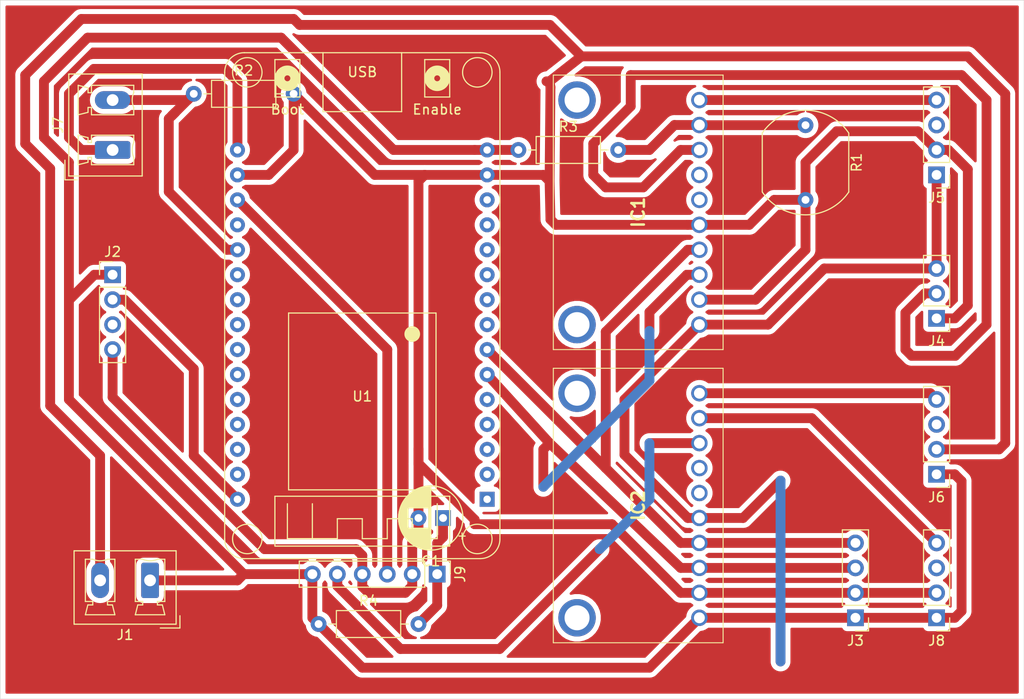
<source format=kicad_pcb>
(kicad_pcb (version 20171130) (host pcbnew 5.1.5+dfsg1-2build2)

  (general
    (thickness 1.6)
    (drawings 4)
    (tracks 189)
    (zones 0)
    (modules 17)
    (nets 49)
  )

  (page A4)
  (title_block
    (title Floresta)
    (date 2021-10-04)
    (rev 12)
    (company "Estudio Guto Requena")
  )

  (layers
    (0 F.Cu signal)
    (31 B.Cu signal)
    (32 B.Adhes user)
    (33 F.Adhes user)
    (34 B.Paste user)
    (35 F.Paste user)
    (36 B.SilkS user)
    (37 F.SilkS user)
    (38 B.Mask user)
    (39 F.Mask user)
    (40 Dwgs.User user)
    (41 Cmts.User user)
    (42 Eco1.User user)
    (43 Eco2.User user)
    (44 Edge.Cuts user)
    (45 Margin user)
    (46 B.CrtYd user)
    (47 F.CrtYd user)
    (48 B.Fab user)
    (49 F.Fab user)
  )

  (setup
    (last_trace_width 0.25)
    (user_trace_width 1)
    (trace_clearance 0.3)
    (zone_clearance 0.508)
    (zone_45_only no)
    (trace_min 0.2)
    (via_size 0.8)
    (via_drill 0.4)
    (via_min_size 0.4)
    (via_min_drill 0.3)
    (uvia_size 0.3)
    (uvia_drill 0.1)
    (uvias_allowed no)
    (uvia_min_size 0.2)
    (uvia_min_drill 0.1)
    (edge_width 0.05)
    (segment_width 0.2)
    (pcb_text_width 0.3)
    (pcb_text_size 1.5 1.5)
    (mod_edge_width 0.12)
    (mod_text_size 1 1)
    (mod_text_width 0.15)
    (pad_size 2 2)
    (pad_drill 1)
    (pad_to_mask_clearance 0.051)
    (solder_mask_min_width 0.25)
    (aux_axis_origin 0 0)
    (visible_elements FFFFFF7F)
    (pcbplotparams
      (layerselection 0x01000_7fffffff)
      (usegerberextensions false)
      (usegerberattributes false)
      (usegerberadvancedattributes false)
      (creategerberjobfile false)
      (excludeedgelayer true)
      (linewidth 0.100000)
      (plotframeref false)
      (viasonmask false)
      (mode 1)
      (useauxorigin false)
      (hpglpennumber 1)
      (hpglpenspeed 20)
      (hpglpendiameter 15.000000)
      (psnegative false)
      (psa4output false)
      (plotreference true)
      (plotvalue true)
      (plotinvisibletext false)
      (padsonsilk false)
      (subtractmaskfromsilk false)
      (outputformat 4)
      (mirror true)
      (drillshape 0)
      (scaleselection 1)
      (outputdirectory ""))
  )

  (net 0 "")
  (net 1 "Net-(C1-Pad1)")
  (net 2 GND)
  (net 3 "Net-(IC1-PadMH2)")
  (net 4 "Net-(IC1-PadMH1)")
  (net 5 /MQ7_sig)
  (net 6 /LDR_sig)
  (net 7 /UV_sig)
  (net 8 "Net-(IC1-Pad7)")
  (net 9 "Net-(IC1-Pad6)")
  (net 10 /SDA)
  (net 11 /SCL)
  (net 12 +5V)
  (net 13 "Net-(IC2-Pad6)")
  (net 14 "Net-(IC2-Pad7)")
  (net 15 /DUST_sig)
  (net 16 /MOIST_sig)
  (net 17 /RAIN_sig)
  (net 18 "Net-(IC2-PadMH1)")
  (net 19 "Net-(IC2-PadMH2)")
  (net 20 /DHT11)
  (net 21 "Net-(J2-Pad3)")
  (net 22 VCC)
  (net 23 "Net-(J5-Pad3)")
  (net 24 "Net-(J6-Pad3)")
  (net 25 /WIND_sig)
  (net 26 "Net-(J8-Pad3)")
  (net 27 /LED_ctr)
  (net 28 "Net-(U1-Pad1)")
  (net 29 "Net-(U1-Pad2)")
  (net 30 "Net-(U1-Pad3)")
  (net 31 "Net-(U1-Pad4)")
  (net 32 "Net-(U1-Pad5)")
  (net 33 "Net-(U1-Pad8)")
  (net 34 "Net-(U1-Pad9)")
  (net 35 "Net-(U1-Pad10)")
  (net 36 "Net-(U1-Pad11)")
  (net 37 "Net-(U1-Pad12)")
  (net 38 "Net-(U1-Pad13)")
  (net 39 "Net-(U1-Pad19)")
  (net 40 "Net-(U1-Pad21)")
  (net 41 "Net-(U1-Pad22)")
  (net 42 "Net-(U1-Pad23)")
  (net 43 "Net-(U1-Pad24)")
  (net 44 "Net-(U1-Pad25)")
  (net 45 "Net-(U1-Pad26)")
  (net 46 "Net-(U1-Pad27)")
  (net 47 "Net-(U1-Pad28)")
  (net 48 "Net-(U1-Pad29)")

  (net_class Default "This is the default net class."
    (clearance 0.3)
    (trace_width 0.25)
    (via_dia 0.8)
    (via_drill 0.4)
    (uvia_dia 0.3)
    (uvia_drill 0.1)
    (add_net +5V)
    (add_net /DHT11)
    (add_net /DUST_sig)
    (add_net /LDR_sig)
    (add_net /LED_ctr)
    (add_net /MOIST_sig)
    (add_net /MQ7_sig)
    (add_net /RAIN_sig)
    (add_net /SCL)
    (add_net /SDA)
    (add_net /UV_sig)
    (add_net /WIND_sig)
    (add_net GND)
    (add_net "Net-(C1-Pad1)")
    (add_net "Net-(IC1-Pad6)")
    (add_net "Net-(IC1-Pad7)")
    (add_net "Net-(IC1-PadMH1)")
    (add_net "Net-(IC1-PadMH2)")
    (add_net "Net-(IC2-Pad6)")
    (add_net "Net-(IC2-Pad7)")
    (add_net "Net-(IC2-PadMH1)")
    (add_net "Net-(IC2-PadMH2)")
    (add_net "Net-(J2-Pad3)")
    (add_net "Net-(J5-Pad3)")
    (add_net "Net-(J6-Pad3)")
    (add_net "Net-(J8-Pad3)")
    (add_net "Net-(U1-Pad1)")
    (add_net "Net-(U1-Pad10)")
    (add_net "Net-(U1-Pad11)")
    (add_net "Net-(U1-Pad12)")
    (add_net "Net-(U1-Pad13)")
    (add_net "Net-(U1-Pad19)")
    (add_net "Net-(U1-Pad2)")
    (add_net "Net-(U1-Pad21)")
    (add_net "Net-(U1-Pad22)")
    (add_net "Net-(U1-Pad23)")
    (add_net "Net-(U1-Pad24)")
    (add_net "Net-(U1-Pad25)")
    (add_net "Net-(U1-Pad26)")
    (add_net "Net-(U1-Pad27)")
    (add_net "Net-(U1-Pad28)")
    (add_net "Net-(U1-Pad29)")
    (add_net "Net-(U1-Pad3)")
    (add_net "Net-(U1-Pad4)")
    (add_net "Net-(U1-Pad5)")
    (add_net "Net-(U1-Pad8)")
    (add_net "Net-(U1-Pad9)")
    (add_net VCC)
  )

  (module ADS1115:ADS1115 (layer F.Cu) (tedit 0) (tstamp 614BDDED)
    (at 113.03 124.46 90)
    (descr ADS1115-2)
    (tags "Integrated Circuit")
    (path /614B5421)
    (fp_text reference IC1 (at 11.43 -6.223 90) (layer F.SilkS)
      (effects (font (size 1.27 1.27) (thickness 0.254)))
    )
    (fp_text value ADS1115 (at 11.43 -6.223 90) (layer F.SilkS) hide
      (effects (font (size 1.27 1.27) (thickness 0.254)))
    )
    (fp_line (start -3.54 3.413) (end -3.54 -15.859) (layer F.CrtYd) (width 0.1))
    (fp_line (start 26.4 3.413) (end -3.54 3.413) (layer F.CrtYd) (width 0.1))
    (fp_line (start 26.4 -15.859) (end 26.4 3.413) (layer F.CrtYd) (width 0.1))
    (fp_line (start -3.54 -15.859) (end 26.4 -15.859) (layer F.CrtYd) (width 0.1))
    (fp_line (start -2.54 2.413) (end -2.54 -14.859) (layer F.SilkS) (width 0.1))
    (fp_line (start 25.4 2.413) (end -2.54 2.413) (layer F.SilkS) (width 0.1))
    (fp_line (start 25.4 -14.859) (end 25.4 2.413) (layer F.SilkS) (width 0.1))
    (fp_line (start -2.54 -14.859) (end 25.4 -14.859) (layer F.SilkS) (width 0.1))
    (fp_line (start -2.54 2.413) (end -2.54 -14.859) (layer F.Fab) (width 0.2))
    (fp_line (start 25.4 2.413) (end -2.54 2.413) (layer F.Fab) (width 0.2))
    (fp_line (start 25.4 -14.859) (end 25.4 2.413) (layer F.Fab) (width 0.2))
    (fp_line (start -2.54 -14.859) (end 25.4 -14.859) (layer F.Fab) (width 0.2))
    (fp_text user %R (at 11.43 -6.223 90) (layer F.Fab)
      (effects (font (size 1.27 1.27) (thickness 0.254)))
    )
    (pad MH2 thru_hole circle (at 22.86 -12.446 90) (size 3.81 3.81) (drill 2.54) (layers *.Cu *.Mask)
      (net 3 "Net-(IC1-PadMH2)"))
    (pad MH1 thru_hole circle (at 0 -12.446 90) (size 3.81 3.81) (drill 2.54) (layers *.Cu *.Mask)
      (net 4 "Net-(IC1-PadMH1)"))
    (pad 10 thru_hole circle (at 22.86 0 90) (size 1.665 1.665) (drill 1.11) (layers *.Cu *.Mask)
      (net 5 /MQ7_sig))
    (pad 9 thru_hole circle (at 20.32 0 90) (size 1.665 1.665) (drill 1.11) (layers *.Cu *.Mask)
      (net 6 /LDR_sig))
    (pad 8 thru_hole circle (at 17.78 0 90) (size 1.665 1.665) (drill 1.11) (layers *.Cu *.Mask)
      (net 7 /UV_sig))
    (pad 7 thru_hole circle (at 15.24 0 90) (size 1.665 1.665) (drill 1.11) (layers *.Cu *.Mask)
      (net 8 "Net-(IC1-Pad7)"))
    (pad 6 thru_hole circle (at 12.7 0 90) (size 1.665 1.665) (drill 1.11) (layers *.Cu *.Mask)
      (net 9 "Net-(IC1-Pad6)"))
    (pad 5 thru_hole circle (at 10.16 0 90) (size 1.665 1.665) (drill 1.11) (layers *.Cu *.Mask)
      (net 2 GND))
    (pad 4 thru_hole circle (at 7.62 0 90) (size 1.665 1.665) (drill 1.11) (layers *.Cu *.Mask)
      (net 10 /SDA))
    (pad 3 thru_hole circle (at 5.08 0 90) (size 1.665 1.665) (drill 1.11) (layers *.Cu *.Mask)
      (net 11 /SCL))
    (pad 2 thru_hole circle (at 2.54 0 90) (size 1.665 1.665) (drill 1.11) (layers *.Cu *.Mask)
      (net 2 GND))
    (pad 1 thru_hole circle (at 0 0 90) (size 1.665 1.665) (drill 1.11) (layers *.Cu *.Mask)
      (net 12 +5V))
    (model ADS1115.stp
      (at (xyz 0 0 0))
      (scale (xyz 1 1 1))
      (rotate (xyz 0 0 0))
    )
  )

  (module Resistor_THT:R_Axial_DIN0207_L6.3mm_D2.5mm_P10.16mm_Horizontal (layer F.Cu) (tedit 5AE5139B) (tstamp 614BD766)
    (at 74.295 154.94)
    (descr "Resistor, Axial_DIN0207 series, Axial, Horizontal, pin pitch=10.16mm, 0.25W = 1/4W, length*diameter=6.3*2.5mm^2, http://cdn-reichelt.de/documents/datenblatt/B400/1_4W%23YAG.pdf")
    (tags "Resistor Axial_DIN0207 series Axial Horizontal pin pitch 10.16mm 0.25W = 1/4W length 6.3mm diameter 2.5mm")
    (path /61557952)
    (fp_text reference R4 (at 5.08 -2.37) (layer F.SilkS)
      (effects (font (size 1 1) (thickness 0.15)))
    )
    (fp_text value R (at 5.08 2.37) (layer F.Fab)
      (effects (font (size 1 1) (thickness 0.15)))
    )
    (fp_line (start 1.93 -1.25) (end 1.93 1.25) (layer F.Fab) (width 0.1))
    (fp_line (start 1.93 1.25) (end 8.23 1.25) (layer F.Fab) (width 0.1))
    (fp_line (start 8.23 1.25) (end 8.23 -1.25) (layer F.Fab) (width 0.1))
    (fp_line (start 8.23 -1.25) (end 1.93 -1.25) (layer F.Fab) (width 0.1))
    (fp_line (start 0 0) (end 1.93 0) (layer F.Fab) (width 0.1))
    (fp_line (start 10.16 0) (end 8.23 0) (layer F.Fab) (width 0.1))
    (fp_line (start 1.81 -1.37) (end 1.81 1.37) (layer F.SilkS) (width 0.12))
    (fp_line (start 1.81 1.37) (end 8.35 1.37) (layer F.SilkS) (width 0.12))
    (fp_line (start 8.35 1.37) (end 8.35 -1.37) (layer F.SilkS) (width 0.12))
    (fp_line (start 8.35 -1.37) (end 1.81 -1.37) (layer F.SilkS) (width 0.12))
    (fp_line (start 1.04 0) (end 1.81 0) (layer F.SilkS) (width 0.12))
    (fp_line (start 9.12 0) (end 8.35 0) (layer F.SilkS) (width 0.12))
    (fp_line (start -1.05 -1.5) (end -1.05 1.5) (layer F.CrtYd) (width 0.05))
    (fp_line (start -1.05 1.5) (end 11.21 1.5) (layer F.CrtYd) (width 0.05))
    (fp_line (start 11.21 1.5) (end 11.21 -1.5) (layer F.CrtYd) (width 0.05))
    (fp_line (start 11.21 -1.5) (end -1.05 -1.5) (layer F.CrtYd) (width 0.05))
    (fp_text user %R (at 5.08 0) (layer F.Fab)
      (effects (font (size 1 1) (thickness 0.15)))
    )
    (pad 1 thru_hole circle (at 0 0) (size 1.6 1.6) (drill 0.8) (layers *.Cu *.Mask)
      (net 12 +5V))
    (pad 2 thru_hole oval (at 10.16 0) (size 1.6 1.6) (drill 0.8) (layers *.Cu *.Mask)
      (net 1 "Net-(C1-Pad1)"))
    (model ${KISYS3DMOD}/Resistor_THT.3dshapes/R_Axial_DIN0207_L6.3mm_D2.5mm_P10.16mm_Horizontal.wrl
      (at (xyz 0 0 0))
      (scale (xyz 1 1 1))
      (rotate (xyz 0 0 0))
    )
  )

  (module ESP32_DevKit_V1_DOIT:esp32_devkit_v1_doit (layer F.Cu) (tedit 5F4BBE44) (tstamp 614C0072)
    (at 78.74 142.24 180)
    (descr "ESPWROOM32, ESP32, 30 GPIOs version")
    (path /614B4FFB)
    (attr smd)
    (fp_text reference U1 (at 0 10.47) (layer F.SilkS)
      (effects (font (size 1 1) (thickness 0.15)))
    )
    (fp_text value ESP32_DevKit_V1_DOIT (at 0 8.7) (layer F.Fab)
      (effects (font (size 1 1) (thickness 0.15)))
    )
    (fp_circle (center -11.7 -4.04) (end -10.2 -4.04) (layer F.SilkS) (width 0.12))
    (fp_circle (center 11.7 -4.04) (end 13.2 -4.04) (layer F.SilkS) (width 0.12))
    (fp_line (start 14 43.46) (end 14 -4.04) (layer F.SilkS) (width 0.12))
    (fp_line (start -14 -4.04) (end -14 43.46) (layer F.SilkS) (width 0.12))
    (fp_line (start -12 45.46) (end 12 45.46) (layer F.SilkS) (width 0.12))
    (fp_line (start -12 -6.04) (end 12 -6.04) (layer F.SilkS) (width 0.12))
    (fp_circle (center -11.7 43.46) (end -10.2 43.46) (layer F.SilkS) (width 0.12))
    (fp_circle (center 11.7 43.46) (end 13.2 43.46) (layer F.SilkS) (width 0.12))
    (fp_line (start -4 39.46) (end -4 45.46) (layer F.SilkS) (width 0.12))
    (fp_line (start 4 39.46) (end 4 45.46) (layer F.SilkS) (width 0.12))
    (fp_line (start -4 39.46) (end 4 39.46) (layer F.SilkS) (width 0.12))
    (fp_line (start -8.89 -4.77) (end 8.89 -4.77) (layer F.SilkS) (width 0.12))
    (fp_line (start 8.89 -4.77) (end 8.89 0.31) (layer F.SilkS) (width 0.12))
    (fp_line (start 8.89 0.31) (end -8.89 0.31) (layer F.SilkS) (width 0.12))
    (fp_line (start -8.89 0.31) (end -8.89 -4.77) (layer F.SilkS) (width 0.12))
    (fp_line (start -7.62 -0.452) (end -7.62 -4.008) (layer F.SilkS) (width 0.12))
    (fp_line (start -7.62 -4.008) (end -5.08 -4.008) (layer F.SilkS) (width 0.12))
    (fp_line (start -5.08 -4.008) (end -5.08 -1.976) (layer F.SilkS) (width 0.12))
    (fp_line (start -5.08 -1.976) (end -2.54 -1.976) (layer F.SilkS) (width 0.12))
    (fp_line (start -2.54 -1.976) (end -2.54 -4.008) (layer F.SilkS) (width 0.12))
    (fp_line (start -2.54 -4.008) (end 0 -4.008) (layer F.SilkS) (width 0.12))
    (fp_line (start 0 -4.008) (end 0 -1.976) (layer F.SilkS) (width 0.12))
    (fp_line (start 0 -1.976) (end 2.54 -1.976) (layer F.SilkS) (width 0.12))
    (fp_line (start 2.54 -1.976) (end 2.54 -4.008) (layer F.SilkS) (width 0.12))
    (fp_line (start 2.54 -4.008) (end 7.62 -4.008) (layer F.SilkS) (width 0.12))
    (fp_line (start 7.62 -4.008) (end 7.62 -0.452) (layer F.SilkS) (width 0.12))
    (fp_line (start 5.08 -4.008) (end 5.08 -0.452) (layer F.SilkS) (width 0.12))
    (fp_line (start -7.5 0.96) (end 7.5 0.96) (layer F.SilkS) (width 0.12))
    (fp_line (start 7.5 0.96) (end 7.5 18.96) (layer F.SilkS) (width 0.12))
    (fp_line (start 7.5 18.96) (end -7.5 18.96) (layer F.SilkS) (width 0.12))
    (fp_line (start -7.5 18.96) (end -7.5 0.96) (layer F.SilkS) (width 0.12))
    (fp_circle (center -5.08 16.82) (end -4.68 16.82) (layer F.SilkS) (width 0.8))
    (fp_line (start 6.35 40.95) (end 8.89 40.95) (layer F.SilkS) (width 0.12))
    (fp_line (start 8.89 40.95) (end 8.89 44.76) (layer F.SilkS) (width 0.12))
    (fp_line (start 8.89 44.76) (end 6.35 44.76) (layer F.SilkS) (width 0.12))
    (fp_line (start 6.35 44.76) (end 6.35 40.95) (layer F.SilkS) (width 0.12))
    (fp_line (start -6.35 44.76) (end -8.89 44.76) (layer F.SilkS) (width 0.12))
    (fp_line (start -8.89 44.76) (end -8.89 40.95) (layer F.SilkS) (width 0.12))
    (fp_line (start -8.89 40.95) (end -6.35 40.95) (layer F.SilkS) (width 0.12))
    (fp_line (start -6.35 40.95) (end -6.35 44.76) (layer F.SilkS) (width 0.12))
    (fp_circle (center -7.62 42.855) (end -7.32 42.855) (layer F.SilkS) (width 1))
    (fp_circle (center 7.62 42.855) (end 7.92 42.855) (layer F.SilkS) (width 1))
    (fp_text user USB (at 0 43.49) (layer F.SilkS)
      (effects (font (size 1 1) (thickness 0.15)))
    )
    (fp_text user Boot (at 7.62 39.68) (layer F.SilkS)
      (effects (font (size 1 1) (thickness 0.15)))
    )
    (fp_text user Enable (at -7.62 39.68) (layer F.SilkS)
      (effects (font (size 1 1) (thickness 0.15)))
    )
    (fp_arc (start 12 -4.04) (end 14 -4.04) (angle -90) (layer F.SilkS) (width 0.12))
    (fp_arc (start -12 -4.04) (end -12 -6.04) (angle -90) (layer F.SilkS) (width 0.12))
    (fp_arc (start -12 43.46) (end -14 43.46) (angle -90) (layer F.SilkS) (width 0.12))
    (fp_arc (start 12 43.46) (end 12 45.46) (angle -90) (layer F.SilkS) (width 0.12))
    (pad 1 thru_hole rect (at -12.7 0 180) (size 1.524 1.524) (drill 0.762) (layers *.Cu *.Mask)
      (net 28 "Net-(U1-Pad1)"))
    (pad 2 thru_hole circle (at -12.7 2.54 180) (size 1.524 1.524) (drill 0.762) (layers *.Cu *.Mask)
      (net 29 "Net-(U1-Pad2)"))
    (pad 3 thru_hole circle (at -12.7 5.08 180) (size 1.524 1.524) (drill 0.762) (layers *.Cu *.Mask)
      (net 30 "Net-(U1-Pad3)"))
    (pad 4 thru_hole circle (at -12.7 7.62 180) (size 1.524 1.524) (drill 0.762) (layers *.Cu *.Mask)
      (net 31 "Net-(U1-Pad4)"))
    (pad 5 thru_hole circle (at -12.7 10.16 180) (size 1.524 1.524) (drill 0.762) (layers *.Cu *.Mask)
      (net 32 "Net-(U1-Pad5)"))
    (pad 6 thru_hole circle (at -12.7 12.7 180) (size 1.524 1.524) (drill 0.762) (layers *.Cu *.Mask)
      (net 11 /SCL))
    (pad 7 thru_hole circle (at -12.7 15.24 180) (size 1.524 1.524) (drill 0.762) (layers *.Cu *.Mask)
      (net 10 /SDA))
    (pad 8 thru_hole circle (at -12.7 17.78 180) (size 1.524 1.524) (drill 0.762) (layers *.Cu *.Mask)
      (net 33 "Net-(U1-Pad8)"))
    (pad 9 thru_hole circle (at -12.7 20.32 180) (size 1.524 1.524) (drill 0.762) (layers *.Cu *.Mask)
      (net 34 "Net-(U1-Pad9)"))
    (pad 10 thru_hole circle (at -12.7 22.86 180) (size 1.524 1.524) (drill 0.762) (layers *.Cu *.Mask)
      (net 35 "Net-(U1-Pad10)"))
    (pad 11 thru_hole circle (at -12.7 25.4 180) (size 1.524 1.524) (drill 0.762) (layers *.Cu *.Mask)
      (net 36 "Net-(U1-Pad11)"))
    (pad 12 thru_hole circle (at -12.7 27.94 180) (size 1.524 1.524) (drill 0.762) (layers *.Cu *.Mask)
      (net 37 "Net-(U1-Pad12)"))
    (pad 13 thru_hole circle (at -12.7 30.48 180) (size 1.524 1.524) (drill 0.762) (layers *.Cu *.Mask)
      (net 38 "Net-(U1-Pad13)"))
    (pad 14 thru_hole circle (at -12.7 33.02 180) (size 1.524 1.524) (drill 0.762) (layers *.Cu *.Mask)
      (net 2 GND))
    (pad 15 thru_hole circle (at -12.7 35.56 180) (size 1.524 1.524) (drill 0.762) (layers *.Cu *.Mask)
      (net 12 +5V))
    (pad 16 thru_hole circle (at 12.7 35.56 180) (size 1.524 1.524) (drill 0.762) (layers *.Cu *.Mask)
      (net 22 VCC))
    (pad 17 thru_hole circle (at 12.7 33.02 180) (size 1.524 1.524) (drill 0.762) (layers *.Cu *.Mask)
      (net 2 GND))
    (pad 18 thru_hole circle (at 12.7 30.48 180) (size 1.524 1.524) (drill 0.762) (layers *.Cu *.Mask)
      (net 27 /LED_ctr))
    (pad 19 thru_hole circle (at 12.7 27.94 180) (size 1.524 1.524) (drill 0.762) (layers *.Cu *.Mask)
      (net 39 "Net-(U1-Pad19)"))
    (pad 20 thru_hole circle (at 12.7 25.4 180) (size 1.524 1.524) (drill 0.762) (layers *.Cu *.Mask)
      (net 25 /WIND_sig))
    (pad 21 thru_hole circle (at 12.7 22.86 180) (size 1.524 1.524) (drill 0.762) (layers *.Cu *.Mask)
      (net 40 "Net-(U1-Pad21)"))
    (pad 22 thru_hole circle (at 12.7 20.32 180) (size 1.524 1.524) (drill 0.762) (layers *.Cu *.Mask)
      (net 41 "Net-(U1-Pad22)"))
    (pad 23 thru_hole circle (at 12.7 17.78 180) (size 1.524 1.524) (drill 0.762) (layers *.Cu *.Mask)
      (net 42 "Net-(U1-Pad23)"))
    (pad 24 thru_hole circle (at 12.7 15.24 180) (size 1.524 1.524) (drill 0.762) (layers *.Cu *.Mask)
      (net 43 "Net-(U1-Pad24)"))
    (pad 25 thru_hole circle (at 12.7 12.7 180) (size 1.524 1.524) (drill 0.762) (layers *.Cu *.Mask)
      (net 44 "Net-(U1-Pad25)"))
    (pad 26 thru_hole circle (at 12.7 10.16 180) (size 1.524 1.524) (drill 0.762) (layers *.Cu *.Mask)
      (net 45 "Net-(U1-Pad26)"))
    (pad 27 thru_hole circle (at 12.7 7.62 180) (size 1.524 1.524) (drill 0.762) (layers *.Cu *.Mask)
      (net 46 "Net-(U1-Pad27)"))
    (pad 28 thru_hole circle (at 12.7 5.08 180) (size 1.524 1.524) (drill 0.762) (layers *.Cu *.Mask)
      (net 47 "Net-(U1-Pad28)"))
    (pad 29 thru_hole circle (at 12.7 2.54 180) (size 1.524 1.524) (drill 0.762) (layers *.Cu *.Mask)
      (net 48 "Net-(U1-Pad29)"))
    (pad 30 thru_hole circle (at 12.7 0 180) (size 1.524 1.524) (drill 0.762) (layers *.Cu *.Mask)
      (net 20 /DHT11))
    (model ${KISYS3DMOD}/Button_Switch_SMD.3dshapes/SW_SPST_B3U-1000P-B.wrl
      (offset (xyz 7.5 -43 4))
      (scale (xyz 1 1 1))
      (rotate (xyz 0 0 90))
    )
    (model ${KISYS3DMOD}/Button_Switch_SMD.3dshapes/SW_SPST_B3U-1000P-B.wrl
      (offset (xyz -7.5 -43 4))
      (scale (xyz 1 1 1))
      (rotate (xyz 0 0 90))
    )
    (model ${KISYS3DMOD}/Connector_PinHeader_2.54mm.3dshapes/PinHeader_1x15_P2.54mm_Vertical.wrl
      (offset (xyz -12.7 0 2.5))
      (scale (xyz 1 1 1))
      (rotate (xyz 0 180 0))
    )
    (model ${KISYS3DMOD}/Connector_PinHeader_2.54mm.3dshapes/PinHeader_1x15_P2.54mm_Vertical.wrl
      (offset (xyz 12.7 0 2.5))
      (scale (xyz 1 1 1))
      (rotate (xyz 0 180 0))
    )
    (model ${VL_PACKAGES3D}/esp32_devkit_v1_doit.3dshapes/esp32_devkit_v1_doit.step
      (offset (xyz -12.7 0 2.5))
      (scale (xyz 1 1 1))
      (rotate (xyz 0 0 0))
    )
    (model ${KISYS3DMOD}/Connector_USB.3dshapes/USB_Micro-B_Molex_47346-0001.wrl
      (offset (xyz 0 -42 4))
      (scale (xyz 1 1 1))
      (rotate (xyz 0 0 0))
    )
    (model ${KISYS3DMOD}/LED_SMD.3dshapes/LED_1206_3216Metric.wrl
      (offset (xyz -6 -23 4))
      (scale (xyz 1 1 1))
      (rotate (xyz 0 0 -90))
    )
    (model ${KISYS3DMOD}/LED_SMD.3dshapes/LED_1206_3216Metric.wrl
      (offset (xyz 6 -23 4))
      (scale (xyz 1 1 1))
      (rotate (xyz 0 0 -90))
    )
    (model ${KISYS3DMOD}/Capacitor_Tantalum_SMD.3dshapes/CP_EIA-2012-15_AVX-P.wrl
      (offset (xyz -6.5 -27.5 4))
      (scale (xyz 1 1 1))
      (rotate (xyz 0 0 0))
    )
    (model ${KISYS3DMOD}/Package_TO_SOT_SMD.3dshapes/SOT-223.wrl
      (offset (xyz -6 -33 4))
      (scale (xyz 1 1 1))
      (rotate (xyz 0 0 -180))
    )
    (model ${KISYS3DMOD}/Resistor_SMD.3dshapes/R_0603_1608Metric.wrl
      (offset (xyz -7 -38.5 4))
      (scale (xyz 1 1 1))
      (rotate (xyz 0 0 0))
    )
    (model ${KISYS3DMOD}/Resistor_SMD.3dshapes/R_0603_1608Metric.wrl
      (offset (xyz 8.5 -38.5 4))
      (scale (xyz 1 1 1))
      (rotate (xyz 0 0 0))
    )
    (model ${KISYS3DMOD}/Resistor_SMD.3dshapes/R_0603_1608Metric.wrl
      (offset (xyz 5.5 -38.5 4))
      (scale (xyz 1 1 1))
      (rotate (xyz 0 0 0))
    )
    (model ${KISYS3DMOD}/Package_TO_SOT_SMD.3dshapes/SOT-23.wrl
      (offset (xyz -0.5 -27.5 4))
      (scale (xyz 1 1 1))
      (rotate (xyz 0 0 0))
    )
    (model ${KISYS3DMOD}/Package_TO_SOT_SMD.3dshapes/SOT-23.wrl
      (offset (xyz 6 -27.5 4))
      (scale (xyz 1 1 1))
      (rotate (xyz 0 0 -180))
    )
    (model ${KISYS3DMOD}/Resistor_SMD.3dshapes/R_0603_1608Metric.wrl
      (offset (xyz 9 -27.5 4))
      (scale (xyz 1 1 1))
      (rotate (xyz 0 0 90))
    )
    (model ${KISYS3DMOD}/Resistor_SMD.3dshapes/R_0603_1608Metric.wrl
      (offset (xyz -3.5 -27.5 4))
      (scale (xyz 1 1 1))
      (rotate (xyz 0 0 90))
    )
    (model ${KISYS3DMOD}/Capacitor_SMD.3dshapes/C_0603_1608Metric.wrl
      (offset (xyz -0.5 -38.5 4))
      (scale (xyz 1 1 1))
      (rotate (xyz 0 0 0))
    )
    (model ${KISYS3DMOD}/Diode_SMD.3dshapes/D_0603_1608Metric.wrl
      (offset (xyz -3 -38.5 4))
      (scale (xyz 1 1 1))
      (rotate (xyz 0 0 0))
    )
    (model ${KISYS3DMOD}/Resistor_SMD.3dshapes/R_0603_1608Metric.wrl
      (offset (xyz -3 -23 4))
      (scale (xyz 1 1 1))
      (rotate (xyz 0 0 90))
    )
    (model ${KISYS3DMOD}/Resistor_SMD.3dshapes/R_0603_1608Metric.wrl
      (offset (xyz -1.5 -23 4))
      (scale (xyz 1 1 1))
      (rotate (xyz 0 0 90))
    )
    (model ${KISYS3DMOD}/Resistor_SMD.3dshapes/R_0603_1608Metric.wrl
      (offset (xyz 0 -23 4))
      (scale (xyz 1 1 1))
      (rotate (xyz 0 0 90))
    )
    (model ${KISYS3DMOD}/Resistor_SMD.3dshapes/R_0603_1608Metric.wrl
      (offset (xyz 1.5 -23 4))
      (scale (xyz 1 1 1))
      (rotate (xyz 0 0 90))
    )
    (model ${KISYS3DMOD}/Resistor_SMD.3dshapes/R_0603_1608Metric.wrl
      (offset (xyz 3 -23 4))
      (scale (xyz 1 1 1))
      (rotate (xyz 0 0 90))
    )
    (model ${KISYS3DMOD}/Package_DFN_QFN.3dshapes/QFN-28-1EP_5x5mm_P0.5mm_EP3.35x3.35mm.wrl
      (offset (xyz 7 -33.5 4))
      (scale (xyz 1 1 1))
      (rotate (xyz 0 0 0))
    )
    (model ${KISYS3DMOD}/Resistor_SMD.3dshapes/R_0603_1608Metric.wrl
      (offset (xyz 8.5 -22 4))
      (scale (xyz 1 1 1))
      (rotate (xyz 0 0 0))
    )
    (model ${KISYS3DMOD}/Resistor_SMD.3dshapes/R_0603_1608Metric.wrl
      (offset (xyz 8.5 -24 4))
      (scale (xyz 1 1 1))
      (rotate (xyz 0 0 0))
    )
    (model ${KISYS3DMOD}/Capacitor_SMD.3dshapes/C_0603_1608Metric.wrl
      (offset (xyz -8.5 -22 4))
      (scale (xyz 1 1 1))
      (rotate (xyz 0 0 0))
    )
    (model ${KISYS3DMOD}/Capacitor_SMD.3dshapes/C_0603_1608Metric.wrl
      (offset (xyz -8.5 -24 4))
      (scale (xyz 1 1 1))
      (rotate (xyz 0 0 0))
    )
    (model ${KISYS3DMOD}/RF_Module.3dshapes/ESP32-WROOM-32.wrl
      (offset (xyz 0 -10 4))
      (scale (xyz 1 1 1))
      (rotate (xyz 0 0 0))
    )
  )

  (module Connector_PinHeader_2.54mm:PinHeader_1x04_P2.54mm_Vertical (layer F.Cu) (tedit 59FED5CC) (tstamp 61534217)
    (at 137.16 139.7 180)
    (descr "Through hole straight pin header, 1x04, 2.54mm pitch, single row")
    (tags "Through hole pin header THT 1x04 2.54mm single row")
    (path /615250E4)
    (fp_text reference J6 (at 0 -2.33) (layer F.SilkS)
      (effects (font (size 1 1) (thickness 0.15)))
    )
    (fp_text value Rain (at 0 9.95) (layer F.Fab)
      (effects (font (size 1 1) (thickness 0.15)))
    )
    (fp_text user %R (at 0 3.81 90) (layer F.Fab)
      (effects (font (size 1 1) (thickness 0.15)))
    )
    (fp_line (start 1.8 -1.8) (end -1.8 -1.8) (layer F.CrtYd) (width 0.05))
    (fp_line (start 1.8 9.4) (end 1.8 -1.8) (layer F.CrtYd) (width 0.05))
    (fp_line (start -1.8 9.4) (end 1.8 9.4) (layer F.CrtYd) (width 0.05))
    (fp_line (start -1.8 -1.8) (end -1.8 9.4) (layer F.CrtYd) (width 0.05))
    (fp_line (start -1.33 -1.33) (end 0 -1.33) (layer F.SilkS) (width 0.12))
    (fp_line (start -1.33 0) (end -1.33 -1.33) (layer F.SilkS) (width 0.12))
    (fp_line (start -1.33 1.27) (end 1.33 1.27) (layer F.SilkS) (width 0.12))
    (fp_line (start 1.33 1.27) (end 1.33 8.95) (layer F.SilkS) (width 0.12))
    (fp_line (start -1.33 1.27) (end -1.33 8.95) (layer F.SilkS) (width 0.12))
    (fp_line (start -1.33 8.95) (end 1.33 8.95) (layer F.SilkS) (width 0.12))
    (fp_line (start -1.27 -0.635) (end -0.635 -1.27) (layer F.Fab) (width 0.1))
    (fp_line (start -1.27 8.89) (end -1.27 -0.635) (layer F.Fab) (width 0.1))
    (fp_line (start 1.27 8.89) (end -1.27 8.89) (layer F.Fab) (width 0.1))
    (fp_line (start 1.27 -1.27) (end 1.27 8.89) (layer F.Fab) (width 0.1))
    (fp_line (start -0.635 -1.27) (end 1.27 -1.27) (layer F.Fab) (width 0.1))
    (pad 4 thru_hole oval (at 0 7.62 180) (size 1.7 1.7) (drill 1) (layers *.Cu *.Mask)
      (net 17 /RAIN_sig))
    (pad 3 thru_hole oval (at 0 5.08 180) (size 1.7 1.7) (drill 1) (layers *.Cu *.Mask)
      (net 24 "Net-(J6-Pad3)"))
    (pad 2 thru_hole oval (at 0 2.54 180) (size 1.7 1.7) (drill 1) (layers *.Cu *.Mask)
      (net 2 GND))
    (pad 1 thru_hole rect (at 0 0 180) (size 1.7 1.7) (drill 1) (layers *.Cu *.Mask)
      (net 12 +5V))
    (model ${KISYS3DMOD}/Connector_PinHeader_2.54mm.3dshapes/PinHeader_1x04_P2.54mm_Vertical.wrl
      (at (xyz 0 0 0))
      (scale (xyz 1 1 1))
      (rotate (xyz 0 0 0))
    )
  )

  (module Connector_PinHeader_2.54mm:PinHeader_1x06_P2.54mm_Vertical (layer F.Cu) (tedit 59FED5CC) (tstamp 614C31BA)
    (at 86.36 149.86 270)
    (descr "Through hole straight pin header, 1x06, 2.54mm pitch, single row")
    (tags "Through hole pin header THT 1x06 2.54mm single row")
    (path /6155179C)
    (fp_text reference J9 (at 0 -2.33 90) (layer F.SilkS)
      (effects (font (size 1 1) (thickness 0.15)))
    )
    (fp_text value Conn_01x06_Female (at 0 15.03 90) (layer F.Fab)
      (effects (font (size 1 1) (thickness 0.15)))
    )
    (fp_line (start -0.635 -1.27) (end 1.27 -1.27) (layer F.Fab) (width 0.1))
    (fp_line (start 1.27 -1.27) (end 1.27 13.97) (layer F.Fab) (width 0.1))
    (fp_line (start 1.27 13.97) (end -1.27 13.97) (layer F.Fab) (width 0.1))
    (fp_line (start -1.27 13.97) (end -1.27 -0.635) (layer F.Fab) (width 0.1))
    (fp_line (start -1.27 -0.635) (end -0.635 -1.27) (layer F.Fab) (width 0.1))
    (fp_line (start -1.33 14.03) (end 1.33 14.03) (layer F.SilkS) (width 0.12))
    (fp_line (start -1.33 1.27) (end -1.33 14.03) (layer F.SilkS) (width 0.12))
    (fp_line (start 1.33 1.27) (end 1.33 14.03) (layer F.SilkS) (width 0.12))
    (fp_line (start -1.33 1.27) (end 1.33 1.27) (layer F.SilkS) (width 0.12))
    (fp_line (start -1.33 0) (end -1.33 -1.33) (layer F.SilkS) (width 0.12))
    (fp_line (start -1.33 -1.33) (end 0 -1.33) (layer F.SilkS) (width 0.12))
    (fp_line (start -1.8 -1.8) (end -1.8 14.5) (layer F.CrtYd) (width 0.05))
    (fp_line (start -1.8 14.5) (end 1.8 14.5) (layer F.CrtYd) (width 0.05))
    (fp_line (start 1.8 14.5) (end 1.8 -1.8) (layer F.CrtYd) (width 0.05))
    (fp_line (start 1.8 -1.8) (end -1.8 -1.8) (layer F.CrtYd) (width 0.05))
    (fp_text user %R (at 0 6.35 270) (layer F.Fab)
      (effects (font (size 1 1) (thickness 0.15)))
    )
    (pad 1 thru_hole rect (at 0 0 270) (size 1.7 1.7) (drill 1) (layers *.Cu *.Mask)
      (net 1 "Net-(C1-Pad1)"))
    (pad 2 thru_hole oval (at 0 2.54 270) (size 1.7 1.7) (drill 1) (layers *.Cu *.Mask)
      (net 2 GND))
    (pad 3 thru_hole oval (at 0 5.08 270) (size 1.7 1.7) (drill 1) (layers *.Cu *.Mask)
      (net 27 /LED_ctr))
    (pad 4 thru_hole oval (at 0 7.62 270) (size 1.7 1.7) (drill 1) (layers *.Cu *.Mask)
      (net 2 GND))
    (pad 5 thru_hole oval (at 0 10.16 270) (size 1.7 1.7) (drill 1) (layers *.Cu *.Mask)
      (net 15 /DUST_sig))
    (pad 6 thru_hole oval (at 0 12.7 270) (size 1.7 1.7) (drill 1) (layers *.Cu *.Mask)
      (net 12 +5V))
    (model ${KISYS3DMOD}/Connector_PinHeader_2.54mm.3dshapes/PinHeader_1x06_P2.54mm_Vertical.wrl
      (at (xyz 0 0 0))
      (scale (xyz 1 1 1))
      (rotate (xyz 0 0 0))
    )
  )

  (module Capacitor_THT:CP_Radial_D6.3mm_P2.50mm (layer F.Cu) (tedit 5AE50EF0) (tstamp 6153622E)
    (at 86.955 144.145 180)
    (descr "CP, Radial series, Radial, pin pitch=2.50mm, , diameter=6.3mm, Electrolytic Capacitor")
    (tags "CP Radial series Radial pin pitch 2.50mm  diameter 6.3mm Electrolytic Capacitor")
    (path /61562E77)
    (fp_text reference C1 (at 1.25 -4.4) (layer F.SilkS)
      (effects (font (size 1 1) (thickness 0.15)))
    )
    (fp_text value CP (at 1.25 4.4) (layer F.Fab)
      (effects (font (size 1 1) (thickness 0.15)))
    )
    (fp_circle (center 1.25 0) (end 4.4 0) (layer F.Fab) (width 0.1))
    (fp_circle (center 1.25 0) (end 4.52 0) (layer F.SilkS) (width 0.12))
    (fp_circle (center 1.25 0) (end 4.65 0) (layer F.CrtYd) (width 0.05))
    (fp_line (start -1.443972 -1.3735) (end -0.813972 -1.3735) (layer F.Fab) (width 0.1))
    (fp_line (start -1.128972 -1.6885) (end -1.128972 -1.0585) (layer F.Fab) (width 0.1))
    (fp_line (start 1.25 -3.23) (end 1.25 3.23) (layer F.SilkS) (width 0.12))
    (fp_line (start 1.29 -3.23) (end 1.29 3.23) (layer F.SilkS) (width 0.12))
    (fp_line (start 1.33 -3.23) (end 1.33 3.23) (layer F.SilkS) (width 0.12))
    (fp_line (start 1.37 -3.228) (end 1.37 3.228) (layer F.SilkS) (width 0.12))
    (fp_line (start 1.41 -3.227) (end 1.41 3.227) (layer F.SilkS) (width 0.12))
    (fp_line (start 1.45 -3.224) (end 1.45 3.224) (layer F.SilkS) (width 0.12))
    (fp_line (start 1.49 -3.222) (end 1.49 -1.04) (layer F.SilkS) (width 0.12))
    (fp_line (start 1.49 1.04) (end 1.49 3.222) (layer F.SilkS) (width 0.12))
    (fp_line (start 1.53 -3.218) (end 1.53 -1.04) (layer F.SilkS) (width 0.12))
    (fp_line (start 1.53 1.04) (end 1.53 3.218) (layer F.SilkS) (width 0.12))
    (fp_line (start 1.57 -3.215) (end 1.57 -1.04) (layer F.SilkS) (width 0.12))
    (fp_line (start 1.57 1.04) (end 1.57 3.215) (layer F.SilkS) (width 0.12))
    (fp_line (start 1.61 -3.211) (end 1.61 -1.04) (layer F.SilkS) (width 0.12))
    (fp_line (start 1.61 1.04) (end 1.61 3.211) (layer F.SilkS) (width 0.12))
    (fp_line (start 1.65 -3.206) (end 1.65 -1.04) (layer F.SilkS) (width 0.12))
    (fp_line (start 1.65 1.04) (end 1.65 3.206) (layer F.SilkS) (width 0.12))
    (fp_line (start 1.69 -3.201) (end 1.69 -1.04) (layer F.SilkS) (width 0.12))
    (fp_line (start 1.69 1.04) (end 1.69 3.201) (layer F.SilkS) (width 0.12))
    (fp_line (start 1.73 -3.195) (end 1.73 -1.04) (layer F.SilkS) (width 0.12))
    (fp_line (start 1.73 1.04) (end 1.73 3.195) (layer F.SilkS) (width 0.12))
    (fp_line (start 1.77 -3.189) (end 1.77 -1.04) (layer F.SilkS) (width 0.12))
    (fp_line (start 1.77 1.04) (end 1.77 3.189) (layer F.SilkS) (width 0.12))
    (fp_line (start 1.81 -3.182) (end 1.81 -1.04) (layer F.SilkS) (width 0.12))
    (fp_line (start 1.81 1.04) (end 1.81 3.182) (layer F.SilkS) (width 0.12))
    (fp_line (start 1.85 -3.175) (end 1.85 -1.04) (layer F.SilkS) (width 0.12))
    (fp_line (start 1.85 1.04) (end 1.85 3.175) (layer F.SilkS) (width 0.12))
    (fp_line (start 1.89 -3.167) (end 1.89 -1.04) (layer F.SilkS) (width 0.12))
    (fp_line (start 1.89 1.04) (end 1.89 3.167) (layer F.SilkS) (width 0.12))
    (fp_line (start 1.93 -3.159) (end 1.93 -1.04) (layer F.SilkS) (width 0.12))
    (fp_line (start 1.93 1.04) (end 1.93 3.159) (layer F.SilkS) (width 0.12))
    (fp_line (start 1.971 -3.15) (end 1.971 -1.04) (layer F.SilkS) (width 0.12))
    (fp_line (start 1.971 1.04) (end 1.971 3.15) (layer F.SilkS) (width 0.12))
    (fp_line (start 2.011 -3.141) (end 2.011 -1.04) (layer F.SilkS) (width 0.12))
    (fp_line (start 2.011 1.04) (end 2.011 3.141) (layer F.SilkS) (width 0.12))
    (fp_line (start 2.051 -3.131) (end 2.051 -1.04) (layer F.SilkS) (width 0.12))
    (fp_line (start 2.051 1.04) (end 2.051 3.131) (layer F.SilkS) (width 0.12))
    (fp_line (start 2.091 -3.121) (end 2.091 -1.04) (layer F.SilkS) (width 0.12))
    (fp_line (start 2.091 1.04) (end 2.091 3.121) (layer F.SilkS) (width 0.12))
    (fp_line (start 2.131 -3.11) (end 2.131 -1.04) (layer F.SilkS) (width 0.12))
    (fp_line (start 2.131 1.04) (end 2.131 3.11) (layer F.SilkS) (width 0.12))
    (fp_line (start 2.171 -3.098) (end 2.171 -1.04) (layer F.SilkS) (width 0.12))
    (fp_line (start 2.171 1.04) (end 2.171 3.098) (layer F.SilkS) (width 0.12))
    (fp_line (start 2.211 -3.086) (end 2.211 -1.04) (layer F.SilkS) (width 0.12))
    (fp_line (start 2.211 1.04) (end 2.211 3.086) (layer F.SilkS) (width 0.12))
    (fp_line (start 2.251 -3.074) (end 2.251 -1.04) (layer F.SilkS) (width 0.12))
    (fp_line (start 2.251 1.04) (end 2.251 3.074) (layer F.SilkS) (width 0.12))
    (fp_line (start 2.291 -3.061) (end 2.291 -1.04) (layer F.SilkS) (width 0.12))
    (fp_line (start 2.291 1.04) (end 2.291 3.061) (layer F.SilkS) (width 0.12))
    (fp_line (start 2.331 -3.047) (end 2.331 -1.04) (layer F.SilkS) (width 0.12))
    (fp_line (start 2.331 1.04) (end 2.331 3.047) (layer F.SilkS) (width 0.12))
    (fp_line (start 2.371 -3.033) (end 2.371 -1.04) (layer F.SilkS) (width 0.12))
    (fp_line (start 2.371 1.04) (end 2.371 3.033) (layer F.SilkS) (width 0.12))
    (fp_line (start 2.411 -3.018) (end 2.411 -1.04) (layer F.SilkS) (width 0.12))
    (fp_line (start 2.411 1.04) (end 2.411 3.018) (layer F.SilkS) (width 0.12))
    (fp_line (start 2.451 -3.002) (end 2.451 -1.04) (layer F.SilkS) (width 0.12))
    (fp_line (start 2.451 1.04) (end 2.451 3.002) (layer F.SilkS) (width 0.12))
    (fp_line (start 2.491 -2.986) (end 2.491 -1.04) (layer F.SilkS) (width 0.12))
    (fp_line (start 2.491 1.04) (end 2.491 2.986) (layer F.SilkS) (width 0.12))
    (fp_line (start 2.531 -2.97) (end 2.531 -1.04) (layer F.SilkS) (width 0.12))
    (fp_line (start 2.531 1.04) (end 2.531 2.97) (layer F.SilkS) (width 0.12))
    (fp_line (start 2.571 -2.952) (end 2.571 -1.04) (layer F.SilkS) (width 0.12))
    (fp_line (start 2.571 1.04) (end 2.571 2.952) (layer F.SilkS) (width 0.12))
    (fp_line (start 2.611 -2.934) (end 2.611 -1.04) (layer F.SilkS) (width 0.12))
    (fp_line (start 2.611 1.04) (end 2.611 2.934) (layer F.SilkS) (width 0.12))
    (fp_line (start 2.651 -2.916) (end 2.651 -1.04) (layer F.SilkS) (width 0.12))
    (fp_line (start 2.651 1.04) (end 2.651 2.916) (layer F.SilkS) (width 0.12))
    (fp_line (start 2.691 -2.896) (end 2.691 -1.04) (layer F.SilkS) (width 0.12))
    (fp_line (start 2.691 1.04) (end 2.691 2.896) (layer F.SilkS) (width 0.12))
    (fp_line (start 2.731 -2.876) (end 2.731 -1.04) (layer F.SilkS) (width 0.12))
    (fp_line (start 2.731 1.04) (end 2.731 2.876) (layer F.SilkS) (width 0.12))
    (fp_line (start 2.771 -2.856) (end 2.771 -1.04) (layer F.SilkS) (width 0.12))
    (fp_line (start 2.771 1.04) (end 2.771 2.856) (layer F.SilkS) (width 0.12))
    (fp_line (start 2.811 -2.834) (end 2.811 -1.04) (layer F.SilkS) (width 0.12))
    (fp_line (start 2.811 1.04) (end 2.811 2.834) (layer F.SilkS) (width 0.12))
    (fp_line (start 2.851 -2.812) (end 2.851 -1.04) (layer F.SilkS) (width 0.12))
    (fp_line (start 2.851 1.04) (end 2.851 2.812) (layer F.SilkS) (width 0.12))
    (fp_line (start 2.891 -2.79) (end 2.891 -1.04) (layer F.SilkS) (width 0.12))
    (fp_line (start 2.891 1.04) (end 2.891 2.79) (layer F.SilkS) (width 0.12))
    (fp_line (start 2.931 -2.766) (end 2.931 -1.04) (layer F.SilkS) (width 0.12))
    (fp_line (start 2.931 1.04) (end 2.931 2.766) (layer F.SilkS) (width 0.12))
    (fp_line (start 2.971 -2.742) (end 2.971 -1.04) (layer F.SilkS) (width 0.12))
    (fp_line (start 2.971 1.04) (end 2.971 2.742) (layer F.SilkS) (width 0.12))
    (fp_line (start 3.011 -2.716) (end 3.011 -1.04) (layer F.SilkS) (width 0.12))
    (fp_line (start 3.011 1.04) (end 3.011 2.716) (layer F.SilkS) (width 0.12))
    (fp_line (start 3.051 -2.69) (end 3.051 -1.04) (layer F.SilkS) (width 0.12))
    (fp_line (start 3.051 1.04) (end 3.051 2.69) (layer F.SilkS) (width 0.12))
    (fp_line (start 3.091 -2.664) (end 3.091 -1.04) (layer F.SilkS) (width 0.12))
    (fp_line (start 3.091 1.04) (end 3.091 2.664) (layer F.SilkS) (width 0.12))
    (fp_line (start 3.131 -2.636) (end 3.131 -1.04) (layer F.SilkS) (width 0.12))
    (fp_line (start 3.131 1.04) (end 3.131 2.636) (layer F.SilkS) (width 0.12))
    (fp_line (start 3.171 -2.607) (end 3.171 -1.04) (layer F.SilkS) (width 0.12))
    (fp_line (start 3.171 1.04) (end 3.171 2.607) (layer F.SilkS) (width 0.12))
    (fp_line (start 3.211 -2.578) (end 3.211 -1.04) (layer F.SilkS) (width 0.12))
    (fp_line (start 3.211 1.04) (end 3.211 2.578) (layer F.SilkS) (width 0.12))
    (fp_line (start 3.251 -2.548) (end 3.251 -1.04) (layer F.SilkS) (width 0.12))
    (fp_line (start 3.251 1.04) (end 3.251 2.548) (layer F.SilkS) (width 0.12))
    (fp_line (start 3.291 -2.516) (end 3.291 -1.04) (layer F.SilkS) (width 0.12))
    (fp_line (start 3.291 1.04) (end 3.291 2.516) (layer F.SilkS) (width 0.12))
    (fp_line (start 3.331 -2.484) (end 3.331 -1.04) (layer F.SilkS) (width 0.12))
    (fp_line (start 3.331 1.04) (end 3.331 2.484) (layer F.SilkS) (width 0.12))
    (fp_line (start 3.371 -2.45) (end 3.371 -1.04) (layer F.SilkS) (width 0.12))
    (fp_line (start 3.371 1.04) (end 3.371 2.45) (layer F.SilkS) (width 0.12))
    (fp_line (start 3.411 -2.416) (end 3.411 -1.04) (layer F.SilkS) (width 0.12))
    (fp_line (start 3.411 1.04) (end 3.411 2.416) (layer F.SilkS) (width 0.12))
    (fp_line (start 3.451 -2.38) (end 3.451 -1.04) (layer F.SilkS) (width 0.12))
    (fp_line (start 3.451 1.04) (end 3.451 2.38) (layer F.SilkS) (width 0.12))
    (fp_line (start 3.491 -2.343) (end 3.491 -1.04) (layer F.SilkS) (width 0.12))
    (fp_line (start 3.491 1.04) (end 3.491 2.343) (layer F.SilkS) (width 0.12))
    (fp_line (start 3.531 -2.305) (end 3.531 -1.04) (layer F.SilkS) (width 0.12))
    (fp_line (start 3.531 1.04) (end 3.531 2.305) (layer F.SilkS) (width 0.12))
    (fp_line (start 3.571 -2.265) (end 3.571 2.265) (layer F.SilkS) (width 0.12))
    (fp_line (start 3.611 -2.224) (end 3.611 2.224) (layer F.SilkS) (width 0.12))
    (fp_line (start 3.651 -2.182) (end 3.651 2.182) (layer F.SilkS) (width 0.12))
    (fp_line (start 3.691 -2.137) (end 3.691 2.137) (layer F.SilkS) (width 0.12))
    (fp_line (start 3.731 -2.092) (end 3.731 2.092) (layer F.SilkS) (width 0.12))
    (fp_line (start 3.771 -2.044) (end 3.771 2.044) (layer F.SilkS) (width 0.12))
    (fp_line (start 3.811 -1.995) (end 3.811 1.995) (layer F.SilkS) (width 0.12))
    (fp_line (start 3.851 -1.944) (end 3.851 1.944) (layer F.SilkS) (width 0.12))
    (fp_line (start 3.891 -1.89) (end 3.891 1.89) (layer F.SilkS) (width 0.12))
    (fp_line (start 3.931 -1.834) (end 3.931 1.834) (layer F.SilkS) (width 0.12))
    (fp_line (start 3.971 -1.776) (end 3.971 1.776) (layer F.SilkS) (width 0.12))
    (fp_line (start 4.011 -1.714) (end 4.011 1.714) (layer F.SilkS) (width 0.12))
    (fp_line (start 4.051 -1.65) (end 4.051 1.65) (layer F.SilkS) (width 0.12))
    (fp_line (start 4.091 -1.581) (end 4.091 1.581) (layer F.SilkS) (width 0.12))
    (fp_line (start 4.131 -1.509) (end 4.131 1.509) (layer F.SilkS) (width 0.12))
    (fp_line (start 4.171 -1.432) (end 4.171 1.432) (layer F.SilkS) (width 0.12))
    (fp_line (start 4.211 -1.35) (end 4.211 1.35) (layer F.SilkS) (width 0.12))
    (fp_line (start 4.251 -1.262) (end 4.251 1.262) (layer F.SilkS) (width 0.12))
    (fp_line (start 4.291 -1.165) (end 4.291 1.165) (layer F.SilkS) (width 0.12))
    (fp_line (start 4.331 -1.059) (end 4.331 1.059) (layer F.SilkS) (width 0.12))
    (fp_line (start 4.371 -0.94) (end 4.371 0.94) (layer F.SilkS) (width 0.12))
    (fp_line (start 4.411 -0.802) (end 4.411 0.802) (layer F.SilkS) (width 0.12))
    (fp_line (start 4.451 -0.633) (end 4.451 0.633) (layer F.SilkS) (width 0.12))
    (fp_line (start 4.491 -0.402) (end 4.491 0.402) (layer F.SilkS) (width 0.12))
    (fp_line (start -2.250241 -1.839) (end -1.620241 -1.839) (layer F.SilkS) (width 0.12))
    (fp_line (start -1.935241 -2.154) (end -1.935241 -1.524) (layer F.SilkS) (width 0.12))
    (fp_text user %R (at 1.25 0) (layer F.Fab)
      (effects (font (size 1 1) (thickness 0.15)))
    )
    (pad 1 thru_hole rect (at 0 0 180) (size 1.6 1.6) (drill 0.8) (layers *.Cu *.Mask)
      (net 1 "Net-(C1-Pad1)"))
    (pad 2 thru_hole circle (at 2.5 0 180) (size 1.6 1.6) (drill 0.8) (layers *.Cu *.Mask)
      (net 2 GND))
    (model ${KISYS3DMOD}/Capacitor_THT.3dshapes/CP_Radial_D6.3mm_P2.50mm.wrl
      (at (xyz 0 0 0))
      (scale (xyz 1 1 1))
      (rotate (xyz 0 0 0))
    )
  )

  (module Connector_PinHeader_2.54mm:PinHeader_1x04_P2.54mm_Vertical (layer F.Cu) (tedit 59FED5CC) (tstamp 614C0DC4)
    (at 137.16 154.305 180)
    (descr "Through hole straight pin header, 1x04, 2.54mm pitch, single row")
    (tags "Through hole pin header THT 1x04 2.54mm single row")
    (path /6153CCCA)
    (fp_text reference J8 (at 0 -2.33) (layer F.SilkS)
      (effects (font (size 1 1) (thickness 0.15)))
    )
    (fp_text value Moisture (at 0 9.95) (layer F.Fab)
      (effects (font (size 1 1) (thickness 0.15)))
    )
    (fp_line (start -0.635 -1.27) (end 1.27 -1.27) (layer F.Fab) (width 0.1))
    (fp_line (start 1.27 -1.27) (end 1.27 8.89) (layer F.Fab) (width 0.1))
    (fp_line (start 1.27 8.89) (end -1.27 8.89) (layer F.Fab) (width 0.1))
    (fp_line (start -1.27 8.89) (end -1.27 -0.635) (layer F.Fab) (width 0.1))
    (fp_line (start -1.27 -0.635) (end -0.635 -1.27) (layer F.Fab) (width 0.1))
    (fp_line (start -1.33 8.95) (end 1.33 8.95) (layer F.SilkS) (width 0.12))
    (fp_line (start -1.33 1.27) (end -1.33 8.95) (layer F.SilkS) (width 0.12))
    (fp_line (start 1.33 1.27) (end 1.33 8.95) (layer F.SilkS) (width 0.12))
    (fp_line (start -1.33 1.27) (end 1.33 1.27) (layer F.SilkS) (width 0.12))
    (fp_line (start -1.33 0) (end -1.33 -1.33) (layer F.SilkS) (width 0.12))
    (fp_line (start -1.33 -1.33) (end 0 -1.33) (layer F.SilkS) (width 0.12))
    (fp_line (start -1.8 -1.8) (end -1.8 9.4) (layer F.CrtYd) (width 0.05))
    (fp_line (start -1.8 9.4) (end 1.8 9.4) (layer F.CrtYd) (width 0.05))
    (fp_line (start 1.8 9.4) (end 1.8 -1.8) (layer F.CrtYd) (width 0.05))
    (fp_line (start 1.8 -1.8) (end -1.8 -1.8) (layer F.CrtYd) (width 0.05))
    (fp_text user %R (at 0 3.81 90) (layer F.Fab)
      (effects (font (size 1 1) (thickness 0.15)))
    )
    (pad 1 thru_hole rect (at 0 0 180) (size 1.7 1.7) (drill 1) (layers *.Cu *.Mask)
      (net 12 +5V))
    (pad 2 thru_hole oval (at 0 2.54 180) (size 1.7 1.7) (drill 1) (layers *.Cu *.Mask)
      (net 2 GND))
    (pad 3 thru_hole oval (at 0 5.08 180) (size 1.7 1.7) (drill 1) (layers *.Cu *.Mask)
      (net 26 "Net-(J8-Pad3)"))
    (pad 4 thru_hole oval (at 0 7.62 180) (size 1.7 1.7) (drill 1) (layers *.Cu *.Mask)
      (net 16 /MOIST_sig))
    (model ${KISYS3DMOD}/Connector_PinHeader_2.54mm.3dshapes/PinHeader_1x04_P2.54mm_Vertical.wrl
      (at (xyz 0 0 0))
      (scale (xyz 1 1 1))
      (rotate (xyz 0 0 0))
    )
  )

  (module Resistor_THT:R_Axial_DIN0207_L6.3mm_D2.5mm_P10.16mm_Horizontal (layer F.Cu) (tedit 5AE5139B) (tstamp 61535AE1)
    (at 61.595 100.965)
    (descr "Resistor, Axial_DIN0207 series, Axial, Horizontal, pin pitch=10.16mm, 0.25W = 1/4W, length*diameter=6.3*2.5mm^2, http://cdn-reichelt.de/documents/datenblatt/B400/1_4W%23YAG.pdf")
    (tags "Resistor Axial_DIN0207 series Axial Horizontal pin pitch 10.16mm 0.25W = 1/4W length 6.3mm diameter 2.5mm")
    (path /6154144F)
    (fp_text reference R2 (at 5.08 -2.37) (layer F.SilkS)
      (effects (font (size 1 1) (thickness 0.15)))
    )
    (fp_text value 10k (at 5.08 0) (layer F.Fab)
      (effects (font (size 1 1) (thickness 0.15)))
    )
    (fp_line (start 11.21 -1.5) (end -1.05 -1.5) (layer F.CrtYd) (width 0.05))
    (fp_line (start 11.21 1.5) (end 11.21 -1.5) (layer F.CrtYd) (width 0.05))
    (fp_line (start -1.05 1.5) (end 11.21 1.5) (layer F.CrtYd) (width 0.05))
    (fp_line (start -1.05 -1.5) (end -1.05 1.5) (layer F.CrtYd) (width 0.05))
    (fp_line (start 9.12 0) (end 8.35 0) (layer F.SilkS) (width 0.12))
    (fp_line (start 1.04 0) (end 1.81 0) (layer F.SilkS) (width 0.12))
    (fp_line (start 8.35 -1.37) (end 1.81 -1.37) (layer F.SilkS) (width 0.12))
    (fp_line (start 8.35 1.37) (end 8.35 -1.37) (layer F.SilkS) (width 0.12))
    (fp_line (start 1.81 1.37) (end 8.35 1.37) (layer F.SilkS) (width 0.12))
    (fp_line (start 1.81 -1.37) (end 1.81 1.37) (layer F.SilkS) (width 0.12))
    (fp_line (start 10.16 0) (end 8.23 0) (layer F.Fab) (width 0.1))
    (fp_line (start 0 0) (end 1.93 0) (layer F.Fab) (width 0.1))
    (fp_line (start 8.23 -1.25) (end 1.93 -1.25) (layer F.Fab) (width 0.1))
    (fp_line (start 8.23 1.25) (end 8.23 -1.25) (layer F.Fab) (width 0.1))
    (fp_line (start 1.93 1.25) (end 8.23 1.25) (layer F.Fab) (width 0.1))
    (fp_line (start 1.93 -1.25) (end 1.93 1.25) (layer F.Fab) (width 0.1))
    (pad 2 thru_hole oval (at 10.16 0) (size 1.6 1.6) (drill 0.8) (layers *.Cu *.Mask)
      (net 2 GND))
    (pad 1 thru_hole circle (at 0 0) (size 1.6 1.6) (drill 0.8) (layers *.Cu *.Mask)
      (net 25 /WIND_sig))
    (model ${KISYS3DMOD}/Resistor_THT.3dshapes/R_Axial_DIN0207_L6.3mm_D2.5mm_P10.16mm_Horizontal.wrl
      (at (xyz 0 0 0))
      (scale (xyz 1 1 1))
      (rotate (xyz 0 0 0))
    )
  )

  (module Resistor_THT:R_Axial_DIN0207_L6.3mm_D2.5mm_P10.16mm_Horizontal (layer F.Cu) (tedit 5AE5139B) (tstamp 615357E9)
    (at 94.615 106.68)
    (descr "Resistor, Axial_DIN0207 series, Axial, Horizontal, pin pitch=10.16mm, 0.25W = 1/4W, length*diameter=6.3*2.5mm^2, http://cdn-reichelt.de/documents/datenblatt/B400/1_4W%23YAG.pdf")
    (tags "Resistor Axial_DIN0207 series Axial Horizontal pin pitch 10.16mm 0.25W = 1/4W length 6.3mm diameter 2.5mm")
    (path /6150E8D6)
    (fp_text reference R3 (at 5.08 -2.37) (layer F.SilkS)
      (effects (font (size 1 1) (thickness 0.15)))
    )
    (fp_text value 10k (at 5.08 0) (layer F.Fab)
      (effects (font (size 1 1) (thickness 0.15)))
    )
    (fp_line (start 1.93 -1.25) (end 1.93 1.25) (layer F.Fab) (width 0.1))
    (fp_line (start 1.93 1.25) (end 8.23 1.25) (layer F.Fab) (width 0.1))
    (fp_line (start 8.23 1.25) (end 8.23 -1.25) (layer F.Fab) (width 0.1))
    (fp_line (start 8.23 -1.25) (end 1.93 -1.25) (layer F.Fab) (width 0.1))
    (fp_line (start 0 0) (end 1.93 0) (layer F.Fab) (width 0.1))
    (fp_line (start 10.16 0) (end 8.23 0) (layer F.Fab) (width 0.1))
    (fp_line (start 1.81 -1.37) (end 1.81 1.37) (layer F.SilkS) (width 0.12))
    (fp_line (start 1.81 1.37) (end 8.35 1.37) (layer F.SilkS) (width 0.12))
    (fp_line (start 8.35 1.37) (end 8.35 -1.37) (layer F.SilkS) (width 0.12))
    (fp_line (start 8.35 -1.37) (end 1.81 -1.37) (layer F.SilkS) (width 0.12))
    (fp_line (start 1.04 0) (end 1.81 0) (layer F.SilkS) (width 0.12))
    (fp_line (start 9.12 0) (end 8.35 0) (layer F.SilkS) (width 0.12))
    (fp_line (start -1.05 -1.5) (end -1.05 1.5) (layer F.CrtYd) (width 0.05))
    (fp_line (start -1.05 1.5) (end 11.21 1.5) (layer F.CrtYd) (width 0.05))
    (fp_line (start 11.21 1.5) (end 11.21 -1.5) (layer F.CrtYd) (width 0.05))
    (fp_line (start 11.21 -1.5) (end -1.05 -1.5) (layer F.CrtYd) (width 0.05))
    (pad 1 thru_hole circle (at 0 0) (size 1.6 1.6) (drill 0.8) (layers *.Cu *.Mask)
      (net 12 +5V))
    (pad 2 thru_hole oval (at 10.16 0) (size 1.6 1.6) (drill 0.8) (layers *.Cu *.Mask)
      (net 6 /LDR_sig))
    (model ${KISYS3DMOD}/Resistor_THT.3dshapes/R_Axial_DIN0207_L6.3mm_D2.5mm_P10.16mm_Horizontal.wrl
      (at (xyz 0 0 0))
      (scale (xyz 1 1 1))
      (rotate (xyz 0 0 0))
    )
  )

  (module Connector_PinHeader_2.54mm:PinHeader_1x04_P2.54mm_Vertical (layer F.Cu) (tedit 59FED5CC) (tstamp 615358F4)
    (at 128.905 154.305 180)
    (descr "Through hole straight pin header, 1x04, 2.54mm pitch, single row")
    (tags "Through hole pin header THT 1x04 2.54mm single row")
    (path /614DE31D)
    (fp_text reference J3 (at 0 -2.33) (layer F.SilkS)
      (effects (font (size 1 1) (thickness 0.15)))
    )
    (fp_text value BMP_180 (at 0 9.95) (layer F.Fab)
      (effects (font (size 1 1) (thickness 0.15)))
    )
    (fp_line (start -0.635 -1.27) (end 1.27 -1.27) (layer F.Fab) (width 0.1))
    (fp_line (start 1.27 -1.27) (end 1.27 8.89) (layer F.Fab) (width 0.1))
    (fp_line (start 1.27 8.89) (end -1.27 8.89) (layer F.Fab) (width 0.1))
    (fp_line (start -1.27 8.89) (end -1.27 -0.635) (layer F.Fab) (width 0.1))
    (fp_line (start -1.27 -0.635) (end -0.635 -1.27) (layer F.Fab) (width 0.1))
    (fp_line (start -1.33 8.95) (end 1.33 8.95) (layer F.SilkS) (width 0.12))
    (fp_line (start -1.33 1.27) (end -1.33 8.95) (layer F.SilkS) (width 0.12))
    (fp_line (start 1.33 1.27) (end 1.33 8.95) (layer F.SilkS) (width 0.12))
    (fp_line (start -1.33 1.27) (end 1.33 1.27) (layer F.SilkS) (width 0.12))
    (fp_line (start -1.33 0) (end -1.33 -1.33) (layer F.SilkS) (width 0.12))
    (fp_line (start -1.33 -1.33) (end 0 -1.33) (layer F.SilkS) (width 0.12))
    (fp_line (start -1.8 -1.8) (end -1.8 9.4) (layer F.CrtYd) (width 0.05))
    (fp_line (start -1.8 9.4) (end 1.8 9.4) (layer F.CrtYd) (width 0.05))
    (fp_line (start 1.8 9.4) (end 1.8 -1.8) (layer F.CrtYd) (width 0.05))
    (fp_line (start 1.8 -1.8) (end -1.8 -1.8) (layer F.CrtYd) (width 0.05))
    (fp_text user %R (at 0 3.81 90) (layer F.Fab)
      (effects (font (size 1 1) (thickness 0.15)))
    )
    (pad 1 thru_hole rect (at 0 0 180) (size 1.7 1.7) (drill 1) (layers *.Cu *.Mask)
      (net 12 +5V))
    (pad 2 thru_hole oval (at 0 2.54 180) (size 1.7 1.7) (drill 1) (layers *.Cu *.Mask)
      (net 2 GND))
    (pad 3 thru_hole oval (at 0 5.08 180) (size 1.7 1.7) (drill 1) (layers *.Cu *.Mask)
      (net 11 /SCL))
    (pad 4 thru_hole oval (at 0 7.62 180) (size 1.7 1.7) (drill 1) (layers *.Cu *.Mask)
      (net 10 /SDA))
    (model ${KISYS3DMOD}/Connector_PinHeader_2.54mm.3dshapes/PinHeader_1x04_P2.54mm_Vertical.wrl
      (at (xyz 0 0 0))
      (scale (xyz 1 1 1))
      (rotate (xyz 0 0 0))
    )
  )

  (module ADS1115:ADS1115 (layer F.Cu) (tedit 0) (tstamp 614BDD99)
    (at 113.03 154.305 90)
    (descr ADS1115-2)
    (tags "Integrated Circuit")
    (path /614C61D3)
    (fp_text reference IC2 (at 11.43 -6.223 90) (layer F.SilkS)
      (effects (font (size 1.27 1.27) (thickness 0.254)))
    )
    (fp_text value ADS1115 (at 11.43 -6.223 90) (layer F.SilkS) hide
      (effects (font (size 1.27 1.27) (thickness 0.254)))
    )
    (fp_text user %R (at 11.43 -6.223 90) (layer F.Fab)
      (effects (font (size 1.27 1.27) (thickness 0.254)))
    )
    (fp_line (start -2.54 -14.859) (end 25.4 -14.859) (layer F.Fab) (width 0.2))
    (fp_line (start 25.4 -14.859) (end 25.4 2.413) (layer F.Fab) (width 0.2))
    (fp_line (start 25.4 2.413) (end -2.54 2.413) (layer F.Fab) (width 0.2))
    (fp_line (start -2.54 2.413) (end -2.54 -14.859) (layer F.Fab) (width 0.2))
    (fp_line (start -2.54 -14.859) (end 25.4 -14.859) (layer F.SilkS) (width 0.1))
    (fp_line (start 25.4 -14.859) (end 25.4 2.413) (layer F.SilkS) (width 0.1))
    (fp_line (start 25.4 2.413) (end -2.54 2.413) (layer F.SilkS) (width 0.1))
    (fp_line (start -2.54 2.413) (end -2.54 -14.859) (layer F.SilkS) (width 0.1))
    (fp_line (start -3.54 -15.859) (end 26.4 -15.859) (layer F.CrtYd) (width 0.1))
    (fp_line (start 26.4 -15.859) (end 26.4 3.413) (layer F.CrtYd) (width 0.1))
    (fp_line (start 26.4 3.413) (end -3.54 3.413) (layer F.CrtYd) (width 0.1))
    (fp_line (start -3.54 3.413) (end -3.54 -15.859) (layer F.CrtYd) (width 0.1))
    (pad 1 thru_hole circle (at 0 0 90) (size 1.665 1.665) (drill 1.11) (layers *.Cu *.Mask)
      (net 12 +5V))
    (pad 2 thru_hole circle (at 2.54 0 90) (size 1.665 1.665) (drill 1.11) (layers *.Cu *.Mask)
      (net 2 GND))
    (pad 3 thru_hole circle (at 5.08 0 90) (size 1.665 1.665) (drill 1.11) (layers *.Cu *.Mask)
      (net 11 /SCL))
    (pad 4 thru_hole circle (at 7.62 0 90) (size 1.665 1.665) (drill 1.11) (layers *.Cu *.Mask)
      (net 10 /SDA))
    (pad 5 thru_hole circle (at 10.16 0 90) (size 1.665 1.665) (drill 1.11) (layers *.Cu *.Mask)
      (net 12 +5V))
    (pad 6 thru_hole circle (at 12.7 0 90) (size 1.665 1.665) (drill 1.11) (layers *.Cu *.Mask)
      (net 13 "Net-(IC2-Pad6)"))
    (pad 7 thru_hole circle (at 15.24 0 90) (size 1.665 1.665) (drill 1.11) (layers *.Cu *.Mask)
      (net 14 "Net-(IC2-Pad7)"))
    (pad 8 thru_hole circle (at 17.78 0 90) (size 1.665 1.665) (drill 1.11) (layers *.Cu *.Mask)
      (net 15 /DUST_sig))
    (pad 9 thru_hole circle (at 20.32 0 90) (size 1.665 1.665) (drill 1.11) (layers *.Cu *.Mask)
      (net 16 /MOIST_sig))
    (pad 10 thru_hole circle (at 22.86 0 90) (size 1.665 1.665) (drill 1.11) (layers *.Cu *.Mask)
      (net 17 /RAIN_sig))
    (pad MH1 thru_hole circle (at 0 -12.446 90) (size 3.81 3.81) (drill 2.54) (layers *.Cu *.Mask)
      (net 18 "Net-(IC2-PadMH1)"))
    (pad MH2 thru_hole circle (at 22.86 -12.446 90) (size 3.81 3.81) (drill 2.54) (layers *.Cu *.Mask)
      (net 19 "Net-(IC2-PadMH2)"))
    (model ADS1115.stp
      (at (xyz 0 0 0))
      (scale (xyz 1 1 1))
      (rotate (xyz 0 0 0))
    )
  )

  (module Connector_PinHeader_2.54mm:PinHeader_1x04_P2.54mm_Vertical (layer F.Cu) (tedit 59FED5CC) (tstamp 614BD89F)
    (at 53.34 119.38)
    (descr "Through hole straight pin header, 1x04, 2.54mm pitch, single row")
    (tags "Through hole pin header THT 1x04 2.54mm single row")
    (path /614E8108)
    (fp_text reference J2 (at 0 -2.33) (layer F.SilkS)
      (effects (font (size 1 1) (thickness 0.15)))
    )
    (fp_text value DHT11 (at 0 9.95) (layer F.Fab)
      (effects (font (size 1 1) (thickness 0.15)))
    )
    (fp_line (start -0.635 -1.27) (end 1.27 -1.27) (layer F.Fab) (width 0.1))
    (fp_line (start 1.27 -1.27) (end 1.27 8.89) (layer F.Fab) (width 0.1))
    (fp_line (start 1.27 8.89) (end -1.27 8.89) (layer F.Fab) (width 0.1))
    (fp_line (start -1.27 8.89) (end -1.27 -0.635) (layer F.Fab) (width 0.1))
    (fp_line (start -1.27 -0.635) (end -0.635 -1.27) (layer F.Fab) (width 0.1))
    (fp_line (start -1.33 8.95) (end 1.33 8.95) (layer F.SilkS) (width 0.12))
    (fp_line (start -1.33 1.27) (end -1.33 8.95) (layer F.SilkS) (width 0.12))
    (fp_line (start 1.33 1.27) (end 1.33 8.95) (layer F.SilkS) (width 0.12))
    (fp_line (start -1.33 1.27) (end 1.33 1.27) (layer F.SilkS) (width 0.12))
    (fp_line (start -1.33 0) (end -1.33 -1.33) (layer F.SilkS) (width 0.12))
    (fp_line (start -1.33 -1.33) (end 0 -1.33) (layer F.SilkS) (width 0.12))
    (fp_line (start -1.8 -1.8) (end -1.8 9.4) (layer F.CrtYd) (width 0.05))
    (fp_line (start -1.8 9.4) (end 1.8 9.4) (layer F.CrtYd) (width 0.05))
    (fp_line (start 1.8 9.4) (end 1.8 -1.8) (layer F.CrtYd) (width 0.05))
    (fp_line (start 1.8 -1.8) (end -1.8 -1.8) (layer F.CrtYd) (width 0.05))
    (fp_text user %R (at 0 3.81 90) (layer F.Fab)
      (effects (font (size 1 1) (thickness 0.15)))
    )
    (pad 1 thru_hole rect (at 0 0) (size 1.7 1.7) (drill 1) (layers *.Cu *.Mask)
      (net 12 +5V))
    (pad 2 thru_hole oval (at 0 2.54) (size 1.7 1.7) (drill 1) (layers *.Cu *.Mask)
      (net 20 /DHT11))
    (pad 3 thru_hole oval (at 0 5.08) (size 1.7 1.7) (drill 1) (layers *.Cu *.Mask)
      (net 21 "Net-(J2-Pad3)"))
    (pad 4 thru_hole oval (at 0 7.62) (size 1.7 1.7) (drill 1) (layers *.Cu *.Mask)
      (net 2 GND))
    (model ${KISYS3DMOD}/Connector_PinHeader_2.54mm.3dshapes/PinHeader_1x04_P2.54mm_Vertical.wrl
      (at (xyz 0 0 0))
      (scale (xyz 1 1 1))
      (rotate (xyz 0 0 0))
    )
  )

  (module Connector_PinHeader_2.54mm:PinHeader_1x03_P2.54mm_Vertical (layer F.Cu) (tedit 59FED5CC) (tstamp 61537F24)
    (at 137.16 123.825 180)
    (descr "Through hole straight pin header, 1x03, 2.54mm pitch, single row")
    (tags "Through hole pin header THT 1x03 2.54mm single row")
    (path /61516921)
    (fp_text reference J4 (at 0 -2.33) (layer F.SilkS)
      (effects (font (size 1 1) (thickness 0.15)))
    )
    (fp_text value UV (at 0 7.41) (layer F.Fab)
      (effects (font (size 1 1) (thickness 0.15)))
    )
    (fp_line (start -0.635 -1.27) (end 1.27 -1.27) (layer F.Fab) (width 0.1))
    (fp_line (start 1.27 -1.27) (end 1.27 6.35) (layer F.Fab) (width 0.1))
    (fp_line (start 1.27 6.35) (end -1.27 6.35) (layer F.Fab) (width 0.1))
    (fp_line (start -1.27 6.35) (end -1.27 -0.635) (layer F.Fab) (width 0.1))
    (fp_line (start -1.27 -0.635) (end -0.635 -1.27) (layer F.Fab) (width 0.1))
    (fp_line (start -1.33 6.41) (end 1.33 6.41) (layer F.SilkS) (width 0.12))
    (fp_line (start -1.33 1.27) (end -1.33 6.41) (layer F.SilkS) (width 0.12))
    (fp_line (start 1.33 1.27) (end 1.33 6.41) (layer F.SilkS) (width 0.12))
    (fp_line (start -1.33 1.27) (end 1.33 1.27) (layer F.SilkS) (width 0.12))
    (fp_line (start -1.33 0) (end -1.33 -1.33) (layer F.SilkS) (width 0.12))
    (fp_line (start -1.33 -1.33) (end 0 -1.33) (layer F.SilkS) (width 0.12))
    (fp_line (start -1.8 -1.8) (end -1.8 6.85) (layer F.CrtYd) (width 0.05))
    (fp_line (start -1.8 6.85) (end 1.8 6.85) (layer F.CrtYd) (width 0.05))
    (fp_line (start 1.8 6.85) (end 1.8 -1.8) (layer F.CrtYd) (width 0.05))
    (fp_line (start 1.8 -1.8) (end -1.8 -1.8) (layer F.CrtYd) (width 0.05))
    (fp_text user %R (at 0 2.54 90) (layer F.Fab)
      (effects (font (size 1 1) (thickness 0.15)))
    )
    (pad 1 thru_hole rect (at 0 0 180) (size 1.7 1.7) (drill 1) (layers *.Cu *.Mask)
      (net 2 GND))
    (pad 2 thru_hole oval (at 0 2.54 180) (size 1.7 1.7) (drill 1) (layers *.Cu *.Mask)
      (net 7 /UV_sig))
    (pad 3 thru_hole oval (at 0 5.08 180) (size 1.7 1.7) (drill 1) (layers *.Cu *.Mask)
      (net 12 +5V))
    (model ${KISYS3DMOD}/Connector_PinHeader_2.54mm.3dshapes/PinHeader_1x03_P2.54mm_Vertical.wrl
      (at (xyz 0 0 0))
      (scale (xyz 1 1 1))
      (rotate (xyz 0 0 0))
    )
  )

  (module Connector_PinHeader_2.54mm:PinHeader_1x04_P2.54mm_Vertical (layer F.Cu) (tedit 59FED5CC) (tstamp 61537FE6)
    (at 137.16 109.22 180)
    (descr "Through hole straight pin header, 1x04, 2.54mm pitch, single row")
    (tags "Through hole pin header THT 1x04 2.54mm single row")
    (path /614F41EF)
    (fp_text reference J5 (at 0 -2.33) (layer F.SilkS)
      (effects (font (size 1 1) (thickness 0.15)))
    )
    (fp_text value MQ7 (at 0 9.95) (layer F.Fab)
      (effects (font (size 1 1) (thickness 0.15)))
    )
    (fp_text user %R (at 0 3.81 90) (layer F.Fab)
      (effects (font (size 1 1) (thickness 0.15)))
    )
    (fp_line (start 1.8 -1.8) (end -1.8 -1.8) (layer F.CrtYd) (width 0.05))
    (fp_line (start 1.8 9.4) (end 1.8 -1.8) (layer F.CrtYd) (width 0.05))
    (fp_line (start -1.8 9.4) (end 1.8 9.4) (layer F.CrtYd) (width 0.05))
    (fp_line (start -1.8 -1.8) (end -1.8 9.4) (layer F.CrtYd) (width 0.05))
    (fp_line (start -1.33 -1.33) (end 0 -1.33) (layer F.SilkS) (width 0.12))
    (fp_line (start -1.33 0) (end -1.33 -1.33) (layer F.SilkS) (width 0.12))
    (fp_line (start -1.33 1.27) (end 1.33 1.27) (layer F.SilkS) (width 0.12))
    (fp_line (start 1.33 1.27) (end 1.33 8.95) (layer F.SilkS) (width 0.12))
    (fp_line (start -1.33 1.27) (end -1.33 8.95) (layer F.SilkS) (width 0.12))
    (fp_line (start -1.33 8.95) (end 1.33 8.95) (layer F.SilkS) (width 0.12))
    (fp_line (start -1.27 -0.635) (end -0.635 -1.27) (layer F.Fab) (width 0.1))
    (fp_line (start -1.27 8.89) (end -1.27 -0.635) (layer F.Fab) (width 0.1))
    (fp_line (start 1.27 8.89) (end -1.27 8.89) (layer F.Fab) (width 0.1))
    (fp_line (start 1.27 -1.27) (end 1.27 8.89) (layer F.Fab) (width 0.1))
    (fp_line (start -0.635 -1.27) (end 1.27 -1.27) (layer F.Fab) (width 0.1))
    (pad 4 thru_hole oval (at 0 7.62 180) (size 1.7 1.7) (drill 1) (layers *.Cu *.Mask)
      (net 5 /MQ7_sig))
    (pad 3 thru_hole oval (at 0 5.08 180) (size 1.7 1.7) (drill 1) (layers *.Cu *.Mask)
      (net 23 "Net-(J5-Pad3)"))
    (pad 2 thru_hole oval (at 0 2.54 180) (size 1.7 1.7) (drill 1) (layers *.Cu *.Mask)
      (net 2 GND))
    (pad 1 thru_hole rect (at 0 0 180) (size 1.7 1.7) (drill 1) (layers *.Cu *.Mask)
      (net 12 +5V))
    (model ${KISYS3DMOD}/Connector_PinHeader_2.54mm.3dshapes/PinHeader_1x04_P2.54mm_Vertical.wrl
      (at (xyz 0 0 0))
      (scale (xyz 1 1 1))
      (rotate (xyz 0 0 0))
    )
  )

  (module OptoDevice:R_LDR_10x8.5mm_P7.6mm_Vertical (layer F.Cu) (tedit 5B860466) (tstamp 614BD712)
    (at 123.825 104.16 270)
    (descr "Resistor, LDR 10x8.5mm")
    (tags "Resistor LDR10.8.5mm")
    (path /6150CFC0)
    (fp_text reference R1 (at 3.8 -5.2 90) (layer F.SilkS)
      (effects (font (size 1 1) (thickness 0.15)))
    )
    (fp_text value LDR03 (at 3.7 5.2 90) (layer F.Fab)
      (effects (font (size 1 1) (thickness 0.15)))
    )
    (fp_text user %R (at 3.8 -2.5 90) (layer F.Fab)
      (effects (font (size 1 1) (thickness 0.15)))
    )
    (fp_line (start 0.8 4.4) (end 6.8 4.4) (layer F.SilkS) (width 0.12))
    (fp_line (start 0.8 -4.4) (end 6.8 -4.4) (layer F.SilkS) (width 0.12))
    (fp_line (start 2.9 -1.8) (end 4.7 -1.8) (layer F.Fab) (width 0.1))
    (fp_line (start 4.7 -1.8) (end 4.7 -1.2) (layer F.Fab) (width 0.1))
    (fp_line (start 4.7 -1.2) (end 2.9 -1.2) (layer F.Fab) (width 0.1))
    (fp_line (start 2.9 -1.2) (end 2.9 -0.6) (layer F.Fab) (width 0.1))
    (fp_line (start 2.9 -0.6) (end 4.7 -0.6) (layer F.Fab) (width 0.1))
    (fp_line (start 4.7 -0.6) (end 4.7 0) (layer F.Fab) (width 0.1))
    (fp_line (start 4.7 0) (end 2.9 0) (layer F.Fab) (width 0.1))
    (fp_line (start 2.9 0) (end 2.9 0.6) (layer F.Fab) (width 0.1))
    (fp_line (start 2.9 0.6) (end 4.7 0.6) (layer F.Fab) (width 0.1))
    (fp_line (start 4.7 0.6) (end 4.7 1.2) (layer F.Fab) (width 0.1))
    (fp_line (start 4.7 1.2) (end 2.9 1.2) (layer F.Fab) (width 0.1))
    (fp_line (start 2.9 1.2) (end 2.9 1.8) (layer F.Fab) (width 0.1))
    (fp_line (start 2.9 1.8) (end 4.7 1.8) (layer F.Fab) (width 0.1))
    (fp_line (start 6.8 4.25) (end 0.8 4.25) (layer F.Fab) (width 0.1))
    (fp_line (start 0.8 -4.25) (end 6.8 -4.25) (layer F.Fab) (width 0.1))
    (fp_line (start -1.65 -4.5) (end 9.25 -4.5) (layer F.CrtYd) (width 0.05))
    (fp_line (start -1.65 -4.5) (end -1.65 4.5) (layer F.CrtYd) (width 0.05))
    (fp_line (start 9.25 4.5) (end 9.25 -4.5) (layer F.CrtYd) (width 0.05))
    (fp_line (start 9.25 4.5) (end -1.65 4.5) (layer F.CrtYd) (width 0.05))
    (fp_arc (start 3.8 0) (end 0.8 4.4) (angle 111) (layer F.SilkS) (width 0.12))
    (fp_arc (start 3.8 0) (end 6.8 -4.4) (angle 111) (layer F.SilkS) (width 0.12))
    (fp_arc (start 3.8 0) (end 6.8 -4.25) (angle 109) (layer F.Fab) (width 0.1))
    (fp_arc (start 3.8 0) (end 0.8 4.25) (angle 109) (layer F.Fab) (width 0.1))
    (pad 1 thru_hole circle (at 0 0 270) (size 1.6 1.6) (drill 0.8) (layers *.Cu *.Mask)
      (net 6 /LDR_sig))
    (pad 2 thru_hole circle (at 7.6 0 270) (size 1.6 1.6) (drill 0.8) (layers *.Cu *.Mask)
      (net 2 GND))
    (model ${KISYS3DMOD}/OptoDevice.3dshapes/R_LDR_10x8.5mm_P7.6mm_Vertical.wrl
      (at (xyz 0 0 0))
      (scale (xyz 1 1 1))
      (rotate (xyz 0 0 0))
    )
  )

  (module Connector_Phoenix_MC_HighVoltage:PhoenixContact_MCV_1,5_2-G-5.08_1x02_P5.08mm_Vertical (layer F.Cu) (tedit 5B784ED3) (tstamp 6153943C)
    (at 57.15 150.495 180)
    (descr "Generic Phoenix Contact connector footprint for: MCV_1,5/2-G-5.08; number of pins: 02; pin pitch: 5.08mm; Vertical || order number: 1836299 8A 320V")
    (tags "phoenix_contact connector MCV_01x02_G_5.08mm")
    (path /614CAEF6)
    (fp_text reference J1 (at 2.54 -5.55) (layer F.SilkS)
      (effects (font (size 1 1) (thickness 0.15)))
    )
    (fp_text value POWER_IN (at 2.54 4.1) (layer F.Fab)
      (effects (font (size 1 1) (thickness 0.15)))
    )
    (fp_arc (start 0 3.85) (end -0.75 2.15) (angle 47.6) (layer F.SilkS) (width 0.12))
    (fp_arc (start 5.08 3.85) (end 4.33 2.15) (angle 47.6) (layer F.SilkS) (width 0.12))
    (fp_line (start -2.65 -4.46) (end -2.65 3.01) (layer F.SilkS) (width 0.12))
    (fp_line (start -2.65 3.01) (end 7.73 3.01) (layer F.SilkS) (width 0.12))
    (fp_line (start 7.73 3.01) (end 7.73 -4.46) (layer F.SilkS) (width 0.12))
    (fp_line (start 7.73 -4.46) (end -2.65 -4.46) (layer F.SilkS) (width 0.12))
    (fp_line (start -2.54 -4.35) (end -2.54 2.9) (layer F.Fab) (width 0.1))
    (fp_line (start -2.54 2.9) (end 7.62 2.9) (layer F.Fab) (width 0.1))
    (fp_line (start 7.62 2.9) (end 7.62 -4.35) (layer F.Fab) (width 0.1))
    (fp_line (start 7.62 -4.35) (end -2.54 -4.35) (layer F.Fab) (width 0.1))
    (fp_line (start -0.75 2.15) (end -1.5 2.15) (layer F.SilkS) (width 0.12))
    (fp_line (start -1.5 2.15) (end -1.5 -2.15) (layer F.SilkS) (width 0.12))
    (fp_line (start -1.5 -2.15) (end -0.75 -2.15) (layer F.SilkS) (width 0.12))
    (fp_line (start -0.75 -2.15) (end -0.75 -2.5) (layer F.SilkS) (width 0.12))
    (fp_line (start -0.75 -2.5) (end -1.25 -2.5) (layer F.SilkS) (width 0.12))
    (fp_line (start -1.25 -2.5) (end -1.5 -3.5) (layer F.SilkS) (width 0.12))
    (fp_line (start -1.5 -3.5) (end 1.5 -3.5) (layer F.SilkS) (width 0.12))
    (fp_line (start 1.5 -3.5) (end 1.25 -2.5) (layer F.SilkS) (width 0.12))
    (fp_line (start 1.25 -2.5) (end 0.75 -2.5) (layer F.SilkS) (width 0.12))
    (fp_line (start 0.75 -2.5) (end 0.75 -2.15) (layer F.SilkS) (width 0.12))
    (fp_line (start 0.75 -2.15) (end 1.5 -2.15) (layer F.SilkS) (width 0.12))
    (fp_line (start 1.5 -2.15) (end 1.5 2.15) (layer F.SilkS) (width 0.12))
    (fp_line (start 1.5 2.15) (end 0.75 2.15) (layer F.SilkS) (width 0.12))
    (fp_line (start 4.33 2.15) (end 3.58 2.15) (layer F.SilkS) (width 0.12))
    (fp_line (start 3.58 2.15) (end 3.58 -2.15) (layer F.SilkS) (width 0.12))
    (fp_line (start 3.58 -2.15) (end 4.33 -2.15) (layer F.SilkS) (width 0.12))
    (fp_line (start 4.33 -2.15) (end 4.33 -2.5) (layer F.SilkS) (width 0.12))
    (fp_line (start 4.33 -2.5) (end 3.83 -2.5) (layer F.SilkS) (width 0.12))
    (fp_line (start 3.83 -2.5) (end 3.58 -3.5) (layer F.SilkS) (width 0.12))
    (fp_line (start 3.58 -3.5) (end 6.58 -3.5) (layer F.SilkS) (width 0.12))
    (fp_line (start 6.58 -3.5) (end 6.33 -2.5) (layer F.SilkS) (width 0.12))
    (fp_line (start 6.33 -2.5) (end 5.83 -2.5) (layer F.SilkS) (width 0.12))
    (fp_line (start 5.83 -2.5) (end 5.83 -2.15) (layer F.SilkS) (width 0.12))
    (fp_line (start 5.83 -2.15) (end 6.58 -2.15) (layer F.SilkS) (width 0.12))
    (fp_line (start 6.58 -2.15) (end 6.58 2.15) (layer F.SilkS) (width 0.12))
    (fp_line (start 6.58 2.15) (end 5.83 2.15) (layer F.SilkS) (width 0.12))
    (fp_line (start -3.04 -4.85) (end -3.04 3.4) (layer F.CrtYd) (width 0.05))
    (fp_line (start -3.04 3.4) (end 8.12 3.4) (layer F.CrtYd) (width 0.05))
    (fp_line (start 8.12 3.4) (end 8.12 -4.85) (layer F.CrtYd) (width 0.05))
    (fp_line (start 8.12 -4.85) (end -3.04 -4.85) (layer F.CrtYd) (width 0.05))
    (fp_line (start -3.04 -3.6) (end -3.04 -4.85) (layer F.SilkS) (width 0.12))
    (fp_line (start -3.04 -4.85) (end -1.04 -4.85) (layer F.SilkS) (width 0.12))
    (fp_line (start -3.04 -3.6) (end -3.04 -4.85) (layer F.Fab) (width 0.1))
    (fp_line (start -3.04 -4.85) (end -1.04 -4.85) (layer F.Fab) (width 0.1))
    (fp_text user %R (at 2.54 -3.65) (layer F.Fab)
      (effects (font (size 1 1) (thickness 0.15)))
    )
    (pad 1 thru_hole roundrect (at 0 0 180) (size 1.8 3.6) (drill 1.2) (layers *.Cu *.Mask) (roundrect_rratio 0.138889)
      (net 12 +5V))
    (pad 2 thru_hole oval (at 5.08 0 180) (size 1.8 3.6) (drill 1.2) (layers *.Cu *.Mask)
      (net 2 GND))
    (model ${KISYS3DMOD}/Connector_Phoenix_MC_HighVoltage.3dshapes/PhoenixContact_MCV_1,5_2-G-5.08_1x02_P5.08mm_Vertical.wrl
      (at (xyz 0 0 0))
      (scale (xyz 1 1 1))
      (rotate (xyz 0 0 0))
    )
  )

  (module Connector_Phoenix_MC_HighVoltage:PhoenixContact_MCV_1,5_2-G-5.08_1x02_P5.08mm_Vertical (layer F.Cu) (tedit 5B784ED3) (tstamp 6153946E)
    (at 53.34 106.68 90)
    (descr "Generic Phoenix Contact connector footprint for: MCV_1,5/2-G-5.08; number of pins: 02; pin pitch: 5.08mm; Vertical || order number: 1836299 8A 320V")
    (tags "phoenix_contact connector MCV_01x02_G_5.08mm")
    (path /6153FD53)
    (fp_text reference J7 (at 2.54 -5.55 90) (layer F.SilkS)
      (effects (font (size 1 1) (thickness 0.15)))
    )
    (fp_text value Wind (at 2.54 4.1 90) (layer F.Fab)
      (effects (font (size 1 1) (thickness 0.15)))
    )
    (fp_text user %R (at 2.54 -3.65 90) (layer F.Fab)
      (effects (font (size 1 1) (thickness 0.15)))
    )
    (fp_line (start -3.04 -4.85) (end -1.04 -4.85) (layer F.Fab) (width 0.1))
    (fp_line (start -3.04 -3.6) (end -3.04 -4.85) (layer F.Fab) (width 0.1))
    (fp_line (start -3.04 -4.85) (end -1.04 -4.85) (layer F.SilkS) (width 0.12))
    (fp_line (start -3.04 -3.6) (end -3.04 -4.85) (layer F.SilkS) (width 0.12))
    (fp_line (start 8.12 -4.85) (end -3.04 -4.85) (layer F.CrtYd) (width 0.05))
    (fp_line (start 8.12 3.4) (end 8.12 -4.85) (layer F.CrtYd) (width 0.05))
    (fp_line (start -3.04 3.4) (end 8.12 3.4) (layer F.CrtYd) (width 0.05))
    (fp_line (start -3.04 -4.85) (end -3.04 3.4) (layer F.CrtYd) (width 0.05))
    (fp_line (start 6.58 2.15) (end 5.83 2.15) (layer F.SilkS) (width 0.12))
    (fp_line (start 6.58 -2.15) (end 6.58 2.15) (layer F.SilkS) (width 0.12))
    (fp_line (start 5.83 -2.15) (end 6.58 -2.15) (layer F.SilkS) (width 0.12))
    (fp_line (start 5.83 -2.5) (end 5.83 -2.15) (layer F.SilkS) (width 0.12))
    (fp_line (start 6.33 -2.5) (end 5.83 -2.5) (layer F.SilkS) (width 0.12))
    (fp_line (start 6.58 -3.5) (end 6.33 -2.5) (layer F.SilkS) (width 0.12))
    (fp_line (start 3.58 -3.5) (end 6.58 -3.5) (layer F.SilkS) (width 0.12))
    (fp_line (start 3.83 -2.5) (end 3.58 -3.5) (layer F.SilkS) (width 0.12))
    (fp_line (start 4.33 -2.5) (end 3.83 -2.5) (layer F.SilkS) (width 0.12))
    (fp_line (start 4.33 -2.15) (end 4.33 -2.5) (layer F.SilkS) (width 0.12))
    (fp_line (start 3.58 -2.15) (end 4.33 -2.15) (layer F.SilkS) (width 0.12))
    (fp_line (start 3.58 2.15) (end 3.58 -2.15) (layer F.SilkS) (width 0.12))
    (fp_line (start 4.33 2.15) (end 3.58 2.15) (layer F.SilkS) (width 0.12))
    (fp_line (start 1.5 2.15) (end 0.75 2.15) (layer F.SilkS) (width 0.12))
    (fp_line (start 1.5 -2.15) (end 1.5 2.15) (layer F.SilkS) (width 0.12))
    (fp_line (start 0.75 -2.15) (end 1.5 -2.15) (layer F.SilkS) (width 0.12))
    (fp_line (start 0.75 -2.5) (end 0.75 -2.15) (layer F.SilkS) (width 0.12))
    (fp_line (start 1.25 -2.5) (end 0.75 -2.5) (layer F.SilkS) (width 0.12))
    (fp_line (start 1.5 -3.5) (end 1.25 -2.5) (layer F.SilkS) (width 0.12))
    (fp_line (start -1.5 -3.5) (end 1.5 -3.5) (layer F.SilkS) (width 0.12))
    (fp_line (start -1.25 -2.5) (end -1.5 -3.5) (layer F.SilkS) (width 0.12))
    (fp_line (start -0.75 -2.5) (end -1.25 -2.5) (layer F.SilkS) (width 0.12))
    (fp_line (start -0.75 -2.15) (end -0.75 -2.5) (layer F.SilkS) (width 0.12))
    (fp_line (start -1.5 -2.15) (end -0.75 -2.15) (layer F.SilkS) (width 0.12))
    (fp_line (start -1.5 2.15) (end -1.5 -2.15) (layer F.SilkS) (width 0.12))
    (fp_line (start -0.75 2.15) (end -1.5 2.15) (layer F.SilkS) (width 0.12))
    (fp_line (start 7.62 -4.35) (end -2.54 -4.35) (layer F.Fab) (width 0.1))
    (fp_line (start 7.62 2.9) (end 7.62 -4.35) (layer F.Fab) (width 0.1))
    (fp_line (start -2.54 2.9) (end 7.62 2.9) (layer F.Fab) (width 0.1))
    (fp_line (start -2.54 -4.35) (end -2.54 2.9) (layer F.Fab) (width 0.1))
    (fp_line (start 7.73 -4.46) (end -2.65 -4.46) (layer F.SilkS) (width 0.12))
    (fp_line (start 7.73 3.01) (end 7.73 -4.46) (layer F.SilkS) (width 0.12))
    (fp_line (start -2.65 3.01) (end 7.73 3.01) (layer F.SilkS) (width 0.12))
    (fp_line (start -2.65 -4.46) (end -2.65 3.01) (layer F.SilkS) (width 0.12))
    (fp_arc (start 5.08 3.85) (end 4.33 2.15) (angle 47.6) (layer F.SilkS) (width 0.12))
    (fp_arc (start 0 3.85) (end -0.75 2.15) (angle 47.6) (layer F.SilkS) (width 0.12))
    (pad 2 thru_hole oval (at 5.08 0 90) (size 1.8 3.6) (drill 1.2) (layers *.Cu *.Mask)
      (net 25 /WIND_sig))
    (pad 1 thru_hole roundrect (at 0 0 90) (size 1.8 3.6) (drill 1.2) (layers *.Cu *.Mask) (roundrect_rratio 0.138889)
      (net 22 VCC))
    (model ${KISYS3DMOD}/Connector_Phoenix_MC_HighVoltage.3dshapes/PhoenixContact_MCV_1,5_2-G-5.08_1x02_P5.08mm_Vertical.wrl
      (at (xyz 0 0 0))
      (scale (xyz 1 1 1))
      (rotate (xyz 0 0 0))
    )
  )

  (gr_line (start 41.91 162.56) (end 41.91 91.44) (layer Edge.Cuts) (width 0.05) (tstamp 61538919))
  (gr_line (start 146.05 162.56) (end 41.91 162.56) (layer Edge.Cuts) (width 0.05))
  (gr_line (start 146.05 91.44) (end 146.05 162.56) (layer Edge.Cuts) (width 0.05))
  (gr_line (start 41.91 91.44) (end 146.05 91.44) (layer Edge.Cuts) (width 0.05))

  (segment (start 86.32 149.82) (end 86.36 149.86) (width 1) (layer F.Cu) (net 1))
  (segment (start 86.36 153.035) (end 86.36 149.86) (width 1) (layer F.Cu) (net 1))
  (segment (start 84.455 154.94) (end 86.36 153.035) (width 1) (layer F.Cu) (net 1))
  (segment (start 86.955 144.145) (end 86.955 146.09) (width 1) (layer F.Cu) (net 1))
  (segment (start 86.36 146.685) (end 86.36 149.86) (width 1) (layer F.Cu) (net 1))
  (segment (start 86.955 146.09) (end 86.36 146.685) (width 1) (layer F.Cu) (net 1))
  (segment (start 71.755 100.965) (end 80.01 109.22) (width 1) (layer F.Cu) (net 2))
  (segment (start 78.74 147.955) (end 78.74 149.86) (width 1) (layer F.Cu) (net 2))
  (segment (start 78.105 147.32) (end 78.74 147.955) (width 1) (layer F.Cu) (net 2))
  (segment (start 68.808238 147.32) (end 78.105 147.32) (width 1) (layer F.Cu) (net 2))
  (segment (start 53.34 131.851762) (end 68.808238 147.32) (width 1) (layer F.Cu) (net 2))
  (segment (start 53.34 127) (end 53.34 131.851762) (width 1) (layer F.Cu) (net 2))
  (segment (start 78.74 151.13) (end 78.74 149.86) (width 1) (layer F.Cu) (net 2))
  (segment (start 79.375 151.765) (end 78.74 151.13) (width 1) (layer F.Cu) (net 2))
  (segment (start 83.117081 151.765) (end 79.375 151.765) (width 1) (layer F.Cu) (net 2))
  (segment (start 83.82 151.062081) (end 83.117081 151.765) (width 1) (layer F.Cu) (net 2))
  (segment (start 83.82 149.86) (end 83.82 151.062081) (width 1) (layer F.Cu) (net 2))
  (segment (start 84.455 144.145) (end 84.455 146.05) (width 1) (layer F.Cu) (net 2))
  (segment (start 83.82 146.685) (end 83.82 149.86) (width 1) (layer F.Cu) (net 2))
  (segment (start 84.455 146.05) (end 83.82 146.685) (width 1) (layer F.Cu) (net 2))
  (segment (start 66.04 109.22) (end 69.215 109.22) (width 1) (layer F.Cu) (net 2))
  (segment (start 71.755 106.68) (end 71.755 100.965) (width 1) (layer F.Cu) (net 2))
  (segment (start 69.215 109.22) (end 71.755 106.68) (width 1) (layer F.Cu) (net 2))
  (segment (start 84.455 109.855) (end 85.09 109.22) (width 1) (layer F.Cu) (net 2))
  (segment (start 85.09 109.22) (end 91.44 109.22) (width 1) (layer F.Cu) (net 2))
  (segment (start 80.01 109.22) (end 85.09 109.22) (width 1) (layer F.Cu) (net 2))
  (segment (start 113.03 151.765) (end 111.125 151.765) (width 1) (layer F.Cu) (net 2))
  (segment (start 111.125 151.765) (end 104.14 144.78) (width 1) (layer F.Cu) (net 2))
  (segment (start 104.14 144.78) (end 90.17 144.78) (width 1) (layer F.Cu) (net 2))
  (segment (start 84.455 138.604998) (end 84.455 137.16) (width 1) (layer F.Cu) (net 2))
  (segment (start 90.17 144.319998) (end 84.455 138.604998) (width 1) (layer F.Cu) (net 2))
  (segment (start 90.17 144.78) (end 90.17 144.319998) (width 1) (layer F.Cu) (net 2))
  (segment (start 84.455 137.16) (end 84.455 109.855) (width 1) (layer F.Cu) (net 2))
  (segment (start 84.455 144.145) (end 84.455 137.16) (width 1) (layer F.Cu) (net 2))
  (segment (start 128.905 151.765) (end 113.03 151.765) (width 1) (layer F.Cu) (net 2))
  (segment (start 123.825 111.76) (end 120.65 111.76) (width 1) (layer F.Cu) (net 2))
  (segment (start 118.11 114.3) (end 113.03 114.3) (width 1) (layer F.Cu) (net 2))
  (segment (start 120.65 111.76) (end 118.11 114.3) (width 1) (layer F.Cu) (net 2))
  (segment (start 137.16 151.765) (end 128.905 151.765) (width 1) (layer F.Cu) (net 2))
  (segment (start 113.03 121.92) (end 118.745 121.92) (width 1) (layer F.Cu) (net 2))
  (segment (start 123.825 116.84) (end 123.825 111.76) (width 1) (layer F.Cu) (net 2))
  (segment (start 118.745 121.92) (end 123.825 116.84) (width 1) (layer F.Cu) (net 2))
  (segment (start 139.01 123.825) (end 140.335 122.5) (width 1) (layer F.Cu) (net 2))
  (segment (start 137.16 123.825) (end 139.01 123.825) (width 1) (layer F.Cu) (net 2))
  (segment (start 138.362081 106.68) (end 137.16 106.68) (width 1) (layer F.Cu) (net 2))
  (segment (start 140.335 108.652919) (end 138.362081 106.68) (width 1) (layer F.Cu) (net 2))
  (segment (start 140.335 122.5) (end 140.335 108.652919) (width 1) (layer F.Cu) (net 2))
  (segment (start 111.852668 114.3) (end 113.03 114.3) (width 1) (layer F.Cu) (net 2))
  (segment (start 98.425 114.3) (end 111.852668 114.3) (width 1) (layer F.Cu) (net 2))
  (segment (start 143.51 137.16) (end 137.16 137.16) (width 1) (layer F.Cu) (net 2))
  (segment (start 144.145 136.525) (end 143.51 137.16) (width 1) (layer F.Cu) (net 2))
  (segment (start 144.145 100.965) (end 144.145 136.525) (width 1) (layer F.Cu) (net 2))
  (segment (start 101.025598 97.155) (end 140.335 97.155) (width 1) (layer F.Cu) (net 2))
  (segment (start 140.335 97.155) (end 144.145 100.965) (width 1) (layer F.Cu) (net 2))
  (segment (start 98.425 114.3) (end 97.878999 113.753999) (width 1) (layer F.Cu) (net 2))
  (segment (start 97.475 99.695) (end 97.79 99.695) (width 1) (layer F.Cu) (net 2))
  (segment (start 97.79 99.695) (end 101.025598 97.155) (width 1) (layer F.Cu) (net 2))
  (segment (start 97.878999 100.301599) (end 97.79 99.695) (width 1) (layer F.Cu) (net 2))
  (segment (start 123.825 111.76) (end 123.825 107.95) (width 1) (layer F.Cu) (net 2))
  (segment (start 123.825 107.95) (end 127 104.775) (width 1) (layer F.Cu) (net 2))
  (segment (start 135.255 104.775) (end 137.16 106.68) (width 1) (layer F.Cu) (net 2))
  (segment (start 127 104.775) (end 135.255 104.775) (width 1) (layer F.Cu) (net 2))
  (segment (start 97.155 109.22) (end 97.79 109.855) (width 1) (layer F.Cu) (net 2))
  (segment (start 91.44 109.22) (end 97.155 109.22) (width 1) (layer F.Cu) (net 2))
  (segment (start 97.79 109.855) (end 97.878999 100.301599) (width 1) (layer F.Cu) (net 2))
  (segment (start 97.878999 113.753999) (end 97.79 109.855) (width 1) (layer F.Cu) (net 2))
  (segment (start 97.820588 93.94999) (end 101.025598 97.155) (width 1) (layer F.Cu) (net 2))
  (segment (start 72.35999 93.94999) (end 97.820588 93.94999) (width 1) (layer F.Cu) (net 2))
  (segment (start 71.755 93.345) (end 72.35999 93.94999) (width 1) (layer F.Cu) (net 2))
  (segment (start 50.165 93.345) (end 71.755 93.345) (width 1) (layer F.Cu) (net 2))
  (segment (start 44.45 99.06) (end 50.165 93.345) (width 1) (layer F.Cu) (net 2))
  (segment (start 44.45 106.045) (end 44.45 99.06) (width 1) (layer F.Cu) (net 2))
  (segment (start 46.99 108.585) (end 44.45 106.045) (width 1) (layer F.Cu) (net 2))
  (segment (start 46.99 132.715) (end 46.99 108.585) (width 1) (layer F.Cu) (net 2))
  (segment (start 52.07 137.795) (end 46.99 132.715) (width 1) (layer F.Cu) (net 2))
  (segment (start 52.07 150.495) (end 52.07 137.795) (width 1) (layer F.Cu) (net 2))
  (segment (start 113.03 101.6) (end 137.16 101.6) (width 1) (layer F.Cu) (net 5))
  (segment (start 113.05 104.16) (end 113.03 104.14) (width 1) (layer F.Cu) (net 6))
  (segment (start 123.825 104.16) (end 113.05 104.16) (width 1) (layer F.Cu) (net 6))
  (segment (start 104.775 106.68) (end 107.95 106.68) (width 1) (layer F.Cu) (net 6))
  (segment (start 110.49 104.14) (end 113.03 104.14) (width 1) (layer F.Cu) (net 6))
  (segment (start 107.95 106.68) (end 110.49 104.14) (width 1) (layer F.Cu) (net 6))
  (segment (start 111.125 106.68) (end 113.03 106.68) (width 1) (layer F.Cu) (net 7))
  (segment (start 107.315 110.49) (end 111.125 106.68) (width 1) (layer F.Cu) (net 7))
  (segment (start 103.505 110.49) (end 107.315 110.49) (width 1) (layer F.Cu) (net 7))
  (segment (start 137.16 121.285) (end 135.957919 121.285) (width 1) (layer F.Cu) (net 7))
  (segment (start 142.24 101.6) (end 139.7 99.06) (width 1) (layer F.Cu) (net 7))
  (segment (start 135.957919 121.285) (end 133.985 123.257919) (width 1) (layer F.Cu) (net 7))
  (segment (start 139.7 99.06) (end 106.045 99.06) (width 1) (layer F.Cu) (net 7))
  (segment (start 102.235 109.22) (end 103.505 110.49) (width 1) (layer F.Cu) (net 7))
  (segment (start 133.985 127) (end 134.62 127.635) (width 1) (layer F.Cu) (net 7))
  (segment (start 106.045 102.235) (end 102.235 106.045) (width 1) (layer F.Cu) (net 7))
  (segment (start 134.62 127.635) (end 139.065 127.635) (width 1) (layer F.Cu) (net 7))
  (segment (start 139.065 127.635) (end 142.24 124.46) (width 1) (layer F.Cu) (net 7))
  (segment (start 133.985 123.257919) (end 133.985 127) (width 1) (layer F.Cu) (net 7))
  (segment (start 142.24 124.46) (end 142.24 101.6) (width 1) (layer F.Cu) (net 7))
  (segment (start 106.045 99.06) (end 106.045 102.235) (width 1) (layer F.Cu) (net 7))
  (segment (start 102.235 106.045) (end 102.235 109.22) (width 1) (layer F.Cu) (net 7))
  (segment (start 113.03 146.685) (end 111.125 146.685) (width 1) (layer F.Cu) (net 10))
  (segment (start 128.905 146.685) (end 113.03 146.685) (width 1) (layer F.Cu) (net 10))
  (segment (start 103.505 125.187668) (end 103.505 139.065) (width 1) (layer F.Cu) (net 10))
  (segment (start 111.852668 116.84) (end 103.505 125.187668) (width 1) (layer F.Cu) (net 10))
  (segment (start 113.03 116.84) (end 111.852668 116.84) (width 1) (layer F.Cu) (net 10))
  (segment (start 103.505 139.065) (end 91.44 127) (width 1) (layer F.Cu) (net 10))
  (segment (start 111.125 146.685) (end 103.505 139.065) (width 1) (layer F.Cu) (net 10))
  (segment (start 113.03 149.225) (end 111.125 149.225) (width 1) (layer F.Cu) (net 11))
  (segment (start 128.905 149.225) (end 113.03 149.225) (width 1) (layer F.Cu) (net 11))
  (segment (start 97.155 137.16) (end 97.79 136.525) (width 1) (layer F.Cu) (net 11))
  (segment (start 97.155 140.97) (end 97.155 137.16) (width 1) (layer F.Cu) (net 11))
  (segment (start 97.79 136.525) (end 91.44 129.54) (width 1) (layer F.Cu) (net 11))
  (segment (start 111.125 149.225) (end 97.79 136.525) (width 1) (layer F.Cu) (net 11))
  (segment (start 107.95 125.095) (end 107.95 123.19) (width 1) (layer F.Cu) (net 11))
  (segment (start 107.95 123.19) (end 111.76 119.38) (width 1) (layer F.Cu) (net 11))
  (segment (start 111.76 119.38) (end 113.03 119.38) (width 1) (layer F.Cu) (net 11))
  (segment (start 107.95 130.175) (end 97.155 140.97) (width 1) (layer B.Cu) (net 11))
  (segment (start 107.95 125.095) (end 107.95 130.175) (width 1) (layer B.Cu) (net 11))
  (segment (start 73.66 149.86) (end 66.675 149.86) (width 1) (layer F.Cu) (net 12))
  (segment (start 66.675 149.86) (end 48.895 132.08) (width 1) (layer F.Cu) (net 12))
  (segment (start 51.49 119.38) (end 53.34 119.38) (width 1) (layer F.Cu) (net 12))
  (segment (start 48.895 121.975) (end 51.49 119.38) (width 1) (layer F.Cu) (net 12))
  (segment (start 48.895 132.08) (end 48.895 121.975) (width 1) (layer F.Cu) (net 12))
  (segment (start 73.66 154.305) (end 74.295 154.94) (width 1) (layer F.Cu) (net 12))
  (segment (start 73.66 149.86) (end 73.66 154.305) (width 1) (layer F.Cu) (net 12))
  (segment (start 48.895 121.975) (end 48.895 107.95) (width 1) (layer F.Cu) (net 12))
  (segment (start 48.895 107.95) (end 46.355 105.41) (width 1) (layer F.Cu) (net 12))
  (segment (start 46.355 105.41) (end 46.355 99.695) (width 1) (layer F.Cu) (net 12))
  (segment (start 46.355 99.695) (end 50.8 95.25) (width 1) (layer F.Cu) (net 12))
  (segment (start 50.8 95.25) (end 70.485 95.25) (width 1) (layer F.Cu) (net 12))
  (segment (start 70.485 95.25) (end 81.915 106.68) (width 1) (layer F.Cu) (net 12))
  (segment (start 113.03 154.305) (end 107.95 159.385) (width 1) (layer F.Cu) (net 12))
  (segment (start 78.74 159.385) (end 74.295 154.94) (width 1) (layer F.Cu) (net 12))
  (segment (start 107.95 159.385) (end 78.74 159.385) (width 1) (layer F.Cu) (net 12))
  (segment (start 128.905 154.305) (end 137.16 154.305) (width 1) (layer F.Cu) (net 12))
  (segment (start 113.03 124.46) (end 105.41 132.08) (width 1) (layer F.Cu) (net 12))
  (segment (start 111.852668 144.145) (end 113.03 144.145) (width 1) (layer F.Cu) (net 12))
  (segment (start 105.41 137.702332) (end 111.852668 144.145) (width 1) (layer F.Cu) (net 12))
  (segment (start 105.41 132.08) (end 105.41 137.702332) (width 1) (layer F.Cu) (net 12))
  (segment (start 139.01 139.7) (end 139.7 140.39) (width 1) (layer F.Cu) (net 12))
  (segment (start 137.16 139.7) (end 139.01 139.7) (width 1) (layer F.Cu) (net 12))
  (segment (start 139.7 153.615) (end 139.01 154.305) (width 1) (layer F.Cu) (net 12))
  (segment (start 139.01 154.305) (end 137.16 154.305) (width 1) (layer F.Cu) (net 12))
  (segment (start 139.7 140.39) (end 139.7 153.615) (width 1) (layer F.Cu) (net 12))
  (segment (start 94.615 106.68) (end 91.44 106.68) (width 1) (layer F.Cu) (net 12))
  (segment (start 137.16 109.22) (end 137.16 118.745) (width 1) (layer F.Cu) (net 12))
  (segment (start 137.16 118.745) (end 125.73 118.745) (width 1) (layer F.Cu) (net 12))
  (segment (start 120.015 124.46) (end 113.03 124.46) (width 1) (layer F.Cu) (net 12))
  (segment (start 125.73 118.745) (end 120.015 124.46) (width 1) (layer F.Cu) (net 12))
  (segment (start 90.17 106.68) (end 91.44 106.68) (width 1) (layer F.Cu) (net 12))
  (segment (start 81.915 106.68) (end 90.17 106.68) (width 1) (layer F.Cu) (net 12))
  (segment (start 117.475 144.145) (end 121.285 140.335) (width 1) (layer F.Cu) (net 12))
  (segment (start 113.03 144.145) (end 117.475 144.145) (width 1) (layer F.Cu) (net 12))
  (segment (start 121.285 158.75) (end 121.285 154.305) (width 1) (layer F.Cu) (net 12))
  (segment (start 121.285 154.305) (end 128.905 154.305) (width 1) (layer F.Cu) (net 12))
  (segment (start 113.03 154.305) (end 121.285 154.305) (width 1) (layer F.Cu) (net 12))
  (segment (start 121.285 140.335) (end 121.285 158.75) (width 1) (layer B.Cu) (net 12))
  (segment (start 66.04 150.495) (end 57.15 150.495) (width 1) (layer F.Cu) (net 12))
  (segment (start 66.675 149.86) (end 66.04 150.495) (width 1) (layer F.Cu) (net 12))
  (segment (start 76.2 151.062081) (end 82.617919 157.48) (width 1) (layer F.Cu) (net 15))
  (segment (start 76.2 149.86) (end 76.2 151.062081) (width 1) (layer F.Cu) (net 15))
  (segment (start 92.71 157.48) (end 102.87 147.32) (width 1) (layer F.Cu) (net 15))
  (segment (start 82.617919 157.48) (end 92.71 157.48) (width 1) (layer F.Cu) (net 15))
  (segment (start 113.03 136.525) (end 107.95 136.525) (width 1) (layer F.Cu) (net 15))
  (segment (start 107.95 142.24) (end 102.87 147.32) (width 1) (layer B.Cu) (net 15))
  (segment (start 107.95 136.525) (end 107.95 142.24) (width 1) (layer B.Cu) (net 15))
  (segment (start 124.46 133.985) (end 113.03 133.985) (width 1) (layer F.Cu) (net 16))
  (segment (start 137.16 146.685) (end 124.46 133.985) (width 1) (layer F.Cu) (net 16))
  (segment (start 136.525 131.445) (end 137.16 132.08) (width 1) (layer F.Cu) (net 17))
  (segment (start 113.03 131.445) (end 136.525 131.445) (width 1) (layer F.Cu) (net 17))
  (segment (start 54.542081 121.92) (end 61.595 128.972919) (width 1) (layer F.Cu) (net 20))
  (segment (start 53.34 121.92) (end 54.542081 121.92) (width 1) (layer F.Cu) (net 20))
  (segment (start 61.595 137.795) (end 66.04 142.24) (width 1) (layer F.Cu) (net 20))
  (segment (start 61.595 128.972919) (end 61.595 137.795) (width 1) (layer F.Cu) (net 20))
  (segment (start 50.165 106.68) (end 53.34 106.68) (width 1) (layer F.Cu) (net 22))
  (segment (start 48.895 105.41) (end 50.165 106.68) (width 1) (layer F.Cu) (net 22))
  (segment (start 48.895 100.965) (end 48.895 105.41) (width 1) (layer F.Cu) (net 22))
  (segment (start 51.435 98.425) (end 48.895 100.965) (width 1) (layer F.Cu) (net 22))
  (segment (start 64.77 98.425) (end 51.435 98.425) (width 1) (layer F.Cu) (net 22))
  (segment (start 66.04 99.695) (end 64.77 98.425) (width 1) (layer F.Cu) (net 22))
  (segment (start 66.04 106.68) (end 66.04 99.695) (width 1) (layer F.Cu) (net 22))
  (segment (start 59.38 103.18) (end 61.595 100.965) (width 1) (layer F.Cu) (net 25))
  (segment (start 64.96237 116.84) (end 59.055 110.93263) (width 1) (layer F.Cu) (net 25))
  (segment (start 66.04 116.84) (end 64.96237 116.84) (width 1) (layer F.Cu) (net 25))
  (segment (start 59.055 103.505) (end 59.69 102.87) (width 1) (layer F.Cu) (net 25))
  (segment (start 59.055 110.93263) (end 59.055 103.505) (width 1) (layer F.Cu) (net 25))
  (segment (start 59.69 102.87) (end 59.38 103.18) (width 1) (layer F.Cu) (net 25))
  (segment (start 60.96 101.6) (end 61.595 100.965) (width 1) (layer F.Cu) (net 25))
  (segment (start 53.34 101.6) (end 60.96 101.6) (width 1) (layer F.Cu) (net 25))
  (segment (start 81.28 127) (end 66.04 111.76) (width 1) (layer F.Cu) (net 27))
  (segment (start 81.28 149.86) (end 81.28 127) (width 1) (layer F.Cu) (net 27))

  (zone (net 0) (net_name "") (layer F.Cu) (tstamp 61539677) (hatch edge 0.508)
    (connect_pads (clearance 0.508))
    (min_thickness 0.254)
    (fill yes (arc_segments 32) (thermal_gap 0.508) (thermal_bridge_width 0.508))
    (polygon
      (pts
        (xy 146.05 162.56) (xy 41.91 162.56) (xy 41.91 91.44) (xy 146.05 91.44)
      )
    )
    (filled_polygon
      (pts
        (xy 145.390001 161.9) (xy 42.57 161.9) (xy 42.57 99.06) (xy 43.309509 99.06) (xy 43.315001 99.115761)
        (xy 43.315 105.989248) (xy 43.309509 106.045) (xy 43.315 106.100751) (xy 43.331423 106.267498) (xy 43.396324 106.481446)
        (xy 43.501716 106.678623) (xy 43.643551 106.851449) (xy 43.686865 106.886996) (xy 45.855001 109.055133) (xy 45.855 132.659249)
        (xy 45.849509 132.715) (xy 45.855 132.770751) (xy 45.871423 132.937498) (xy 45.936324 133.151446) (xy 46.041716 133.348623)
        (xy 46.183551 133.521449) (xy 46.226865 133.556996) (xy 50.935001 138.265133) (xy 50.935 148.558367) (xy 50.78752 148.738073)
        (xy 50.644984 149.004739) (xy 50.557211 149.294087) (xy 50.535 149.519592) (xy 50.535 151.470407) (xy 50.55721 151.695912)
        (xy 50.644983 151.98526) (xy 50.787519 152.251926) (xy 50.979339 152.485661) (xy 51.213073 152.677481) (xy 51.479739 152.820017)
        (xy 51.769087 152.90779) (xy 52.07 152.937427) (xy 52.370912 152.90779) (xy 52.66026 152.820017) (xy 52.926926 152.677481)
        (xy 53.160661 152.485661) (xy 53.352481 152.251927) (xy 53.495017 151.985261) (xy 53.58279 151.695913) (xy 53.605 151.470408)
        (xy 53.605 149.519592) (xy 53.58279 149.294087) (xy 53.495017 149.004739) (xy 53.352481 148.738073) (xy 53.205 148.558366)
        (xy 53.205 137.995131) (xy 64.569868 149.36) (xy 58.688072 149.36) (xy 58.688072 148.945) (xy 58.671008 148.771746)
        (xy 58.620472 148.60515) (xy 58.538405 148.451614) (xy 58.427962 148.317038) (xy 58.293386 148.206595) (xy 58.13985 148.124528)
        (xy 57.973254 148.073992) (xy 57.8 148.056928) (xy 56.5 148.056928) (xy 56.326746 148.073992) (xy 56.16015 148.124528)
        (xy 56.006614 148.206595) (xy 55.872038 148.317038) (xy 55.761595 148.451614) (xy 55.679528 148.60515) (xy 55.628992 148.771746)
        (xy 55.611928 148.945) (xy 55.611928 152.045) (xy 55.628992 152.218254) (xy 55.679528 152.38485) (xy 55.761595 152.538386)
        (xy 55.872038 152.672962) (xy 56.006614 152.783405) (xy 56.16015 152.865472) (xy 56.326746 152.916008) (xy 56.5 152.933072)
        (xy 57.8 152.933072) (xy 57.973254 152.916008) (xy 58.13985 152.865472) (xy 58.293386 152.783405) (xy 58.427962 152.672962)
        (xy 58.538405 152.538386) (xy 58.620472 152.38485) (xy 58.671008 152.218254) (xy 58.688072 152.045) (xy 58.688072 151.63)
        (xy 65.984249 151.63) (xy 66.04 151.635491) (xy 66.095751 151.63) (xy 66.095752 151.63) (xy 66.262499 151.613577)
        (xy 66.476447 151.548676) (xy 66.673623 151.443284) (xy 66.846449 151.301449) (xy 66.881995 151.258136) (xy 67.145131 150.995)
        (xy 72.525 150.995) (xy 72.525001 154.249239) (xy 72.519509 154.305) (xy 72.541423 154.527498) (xy 72.606324 154.741446)
        (xy 72.636908 154.798665) (xy 72.711717 154.938623) (xy 72.853552 155.111449) (xy 72.868417 155.123648) (xy 72.915147 155.358574)
        (xy 73.02332 155.619727) (xy 73.180363 155.854759) (xy 73.380241 156.054637) (xy 73.615273 156.21168) (xy 73.876426 156.319853)
        (xy 74.117719 156.36785) (xy 77.898009 160.148141) (xy 77.933551 160.191449) (xy 78.106377 160.333284) (xy 78.303553 160.438676)
        (xy 78.517501 160.503577) (xy 78.684248 160.52) (xy 78.684257 160.52) (xy 78.739999 160.52549) (xy 78.795741 160.52)
        (xy 107.894249 160.52) (xy 107.95 160.525491) (xy 108.005751 160.52) (xy 108.005752 160.52) (xy 108.172499 160.503577)
        (xy 108.386447 160.438676) (xy 108.583623 160.333284) (xy 108.756449 160.191449) (xy 108.791996 160.148135) (xy 113.167632 155.7725)
        (xy 113.174536 155.7725) (xy 113.458054 155.716105) (xy 113.725122 155.605482) (xy 113.965477 155.444882) (xy 113.970359 155.44)
        (xy 120.150001 155.44) (xy 120.15 158.805751) (xy 120.166423 158.972498) (xy 120.231324 159.186446) (xy 120.336716 159.383623)
        (xy 120.478551 159.556449) (xy 120.651377 159.698284) (xy 120.848553 159.803676) (xy 121.062501 159.868577) (xy 121.285 159.890491)
        (xy 121.507498 159.868577) (xy 121.721446 159.803676) (xy 121.918623 159.698284) (xy 122.091449 159.556449) (xy 122.233284 159.383623)
        (xy 122.338676 159.186447) (xy 122.403577 158.972499) (xy 122.42 158.805752) (xy 122.42 155.44) (xy 127.487317 155.44)
        (xy 127.524463 155.509494) (xy 127.603815 155.606185) (xy 127.700506 155.685537) (xy 127.81082 155.744502) (xy 127.930518 155.780812)
        (xy 128.055 155.793072) (xy 129.755 155.793072) (xy 129.879482 155.780812) (xy 129.99918 155.744502) (xy 130.109494 155.685537)
        (xy 130.206185 155.606185) (xy 130.285537 155.509494) (xy 130.322683 155.44) (xy 135.742317 155.44) (xy 135.779463 155.509494)
        (xy 135.858815 155.606185) (xy 135.955506 155.685537) (xy 136.06582 155.744502) (xy 136.185518 155.780812) (xy 136.31 155.793072)
        (xy 138.01 155.793072) (xy 138.134482 155.780812) (xy 138.25418 155.744502) (xy 138.364494 155.685537) (xy 138.461185 155.606185)
        (xy 138.540537 155.509494) (xy 138.577683 155.44) (xy 138.954249 155.44) (xy 139.01 155.445491) (xy 139.065751 155.44)
        (xy 139.065752 155.44) (xy 139.232499 155.423577) (xy 139.446447 155.358676) (xy 139.643623 155.253284) (xy 139.816449 155.111449)
        (xy 139.851996 155.068135) (xy 140.463135 154.456996) (xy 140.506449 154.421449) (xy 140.648284 154.248623) (xy 140.753676 154.051447)
        (xy 140.818577 153.837499) (xy 140.835 153.670752) (xy 140.835 153.670743) (xy 140.84049 153.615001) (xy 140.835 153.559259)
        (xy 140.835 140.445741) (xy 140.84049 140.389999) (xy 140.835 140.334257) (xy 140.835 140.334248) (xy 140.818577 140.167501)
        (xy 140.753676 139.953553) (xy 140.648284 139.756377) (xy 140.506449 139.583551) (xy 140.463135 139.548004) (xy 139.851996 138.936865)
        (xy 139.816449 138.893551) (xy 139.643623 138.751716) (xy 139.446447 138.646324) (xy 139.232499 138.581423) (xy 139.065752 138.565)
        (xy 139.065751 138.565) (xy 139.01 138.559509) (xy 138.954249 138.565) (xy 138.577683 138.565) (xy 138.540537 138.495506)
        (xy 138.461185 138.398815) (xy 138.364494 138.319463) (xy 138.318728 138.295) (xy 143.454249 138.295) (xy 143.51 138.300491)
        (xy 143.565751 138.295) (xy 143.565752 138.295) (xy 143.732499 138.278577) (xy 143.946447 138.213676) (xy 144.143623 138.108284)
        (xy 144.316449 137.966449) (xy 144.351995 137.923136) (xy 144.90814 137.366992) (xy 144.951449 137.331449) (xy 145.093284 137.158623)
        (xy 145.198676 136.961447) (xy 145.263577 136.747499) (xy 145.28 136.580752) (xy 145.285491 136.525) (xy 145.28 136.469248)
        (xy 145.28 101.020752) (xy 145.285491 100.965) (xy 145.277748 100.886378) (xy 145.263577 100.742501) (xy 145.198676 100.528553)
        (xy 145.093284 100.331377) (xy 144.994236 100.210687) (xy 144.986989 100.201856) (xy 144.986987 100.201854) (xy 144.951449 100.158551)
        (xy 144.908145 100.123012) (xy 141.176996 96.391865) (xy 141.141449 96.348551) (xy 140.968623 96.206716) (xy 140.771447 96.101324)
        (xy 140.557499 96.036423) (xy 140.390752 96.02) (xy 140.390751 96.02) (xy 140.335 96.014509) (xy 140.279249 96.02)
        (xy 101.495731 96.02) (xy 98.662584 93.186855) (xy 98.627037 93.143541) (xy 98.454211 93.001706) (xy 98.257035 92.896314)
        (xy 98.043087 92.831413) (xy 97.87634 92.81499) (xy 97.876339 92.81499) (xy 97.820588 92.809499) (xy 97.764837 92.81499)
        (xy 72.830121 92.81499) (xy 72.596996 92.581865) (xy 72.561449 92.538551) (xy 72.388623 92.396716) (xy 72.191447 92.291324)
        (xy 71.977499 92.226423) (xy 71.810752 92.21) (xy 71.810751 92.21) (xy 71.755 92.204509) (xy 71.699249 92.21)
        (xy 50.220752 92.21) (xy 50.165 92.204509) (xy 49.942501 92.226423) (xy 49.728553 92.291324) (xy 49.531377 92.396716)
        (xy 49.401856 92.503011) (xy 49.401855 92.503012) (xy 49.358551 92.538551) (xy 49.323013 92.581854) (xy 43.68686 98.218009)
        (xy 43.643552 98.253551) (xy 43.501717 98.426377) (xy 43.445384 98.53177) (xy 43.396324 98.623554) (xy 43.331423 98.837502)
        (xy 43.309509 99.06) (xy 42.57 99.06) (xy 42.57 92.1) (xy 145.39 92.1)
      )
    )
    (filled_polygon
      (pts
        (xy 75.046525 150.806632) (xy 75.065 150.825107) (xy 75.065 151.00633) (xy 75.059509 151.062081) (xy 75.065 151.117832)
        (xy 75.065 151.117833) (xy 75.081423 151.28458) (xy 75.146324 151.498528) (xy 75.251717 151.695704) (xy 75.393552 151.86853)
        (xy 75.43686 151.904072) (xy 81.775928 158.243141) (xy 81.781557 158.25) (xy 79.210132 158.25) (xy 75.72285 154.762719)
        (xy 75.674853 154.521426) (xy 75.56668 154.260273) (xy 75.409637 154.025241) (xy 75.209759 153.825363) (xy 74.974727 153.66832)
        (xy 74.795 153.593875) (xy 74.795 150.825107) (xy 74.813475 150.806632) (xy 74.93 150.63224)
      )
    )
    (filled_polygon
      (pts
        (xy 89.030016 144.785147) (xy 89.051423 145.002499) (xy 89.116324 145.216447) (xy 89.19787 145.36901) (xy 89.221716 145.413623)
        (xy 89.363551 145.586449) (xy 89.536377 145.728284) (xy 89.733553 145.833676) (xy 89.947501 145.898577) (xy 90.17 145.920491)
        (xy 90.225751 145.915) (xy 103.669869 145.915) (xy 110.283013 152.528146) (xy 110.318551 152.571449) (xy 110.361854 152.606987)
        (xy 110.361856 152.606989) (xy 110.447751 152.677481) (xy 110.491377 152.713284) (xy 110.688553 152.818676) (xy 110.902501 152.883577)
        (xy 111.007263 152.893895) (xy 111.125 152.905491) (xy 111.180752 152.9) (xy 112.089641 152.9) (xy 112.094523 152.904882)
        (xy 112.289258 153.035) (xy 112.094523 153.165118) (xy 111.890118 153.369523) (xy 111.729518 153.609878) (xy 111.618895 153.876946)
        (xy 111.5625 154.160464) (xy 111.5625 154.167368) (xy 107.479869 158.25) (xy 93.546362 158.25) (xy 93.551996 158.243135)
        (xy 98.11941 153.675722) (xy 98.044 154.054832) (xy 98.044 154.555168) (xy 98.141611 155.045891) (xy 98.333081 155.508141)
        (xy 98.611053 155.924156) (xy 98.964844 156.277947) (xy 99.380859 156.555919) (xy 99.843109 156.747389) (xy 100.333832 156.845)
        (xy 100.834168 156.845) (xy 101.324891 156.747389) (xy 101.787141 156.555919) (xy 102.203156 156.277947) (xy 102.556947 155.924156)
        (xy 102.834919 155.508141) (xy 103.026389 155.045891) (xy 103.124 154.555168) (xy 103.124 154.054832) (xy 103.026389 153.564109)
        (xy 102.834919 153.101859) (xy 102.556947 152.685844) (xy 102.203156 152.332053) (xy 101.787141 152.054081) (xy 101.324891 151.862611)
        (xy 100.834168 151.765) (xy 100.333832 151.765) (xy 99.954722 151.84041) (xy 103.711988 148.083144) (xy 103.818284 147.953623)
        (xy 103.923676 147.756447) (xy 103.988577 147.542499) (xy 104.010491 147.32) (xy 103.988577 147.097501) (xy 103.923676 146.883554)
        (xy 103.818284 146.686378) (xy 103.676449 146.513551) (xy 103.503622 146.371716) (xy 103.306446 146.266324) (xy 103.092499 146.201423)
        (xy 102.87 146.179509) (xy 102.647501 146.201423) (xy 102.433553 146.266324) (xy 102.236377 146.371716) (xy 102.106856 146.478012)
        (xy 92.239869 156.345) (xy 84.747153 156.345) (xy 84.873574 156.319853) (xy 85.134727 156.21168) (xy 85.369759 156.054637)
        (xy 85.569637 155.854759) (xy 85.72668 155.619727) (xy 85.834853 155.358574) (xy 85.88285 155.117282) (xy 87.123141 153.876991)
        (xy 87.166449 153.841449) (xy 87.308284 153.668623) (xy 87.413676 153.471447) (xy 87.478577 153.257499) (xy 87.495 153.090752)
        (xy 87.495 153.090751) (xy 87.500491 153.035) (xy 87.495 152.979248) (xy 87.495 151.277683) (xy 87.564494 151.240537)
        (xy 87.661185 151.161185) (xy 87.740537 151.064494) (xy 87.799502 150.95418) (xy 87.835812 150.834482) (xy 87.848072 150.71)
        (xy 87.848072 149.01) (xy 87.835812 148.885518) (xy 87.799502 148.76582) (xy 87.740537 148.655506) (xy 87.661185 148.558815)
        (xy 87.564494 148.479463) (xy 87.495 148.442317) (xy 87.495 147.155131) (xy 87.718135 146.931996) (xy 87.761449 146.896449)
        (xy 87.903284 146.723623) (xy 88.008676 146.526447) (xy 88.073577 146.312499) (xy 88.09 146.145752) (xy 88.095491 146.090001)
        (xy 88.09 146.034249) (xy 88.09 145.485957) (xy 88.109494 145.475537) (xy 88.206185 145.396185) (xy 88.285537 145.299494)
        (xy 88.344502 145.18918) (xy 88.380812 145.069482) (xy 88.393072 144.945) (xy 88.393072 144.148203)
      )
    )
    (filled_polygon
      (pts
        (xy 84.979463 151.064494) (xy 85.058815 151.161185) (xy 85.155506 151.240537) (xy 85.225001 151.277683) (xy 85.225 152.564868)
        (xy 84.277718 153.51215) (xy 84.036426 153.560147) (xy 83.775273 153.66832) (xy 83.540241 153.825363) (xy 83.340363 154.025241)
        (xy 83.18332 154.260273) (xy 83.075147 154.521426) (xy 83.02 154.798665) (xy 83.02 155.081335) (xy 83.075147 155.358574)
        (xy 83.18332 155.619727) (xy 83.340363 155.854759) (xy 83.540241 156.054637) (xy 83.775273 156.21168) (xy 84.036426 156.319853)
        (xy 84.162847 156.345) (xy 83.088051 156.345) (xy 79.64305 152.9) (xy 83.06133 152.9) (xy 83.117081 152.905491)
        (xy 83.172832 152.9) (xy 83.172833 152.9) (xy 83.33958 152.883577) (xy 83.553528 152.818676) (xy 83.750704 152.713284)
        (xy 83.92353 152.571449) (xy 83.959076 152.528136) (xy 84.58314 151.904073) (xy 84.626449 151.86853) (xy 84.768284 151.695704)
        (xy 84.873676 151.498528) (xy 84.938577 151.28458) (xy 84.955 151.117833) (xy 84.960491 151.062081) (xy 84.956497 151.021528)
      )
    )
    (filled_polygon
      (pts
        (xy 127.700506 152.924463) (xy 127.603815 153.003815) (xy 127.524463 153.100506) (xy 127.487317 153.17) (xy 121.340752 153.17)
        (xy 121.285 153.164509) (xy 121.229249 153.17) (xy 113.970359 153.17) (xy 113.965477 153.165118) (xy 113.770742 153.035)
        (xy 113.965477 152.904882) (xy 113.970359 152.9) (xy 127.746272 152.9)
      )
    )
    (filled_polygon
      (pts
        (xy 135.955506 152.924463) (xy 135.858815 153.003815) (xy 135.779463 153.100506) (xy 135.742317 153.17) (xy 130.322683 153.17)
        (xy 130.285537 153.100506) (xy 130.206185 153.003815) (xy 130.109494 152.924463) (xy 130.063728 152.9) (xy 136.001272 152.9)
      )
    )
    (filled_polygon
      (pts
        (xy 138.565001 153.144868) (xy 138.564511 153.145358) (xy 138.540537 153.100506) (xy 138.461185 153.003815) (xy 138.364494 152.924463)
        (xy 138.25418 152.865498) (xy 138.18162 152.843487) (xy 138.313475 152.711632) (xy 138.47599 152.468411) (xy 138.565001 152.253519)
      )
    )
    (filled_polygon
      (pts
        (xy 138.565001 151.276481) (xy 138.47599 151.061589) (xy 138.313475 150.818368) (xy 138.106632 150.611525) (xy 137.93224 150.495)
        (xy 138.106632 150.378475) (xy 138.313475 150.171632) (xy 138.47599 149.928411) (xy 138.565001 149.713519)
      )
    )
    (filled_polygon
      (pts
        (xy 77.586525 150.806632) (xy 77.605 150.825107) (xy 77.605 150.86195) (xy 77.432065 150.689014) (xy 77.47 150.63224)
      )
    )
    (filled_polygon
      (pts
        (xy 127.958368 150.378475) (xy 128.13276 150.495) (xy 127.958368 150.611525) (xy 127.939893 150.63) (xy 113.970359 150.63)
        (xy 113.965477 150.625118) (xy 113.770742 150.495) (xy 113.965477 150.364882) (xy 113.970359 150.36) (xy 127.939893 150.36)
      )
    )
    (filled_polygon
      (pts
        (xy 135.675 146.805132) (xy 135.675 146.83126) (xy 135.732068 147.118158) (xy 135.84401 147.388411) (xy 136.006525 147.631632)
        (xy 136.213368 147.838475) (xy 136.38776 147.955) (xy 136.213368 148.071525) (xy 136.006525 148.278368) (xy 135.84401 148.521589)
        (xy 135.732068 148.791842) (xy 135.675 149.07874) (xy 135.675 149.37126) (xy 135.732068 149.658158) (xy 135.84401 149.928411)
        (xy 136.006525 150.171632) (xy 136.213368 150.378475) (xy 136.38776 150.495) (xy 136.213368 150.611525) (xy 136.194893 150.63)
        (xy 129.870107 150.63) (xy 129.851632 150.611525) (xy 129.67724 150.495) (xy 129.851632 150.378475) (xy 130.058475 150.171632)
        (xy 130.22099 149.928411) (xy 130.332932 149.658158) (xy 130.39 149.37126) (xy 130.39 149.07874) (xy 130.332932 148.791842)
        (xy 130.22099 148.521589) (xy 130.058475 148.278368) (xy 129.851632 148.071525) (xy 129.67724 147.955) (xy 129.851632 147.838475)
        (xy 130.058475 147.631632) (xy 130.22099 147.388411) (xy 130.332932 147.118158) (xy 130.39 146.83126) (xy 130.39 146.53874)
        (xy 130.332932 146.251842) (xy 130.22099 145.981589) (xy 130.058475 145.738368) (xy 129.851632 145.531525) (xy 129.608411 145.36901)
        (xy 129.338158 145.257068) (xy 129.05126 145.2) (xy 128.75874 145.2) (xy 128.471842 145.257068) (xy 128.201589 145.36901)
        (xy 127.958368 145.531525) (xy 127.939893 145.55) (xy 113.970359 145.55) (xy 113.965477 145.545118) (xy 113.770742 145.415)
        (xy 113.965477 145.284882) (xy 113.970359 145.28) (xy 117.419249 145.28) (xy 117.475 145.285491) (xy 117.530751 145.28)
        (xy 117.530752 145.28) (xy 117.697499 145.263577) (xy 117.911447 145.198676) (xy 118.108623 145.093284) (xy 118.281449 144.951449)
        (xy 118.316996 144.908135) (xy 122.126989 141.098144) (xy 122.233284 140.968623) (xy 122.338676 140.771447) (xy 122.403577 140.557499)
        (xy 122.425491 140.335) (xy 122.403577 140.112501) (xy 122.338676 139.898553) (xy 122.233284 139.701377) (xy 122.091449 139.528551)
        (xy 121.918623 139.386716) (xy 121.721447 139.281324) (xy 121.507499 139.216423) (xy 121.285 139.194509) (xy 121.062501 139.216423)
        (xy 120.848553 139.281324) (xy 120.651377 139.386716) (xy 120.521856 139.493011) (xy 117.004869 143.01) (xy 113.970359 143.01)
        (xy 113.965477 143.005118) (xy 113.770742 142.875) (xy 113.965477 142.744882) (xy 114.169882 142.540477) (xy 114.330482 142.300122)
        (xy 114.441105 142.033054) (xy 114.4975 141.749536) (xy 114.4975 141.460464) (xy 114.441105 141.176946) (xy 114.330482 140.909878)
        (xy 114.169882 140.669523) (xy 113.965477 140.465118) (xy 113.770742 140.335) (xy 113.965477 140.204882) (xy 114.169882 140.000477)
        (xy 114.330482 139.760122) (xy 114.441105 139.493054) (xy 114.4975 139.209536) (xy 114.4975 138.920464) (xy 114.441105 138.636946)
        (xy 114.330482 138.369878) (xy 114.169882 138.129523) (xy 113.965477 137.925118) (xy 113.770742 137.795) (xy 113.965477 137.664882)
        (xy 114.169882 137.460477) (xy 114.330482 137.220122) (xy 114.441105 136.953054) (xy 114.4975 136.669536) (xy 114.4975 136.380464)
        (xy 114.441105 136.096946) (xy 114.330482 135.829878) (xy 114.169882 135.589523) (xy 113.965477 135.385118) (xy 113.770742 135.255)
        (xy 113.965477 135.124882) (xy 113.970359 135.12) (xy 123.989869 135.12)
      )
    )
    (filled_polygon
      (pts
        (xy 112.094523 150.364882) (xy 112.289258 150.495) (xy 112.094523 150.625118) (xy 112.089641 150.63) (xy 111.595133 150.63)
        (xy 111.325133 150.36) (xy 112.089641 150.36)
      )
    )
    (filled_polygon
      (pts
        (xy 79.168009 109.983141) (xy 79.203551 110.026449) (xy 79.376377 110.168284) (xy 79.573553 110.273676) (xy 79.787501 110.338577)
        (xy 79.892263 110.348895) (xy 80.01 110.360491) (xy 80.065751 110.355) (xy 83.320001 110.355) (xy 83.32 137.104248)
        (xy 83.32 138.549247) (xy 83.314509 138.604998) (xy 83.32 138.660749) (xy 83.320001 138.660757) (xy 83.32 143.260716)
        (xy 83.18332 143.465273) (xy 83.075147 143.726426) (xy 83.02 144.003665) (xy 83.02 144.286335) (xy 83.075147 144.563574)
        (xy 83.18332 144.824727) (xy 83.32 145.029284) (xy 83.320001 145.579868) (xy 83.056864 145.843005) (xy 83.013551 145.878551)
        (xy 82.871716 146.051377) (xy 82.803229 146.179509) (xy 82.766324 146.248554) (xy 82.701423 146.462502) (xy 82.679509 146.685)
        (xy 82.685 146.740752) (xy 82.685001 148.894892) (xy 82.666525 148.913368) (xy 82.55 149.08776) (xy 82.433475 148.913368)
        (xy 82.415 148.894893) (xy 82.415 127.055752) (xy 82.420491 127) (xy 82.398577 126.777501) (xy 82.333676 126.563553)
        (xy 82.228284 126.366377) (xy 82.121989 126.236856) (xy 82.121987 126.236854) (xy 82.086449 126.193551) (xy 82.043145 126.158012)
        (xy 67.419485 111.534354) (xy 67.383314 111.35251) (xy 67.278005 111.098273) (xy 67.12512 110.869465) (xy 66.930535 110.67488)
        (xy 66.701727 110.521995) (xy 66.624485 110.49) (xy 66.701727 110.458005) (xy 66.855884 110.355) (xy 69.159249 110.355)
        (xy 69.215 110.360491) (xy 69.270751 110.355) (xy 69.270752 110.355) (xy 69.437499 110.338577) (xy 69.651447 110.273676)
        (xy 69.848623 110.168284) (xy 70.021449 110.026449) (xy 70.056996 109.983135) (xy 72.518141 107.521991) (xy 72.561449 107.486449)
        (xy 72.703284 107.313623) (xy 72.808676 107.116447) (xy 72.873577 106.902499) (xy 72.89 106.735752) (xy 72.89 106.735743)
        (xy 72.89549 106.680001) (xy 72.89 106.624259) (xy 72.89 103.705131)
      )
    )
    (filled_polygon
      (pts
        (xy 80.145001 127.470134) (xy 80.145 148.894893) (xy 80.126525 148.913368) (xy 80.01 149.08776) (xy 79.893475 148.913368)
        (xy 79.875 148.894893) (xy 79.875 148.010752) (xy 79.880491 147.955) (xy 79.858577 147.732501) (xy 79.793676 147.518553)
        (xy 79.688284 147.321377) (xy 79.686023 147.318622) (xy 79.546449 147.148551) (xy 79.50314 147.113008) (xy 78.946995 146.556864)
        (xy 78.911449 146.513551) (xy 78.738623 146.371716) (xy 78.541447 146.266324) (xy 78.327499 146.201423) (xy 78.160752 146.185)
        (xy 78.160751 146.185) (xy 78.105 146.179509) (xy 78.049249 146.185) (xy 69.27837 146.185) (xy 66.609554 143.516184)
        (xy 66.701727 143.478005) (xy 66.930535 143.32512) (xy 67.12512 143.130535) (xy 67.278005 142.901727) (xy 67.383314 142.64749)
        (xy 67.437 142.377592) (xy 67.437 142.102408) (xy 67.383314 141.83251) (xy 67.278005 141.578273) (xy 67.12512 141.349465)
        (xy 66.930535 141.15488) (xy 66.701727 141.001995) (xy 66.624485 140.97) (xy 66.701727 140.938005) (xy 66.930535 140.78512)
        (xy 67.12512 140.590535) (xy 67.278005 140.361727) (xy 67.383314 140.10749) (xy 67.437 139.837592) (xy 67.437 139.562408)
        (xy 67.383314 139.29251) (xy 67.278005 139.038273) (xy 67.12512 138.809465) (xy 66.930535 138.61488) (xy 66.701727 138.461995)
        (xy 66.624485 138.43) (xy 66.701727 138.398005) (xy 66.930535 138.24512) (xy 67.12512 138.050535) (xy 67.278005 137.821727)
        (xy 67.383314 137.56749) (xy 67.437 137.297592) (xy 67.437 137.022408) (xy 67.383314 136.75251) (xy 67.278005 136.498273)
        (xy 67.12512 136.269465) (xy 66.930535 136.07488) (xy 66.701727 135.921995) (xy 66.624485 135.89) (xy 66.701727 135.858005)
        (xy 66.930535 135.70512) (xy 67.12512 135.510535) (xy 67.278005 135.281727) (xy 67.383314 135.02749) (xy 67.437 134.757592)
        (xy 67.437 134.482408) (xy 67.383314 134.21251) (xy 67.278005 133.958273) (xy 67.12512 133.729465) (xy 66.930535 133.53488)
        (xy 66.701727 133.381995) (xy 66.624485 133.35) (xy 66.701727 133.318005) (xy 66.930535 133.16512) (xy 67.12512 132.970535)
        (xy 67.278005 132.741727) (xy 67.383314 132.48749) (xy 67.437 132.217592) (xy 67.437 131.942408) (xy 67.383314 131.67251)
        (xy 67.278005 131.418273) (xy 67.12512 131.189465) (xy 66.930535 130.99488) (xy 66.701727 130.841995) (xy 66.624485 130.81)
        (xy 66.701727 130.778005) (xy 66.930535 130.62512) (xy 67.12512 130.430535) (xy 67.278005 130.201727) (xy 67.383314 129.94749)
        (xy 67.437 129.677592) (xy 67.437 129.402408) (xy 67.383314 129.13251) (xy 67.278005 128.878273) (xy 67.12512 128.649465)
        (xy 66.930535 128.45488) (xy 66.701727 128.301995) (xy 66.624485 128.27) (xy 66.701727 128.238005) (xy 66.930535 128.08512)
        (xy 67.12512 127.890535) (xy 67.278005 127.661727) (xy 67.383314 127.40749) (xy 67.437 127.137592) (xy 67.437 126.862408)
        (xy 67.383314 126.59251) (xy 67.278005 126.338273) (xy 67.12512 126.109465) (xy 66.930535 125.91488) (xy 66.701727 125.761995)
        (xy 66.624485 125.73) (xy 66.701727 125.698005) (xy 66.930535 125.54512) (xy 67.12512 125.350535) (xy 67.278005 125.121727)
        (xy 67.383314 124.86749) (xy 67.437 124.597592) (xy 67.437 124.322408) (xy 67.383314 124.05251) (xy 67.278005 123.798273)
        (xy 67.12512 123.569465) (xy 66.930535 123.37488) (xy 66.701727 123.221995) (xy 66.624485 123.19) (xy 66.701727 123.158005)
        (xy 66.930535 123.00512) (xy 67.12512 122.810535) (xy 67.278005 122.581727) (xy 67.383314 122.32749) (xy 67.437 122.057592)
        (xy 67.437 121.782408) (xy 67.383314 121.51251) (xy 67.278005 121.258273) (xy 67.12512 121.029465) (xy 66.930535 120.83488)
        (xy 66.701727 120.681995) (xy 66.624485 120.65) (xy 66.701727 120.618005) (xy 66.930535 120.46512) (xy 67.12512 120.270535)
        (xy 67.278005 120.041727) (xy 67.383314 119.78749) (xy 67.437 119.517592) (xy 67.437 119.242408) (xy 67.383314 118.97251)
        (xy 67.278005 118.718273) (xy 67.12512 118.489465) (xy 66.930535 118.29488) (xy 66.701727 118.141995) (xy 66.624485 118.11)
        (xy 66.701727 118.078005) (xy 66.930535 117.92512) (xy 67.12512 117.730535) (xy 67.278005 117.501727) (xy 67.383314 117.24749)
        (xy 67.437 116.977592) (xy 67.437 116.702408) (xy 67.383314 116.43251) (xy 67.278005 116.178273) (xy 67.12512 115.949465)
        (xy 66.930535 115.75488) (xy 66.701727 115.601995) (xy 66.624485 115.57) (xy 66.701727 115.538005) (xy 66.930535 115.38512)
        (xy 67.12512 115.190535) (xy 67.278005 114.961727) (xy 67.383034 114.708165)
      )
    )
    (filled_polygon
      (pts
        (xy 77.605 148.894893) (xy 77.586525 148.913368) (xy 77.47 149.08776) (xy 77.353475 148.913368) (xy 77.146632 148.706525)
        (xy 76.903411 148.54401) (xy 76.688521 148.455) (xy 77.605 148.455)
      )
    )
    (filled_polygon
      (pts
        (xy 75.496589 148.54401) (xy 75.253368 148.706525) (xy 75.046525 148.913368) (xy 74.93 149.08776) (xy 74.813475 148.913368)
        (xy 74.606632 148.706525) (xy 74.363411 148.54401) (xy 74.148521 148.455) (xy 75.711479 148.455)
      )
    )
    (filled_polygon
      (pts
        (xy 138.565001 148.736481) (xy 138.47599 148.521589) (xy 138.313475 148.278368) (xy 138.106632 148.071525) (xy 137.93224 147.955)
        (xy 138.106632 147.838475) (xy 138.313475 147.631632) (xy 138.47599 147.388411) (xy 138.565001 147.17352)
      )
    )
    (filled_polygon
      (pts
        (xy 51.959463 120.584494) (xy 52.038815 120.681185) (xy 52.135506 120.760537) (xy 52.24582 120.819502) (xy 52.31838 120.841513)
        (xy 52.186525 120.973368) (xy 52.02401 121.216589) (xy 51.912068 121.486842) (xy 51.855 121.77374) (xy 51.855 122.06626)
        (xy 51.912068 122.353158) (xy 52.02401 122.623411) (xy 52.186525 122.866632) (xy 52.393368 123.073475) (xy 52.56776 123.19)
        (xy 52.393368 123.306525) (xy 52.186525 123.513368) (xy 52.02401 123.756589) (xy 51.912068 124.026842) (xy 51.855 124.31374)
        (xy 51.855 124.60626) (xy 51.912068 124.893158) (xy 52.02401 125.163411) (xy 52.186525 125.406632) (xy 52.393368 125.613475)
        (xy 52.56776 125.73) (xy 52.393368 125.846525) (xy 52.186525 126.053368) (xy 52.02401 126.296589) (xy 51.912068 126.566842)
        (xy 51.855 126.85374) (xy 51.855 127.14626) (xy 51.912068 127.433158) (xy 52.02401 127.703411) (xy 52.186525 127.946632)
        (xy 52.205 127.965107) (xy 52.205001 131.796001) (xy 52.199509 131.851762) (xy 52.221423 132.07426) (xy 52.286324 132.288208)
        (xy 52.293963 132.302499) (xy 52.391717 132.485385) (xy 52.533552 132.658211) (xy 52.57686 132.693753) (xy 67.966247 148.083141)
        (xy 68.001789 148.126449) (xy 68.174615 148.268284) (xy 68.368521 148.371928) (xy 68.371791 148.373676) (xy 68.585739 148.438577)
        (xy 68.808238 148.460491) (xy 68.863989 148.455) (xy 73.171479 148.455) (xy 72.956589 148.54401) (xy 72.713368 148.706525)
        (xy 72.694893 148.725) (xy 67.145132 148.725) (xy 50.03 131.609869) (xy 50.03 122.445131) (xy 51.935489 120.539643)
      )
    )
    (filled_polygon
      (pts
        (xy 85.225001 148.442317) (xy 85.155506 148.479463) (xy 85.058815 148.558815) (xy 84.979463 148.655506) (xy 84.955 148.701272)
        (xy 84.955 147.155132) (xy 85.21814 146.891992) (xy 85.225 146.886362)
      )
    )
    (filled_polygon
      (pts
        (xy 112.094523 147.824882) (xy 112.289258 147.955) (xy 112.094523 148.085118) (xy 112.089641 148.09) (xy 111.578999 148.09)
        (xy 111.295499 147.82) (xy 112.089641 147.82)
      )
    )
    (filled_polygon
      (pts
        (xy 127.958368 147.838475) (xy 128.13276 147.955) (xy 127.958368 148.071525) (xy 127.939893 148.09) (xy 113.970359 148.09)
        (xy 113.965477 148.085118) (xy 113.770742 147.955) (xy 113.965477 147.824882) (xy 113.970359 147.82) (xy 127.939893 147.82)
      )
    )
    (filled_polygon
      (pts
        (xy 135.84401 132.783411) (xy 136.006525 133.026632) (xy 136.213368 133.233475) (xy 136.38776 133.35) (xy 136.213368 133.466525)
        (xy 136.006525 133.673368) (xy 135.84401 133.916589) (xy 135.732068 134.186842) (xy 135.675 134.47374) (xy 135.675 134.76626)
        (xy 135.732068 135.053158) (xy 135.84401 135.323411) (xy 136.006525 135.566632) (xy 136.213368 135.773475) (xy 136.38776 135.89)
        (xy 136.213368 136.006525) (xy 136.006525 136.213368) (xy 135.84401 136.456589) (xy 135.732068 136.726842) (xy 135.675 137.01374)
        (xy 135.675 137.30626) (xy 135.732068 137.593158) (xy 135.84401 137.863411) (xy 136.006525 138.106632) (xy 136.13838 138.238487)
        (xy 136.06582 138.260498) (xy 135.955506 138.319463) (xy 135.858815 138.398815) (xy 135.779463 138.495506) (xy 135.720498 138.60582)
        (xy 135.684188 138.725518) (xy 135.671928 138.85) (xy 135.671928 140.55) (xy 135.684188 140.674482) (xy 135.720498 140.79418)
        (xy 135.779463 140.904494) (xy 135.858815 141.001185) (xy 135.955506 141.080537) (xy 136.06582 141.139502) (xy 136.185518 141.175812)
        (xy 136.31 141.188072) (xy 138.01 141.188072) (xy 138.134482 141.175812) (xy 138.25418 141.139502) (xy 138.364494 141.080537)
        (xy 138.461185 141.001185) (xy 138.540537 140.904494) (xy 138.564511 140.859642) (xy 138.565 140.860131) (xy 138.565 146.19648)
        (xy 138.47599 145.981589) (xy 138.313475 145.738368) (xy 138.106632 145.531525) (xy 137.863411 145.36901) (xy 137.593158 145.257068)
        (xy 137.30626 145.2) (xy 137.280132 145.2) (xy 125.301996 133.221865) (xy 125.266449 133.178551) (xy 125.093623 133.036716)
        (xy 124.896447 132.931324) (xy 124.682499 132.866423) (xy 124.515752 132.85) (xy 124.515751 132.85) (xy 124.46 132.844509)
        (xy 124.404249 132.85) (xy 113.970359 132.85) (xy 113.965477 132.845118) (xy 113.770742 132.715) (xy 113.965477 132.584882)
        (xy 113.970359 132.58) (xy 135.759755 132.58)
      )
    )
    (filled_polygon
      (pts
        (xy 85.624463 145.299494) (xy 85.703815 145.396185) (xy 85.800506 145.475537) (xy 85.820001 145.485957) (xy 85.820001 145.619868)
        (xy 85.596865 145.843004) (xy 85.59 145.848638) (xy 85.59 145.235019)
      )
    )
    (filled_polygon
      (pts
        (xy 104.64686 138.544323) (xy 111.010677 144.908141) (xy 111.046219 144.951449) (xy 111.219045 145.093284) (xy 111.416221 145.198676)
        (xy 111.630169 145.263577) (xy 111.796916 145.28) (xy 111.796925 145.28) (xy 111.852667 145.28549) (xy 111.908409 145.28)
        (xy 112.089641 145.28) (xy 112.094523 145.284882) (xy 112.289258 145.415) (xy 112.094523 145.545118) (xy 112.089641 145.55)
        (xy 111.595132 145.55) (xy 104.64 138.594869) (xy 104.64 138.538693)
      )
    )
    (filled_polygon
      (pts
        (xy 96.230737 136.497109) (xy 96.206717 136.526377) (xy 96.178458 136.579247) (xy 96.101324 136.723554) (xy 96.036423 136.937502)
        (xy 96.014509 137.16) (xy 96.020001 137.215761) (xy 96.02 141.025751) (xy 96.036423 141.192498) (xy 96.101324 141.406446)
        (xy 96.206716 141.603623) (xy 96.348551 141.776449) (xy 96.521377 141.918284) (xy 96.718553 142.023676) (xy 96.932501 142.088577)
        (xy 97.155 142.110491) (xy 97.377498 142.088577) (xy 97.591446 142.023676) (xy 97.788623 141.918284) (xy 97.961449 141.776449)
        (xy 98.103284 141.603623) (xy 98.208676 141.406447) (xy 98.273577 141.192499) (xy 98.29 141.025752) (xy 98.29 138.56857)
        (xy 103.620251 143.645) (xy 91.084328 143.645) (xy 91.080284 143.640072) (xy 92.202 143.640072) (xy 92.326482 143.627812)
        (xy 92.44618 143.591502) (xy 92.556494 143.532537) (xy 92.653185 143.453185) (xy 92.732537 143.356494) (xy 92.791502 143.24618)
        (xy 92.827812 143.126482) (xy 92.840072 143.002) (xy 92.840072 141.478) (xy 92.827812 141.353518) (xy 92.791502 141.23382)
        (xy 92.732537 141.123506) (xy 92.653185 141.026815) (xy 92.556494 140.947463) (xy 92.44618 140.888498) (xy 92.326482 140.852188)
        (xy 92.242535 140.84392) (xy 92.330535 140.78512) (xy 92.52512 140.590535) (xy 92.678005 140.361727) (xy 92.783314 140.10749)
        (xy 92.837 139.837592) (xy 92.837 139.562408) (xy 92.783314 139.29251) (xy 92.678005 139.038273) (xy 92.52512 138.809465)
        (xy 92.330535 138.61488) (xy 92.101727 138.461995) (xy 92.024485 138.43) (xy 92.101727 138.398005) (xy 92.330535 138.24512)
        (xy 92.52512 138.050535) (xy 92.678005 137.821727) (xy 92.783314 137.56749) (xy 92.837 137.297592) (xy 92.837 137.022408)
        (xy 92.783314 136.75251) (xy 92.678005 136.498273) (xy 92.52512 136.269465) (xy 92.330535 136.07488) (xy 92.101727 135.921995)
        (xy 92.024485 135.89) (xy 92.101727 135.858005) (xy 92.330535 135.70512) (xy 92.52512 135.510535) (xy 92.678005 135.281727)
        (xy 92.783314 135.02749) (xy 92.837 134.757592) (xy 92.837 134.482408) (xy 92.783314 134.21251) (xy 92.678005 133.958273)
        (xy 92.52512 133.729465) (xy 92.330535 133.53488) (xy 92.101727 133.381995) (xy 92.024485 133.35) (xy 92.101727 133.318005)
        (xy 92.330535 133.16512) (xy 92.52512 132.970535) (xy 92.678005 132.741727) (xy 92.721436 132.636877)
      )
    )
    (filled_polygon
      (pts
        (xy 86.951798 142.706928) (xy 86.155 142.706928) (xy 86.030518 142.719188) (xy 85.91082 142.755498) (xy 85.800506 142.814463)
        (xy 85.703815 142.893815) (xy 85.624463 142.990506) (xy 85.59 143.054981) (xy 85.59 141.34513)
      )
    )
    (filled_polygon
      (pts
        (xy 136.213368 119.898475) (xy 136.38776 120.015) (xy 136.213368 120.131525) (xy 136.194893 120.15) (xy 136.013671 120.15)
        (xy 135.957919 120.144509) (xy 135.902167 120.15) (xy 135.73542 120.166423) (xy 135.521472 120.231324) (xy 135.324296 120.336716)
        (xy 135.15147 120.478551) (xy 135.115928 120.521859) (xy 133.221865 122.415923) (xy 133.178551 122.45147) (xy 133.036716 122.624296)
        (xy 132.963119 122.761988) (xy 132.931324 122.821473) (xy 132.866423 123.035421) (xy 132.844509 123.257919) (xy 132.85 123.313671)
        (xy 132.850001 126.944239) (xy 132.844509 127) (xy 132.866423 127.222498) (xy 132.931324 127.436446) (xy 132.931325 127.436447)
        (xy 133.036717 127.633623) (xy 133.178552 127.806449) (xy 133.221858 127.841989) (xy 133.778008 128.39814) (xy 133.813551 128.441449)
        (xy 133.856857 128.476989) (xy 133.986377 128.583284) (xy 134.183553 128.688676) (xy 134.397501 128.753577) (xy 134.62 128.775491)
        (xy 134.675752 128.77) (xy 139.009249 128.77) (xy 139.065 128.775491) (xy 139.120751 128.77) (xy 139.120752 128.77)
        (xy 139.287499 128.753577) (xy 139.501447 128.688676) (xy 139.698623 128.583284) (xy 139.871449 128.441449) (xy 139.906996 128.398135)
        (xy 143.003141 125.301991) (xy 143.010001 125.296361) (xy 143.010001 136.025) (xy 138.125107 136.025) (xy 138.106632 136.006525)
        (xy 137.93224 135.89) (xy 138.106632 135.773475) (xy 138.313475 135.566632) (xy 138.47599 135.323411) (xy 138.587932 135.053158)
        (xy 138.645 134.76626) (xy 138.645 134.47374) (xy 138.587932 134.186842) (xy 138.47599 133.916589) (xy 138.313475 133.673368)
        (xy 138.106632 133.466525) (xy 137.93224 133.35) (xy 138.106632 133.233475) (xy 138.313475 133.026632) (xy 138.47599 132.783411)
        (xy 138.587932 132.513158) (xy 138.645 132.22626) (xy 138.645 131.93374) (xy 138.587932 131.646842) (xy 138.47599 131.376589)
        (xy 138.313475 131.133368) (xy 138.106632 130.926525) (xy 137.863411 130.76401) (xy 137.593158 130.652068) (xy 137.30626 130.595)
        (xy 137.278382 130.595) (xy 137.158623 130.496716) (xy 136.961447 130.391324) (xy 136.747499 130.326423) (xy 136.580752 130.31)
        (xy 136.580751 130.31) (xy 136.525 130.304509) (xy 136.469249 130.31) (xy 113.970359 130.31) (xy 113.965477 130.305118)
        (xy 113.725122 130.144518) (xy 113.458054 130.033895) (xy 113.174536 129.9775) (xy 112.885464 129.9775) (xy 112.601946 130.033895)
        (xy 112.334878 130.144518) (xy 112.094523 130.305118) (xy 111.890118 130.509523) (xy 111.729518 130.749878) (xy 111.618895 131.016946)
        (xy 111.5625 131.300464) (xy 111.5625 131.589536) (xy 111.618895 131.873054) (xy 111.729518 132.140122) (xy 111.890118 132.380477)
        (xy 112.094523 132.584882) (xy 112.289258 132.715) (xy 112.094523 132.845118) (xy 111.890118 133.049523) (xy 111.729518 133.289878)
        (xy 111.618895 133.556946) (xy 111.5625 133.840464) (xy 111.5625 134.129536) (xy 111.618895 134.413054) (xy 111.729518 134.680122)
        (xy 111.890118 134.920477) (xy 112.094523 135.124882) (xy 112.289258 135.255) (xy 112.094523 135.385118) (xy 112.089641 135.39)
        (xy 107.894248 135.39) (xy 107.727501 135.406423) (xy 107.513553 135.471324) (xy 107.316377 135.576716) (xy 107.143551 135.718551)
        (xy 107.001716 135.891377) (xy 106.896324 136.088553) (xy 106.831423 136.302501) (xy 106.809509 136.525) (xy 106.831423 136.747499)
        (xy 106.896324 136.961447) (xy 107.001716 137.158623) (xy 107.143551 137.331449) (xy 107.316377 137.473284) (xy 107.513553 137.578676)
        (xy 107.727501 137.643577) (xy 107.894248 137.66) (xy 112.089641 137.66) (xy 112.094523 137.664882) (xy 112.289258 137.795)
        (xy 112.094523 137.925118) (xy 111.890118 138.129523) (xy 111.729518 138.369878) (xy 111.618895 138.636946) (xy 111.5625 138.920464)
        (xy 111.5625 139.209536) (xy 111.618895 139.493054) (xy 111.729518 139.760122) (xy 111.890118 140.000477) (xy 112.094523 140.204882)
        (xy 112.289258 140.335) (xy 112.094523 140.465118) (xy 111.890118 140.669523) (xy 111.729518 140.909878) (xy 111.618895 141.176946)
        (xy 111.5625 141.460464) (xy 111.5625 141.749536) (xy 111.618895 142.033054) (xy 111.729518 142.300122) (xy 111.890118 142.540477)
        (xy 112.094523 142.744882) (xy 112.289258 142.875) (xy 112.228438 142.915639) (xy 106.545 137.232201) (xy 106.545 132.550131)
        (xy 113.167632 125.9275) (xy 113.174536 125.9275) (xy 113.458054 125.871105) (xy 113.725122 125.760482) (xy 113.965477 125.599882)
        (xy 113.970359 125.595) (xy 119.959249 125.595) (xy 120.015 125.600491) (xy 120.070751 125.595) (xy 120.070752 125.595)
        (xy 120.237499 125.578577) (xy 120.451447 125.513676) (xy 120.648623 125.408284) (xy 120.821449 125.266449) (xy 120.856996 125.223135)
        (xy 126.200133 119.88) (xy 136.194893 119.88)
      )
    )
    (filled_polygon
      (pts
        (xy 90.778273 110.458005) (xy 90.855515 110.49) (xy 90.778273 110.521995) (xy 90.549465 110.67488) (xy 90.35488 110.869465)
        (xy 90.201995 111.098273) (xy 90.096686 111.35251) (xy 90.043 111.622408) (xy 90.043 111.897592) (xy 90.096686 112.16749)
        (xy 90.201995 112.421727) (xy 90.35488 112.650535) (xy 90.549465 112.84512) (xy 90.778273 112.998005) (xy 90.855515 113.03)
        (xy 90.778273 113.061995) (xy 90.549465 113.21488) (xy 90.35488 113.409465) (xy 90.201995 113.638273) (xy 90.096686 113.89251)
        (xy 90.043 114.162408) (xy 90.043 114.437592) (xy 90.096686 114.70749) (xy 90.201995 114.961727) (xy 90.35488 115.190535)
        (xy 90.549465 115.38512) (xy 90.778273 115.538005) (xy 90.855515 115.57) (xy 90.778273 115.601995) (xy 90.549465 115.75488)
        (xy 90.35488 115.949465) (xy 90.201995 116.178273) (xy 90.096686 116.43251) (xy 90.043 116.702408) (xy 90.043 116.977592)
        (xy 90.096686 117.24749) (xy 90.201995 117.501727) (xy 90.35488 117.730535) (xy 90.549465 117.92512) (xy 90.778273 118.078005)
        (xy 90.855515 118.11) (xy 90.778273 118.141995) (xy 90.549465 118.29488) (xy 90.35488 118.489465) (xy 90.201995 118.718273)
        (xy 90.096686 118.97251) (xy 90.043 119.242408) (xy 90.043 119.517592) (xy 90.096686 119.78749) (xy 90.201995 120.041727)
        (xy 90.35488 120.270535) (xy 90.549465 120.46512) (xy 90.778273 120.618005) (xy 90.855515 120.65) (xy 90.778273 120.681995)
        (xy 90.549465 120.83488) (xy 90.35488 121.029465) (xy 90.201995 121.258273) (xy 90.096686 121.51251) (xy 90.043 121.782408)
        (xy 90.043 122.057592) (xy 90.096686 122.32749) (xy 90.201995 122.581727) (xy 90.35488 122.810535) (xy 90.549465 123.00512)
        (xy 90.778273 123.158005) (xy 90.855515 123.19) (xy 90.778273 123.221995) (xy 90.549465 123.37488) (xy 90.35488 123.569465)
        (xy 90.201995 123.798273) (xy 90.096686 124.05251) (xy 90.043 124.322408) (xy 90.043 124.597592) (xy 90.096686 124.86749)
        (xy 90.201995 125.121727) (xy 90.35488 125.350535) (xy 90.549465 125.54512) (xy 90.778273 125.698005) (xy 90.855515 125.73)
        (xy 90.778273 125.761995) (xy 90.549465 125.91488) (xy 90.35488 126.109465) (xy 90.201995 126.338273) (xy 90.096686 126.59251)
        (xy 90.043 126.862408) (xy 90.043 127.137592) (xy 90.096686 127.40749) (xy 90.201995 127.661727) (xy 90.35488 127.890535)
        (xy 90.549465 128.08512) (xy 90.778273 128.238005) (xy 90.855515 128.27) (xy 90.778273 128.301995) (xy 90.549465 128.45488)
        (xy 90.35488 128.649465) (xy 90.201995 128.878273) (xy 90.096686 129.13251) (xy 90.043 129.402408) (xy 90.043 129.677592)
        (xy 90.096686 129.94749) (xy 90.201995 130.201727) (xy 90.35488 130.430535) (xy 90.549465 130.62512) (xy 90.778273 130.778005)
        (xy 90.855515 130.81) (xy 90.778273 130.841995) (xy 90.549465 130.99488) (xy 90.35488 131.189465) (xy 90.201995 131.418273)
        (xy 90.096686 131.67251) (xy 90.043 131.942408) (xy 90.043 132.217592) (xy 90.096686 132.48749) (xy 90.201995 132.741727)
        (xy 90.35488 132.970535) (xy 90.549465 133.16512) (xy 90.778273 133.318005) (xy 90.855515 133.35) (xy 90.778273 133.381995)
        (xy 90.549465 133.53488) (xy 90.35488 133.729465) (xy 90.201995 133.958273) (xy 90.096686 134.21251) (xy 90.043 134.482408)
        (xy 90.043 134.757592) (xy 90.096686 135.02749) (xy 90.201995 135.281727) (xy 90.35488 135.510535) (xy 90.549465 135.70512)
        (xy 90.778273 135.858005) (xy 90.855515 135.89) (xy 90.778273 135.921995) (xy 90.549465 136.07488) (xy 90.35488 136.269465)
        (xy 90.201995 136.498273) (xy 90.096686 136.75251) (xy 90.043 137.022408) (xy 90.043 137.297592) (xy 90.096686 137.56749)
        (xy 90.201995 137.821727) (xy 90.35488 138.050535) (xy 90.549465 138.24512) (xy 90.778273 138.398005) (xy 90.855515 138.43)
        (xy 90.778273 138.461995) (xy 90.549465 138.61488) (xy 90.35488 138.809465) (xy 90.201995 139.038273) (xy 90.096686 139.29251)
        (xy 90.043 139.562408) (xy 90.043 139.837592) (xy 90.096686 140.10749) (xy 90.201995 140.361727) (xy 90.35488 140.590535)
        (xy 90.549465 140.78512) (xy 90.637465 140.84392) (xy 90.553518 140.852188) (xy 90.43382 140.888498) (xy 90.323506 140.947463)
        (xy 90.226815 141.026815) (xy 90.147463 141.123506) (xy 90.088498 141.23382) (xy 90.052188 141.353518) (xy 90.039928 141.478)
        (xy 90.039928 142.584793) (xy 85.59 138.134867) (xy 85.59 110.355) (xy 90.624116 110.355)
      )
    )
    (filled_polygon
      (pts
        (xy 61.176426 99.585147) (xy 60.915273 99.69332) (xy 60.680241 99.850363) (xy 60.480363 100.050241) (xy 60.32332 100.285273)
        (xy 60.248875 100.465) (xy 55.276634 100.465) (xy 55.096927 100.317519) (xy 54.830261 100.174983) (xy 54.540913 100.08721)
        (xy 54.315408 100.065) (xy 52.364592 100.065) (xy 52.139087 100.08721) (xy 51.849739 100.174983) (xy 51.583073 100.317519)
        (xy 51.349339 100.509339) (xy 51.157519 100.743073) (xy 51.014983 101.009739) (xy 50.92721 101.299087) (xy 50.897573 101.6)
        (xy 50.92721 101.900913) (xy 51.014983 102.190261) (xy 51.157519 102.456927) (xy 51.349339 102.690661) (xy 51.583073 102.882481)
        (xy 51.849739 103.025017) (xy 52.139087 103.11279) (xy 52.364592 103.135) (xy 54.315408 103.135) (xy 54.540913 103.11279)
        (xy 54.830261 103.025017) (xy 55.096927 102.882481) (xy 55.276634 102.735) (xy 58.218639 102.735) (xy 58.106717 102.871377)
        (xy 58.082871 102.91599) (xy 58.001324 103.068554) (xy 57.936423 103.282502) (xy 57.914509 103.505) (xy 57.920001 103.560761)
        (xy 57.92 110.876878) (xy 57.914509 110.93263) (xy 57.92 110.988381) (xy 57.936423 111.155128) (xy 58.001324 111.369076)
        (xy 58.106716 111.566253) (xy 58.248551 111.739079) (xy 58.291865 111.774626) (xy 64.120379 117.603141) (xy 64.155921 117.646449)
        (xy 64.328747 117.788284) (xy 64.525923 117.893676) (xy 64.739871 117.958577) (xy 64.844633 117.968895) (xy 64.96237 117.980491)
        (xy 65.018122 117.975) (xy 65.224116 117.975) (xy 65.378273 118.078005) (xy 65.455515 118.11) (xy 65.378273 118.141995)
        (xy 65.149465 118.29488) (xy 64.95488 118.489465) (xy 64.801995 118.718273) (xy 64.696686 118.97251) (xy 64.643 119.242408)
        (xy 64.643 119.517592) (xy 64.696686 119.78749) (xy 64.801995 120.041727) (xy 64.95488 120.270535) (xy 65.149465 120.46512)
        (xy 65.378273 120.618005) (xy 65.455515 120.65) (xy 65.378273 120.681995) (xy 65.149465 120.83488) (xy 64.95488 121.029465)
        (xy 64.801995 121.258273) (xy 64.696686 121.51251) (xy 64.643 121.782408) (xy 64.643 122.057592) (xy 64.696686 122.32749)
        (xy 64.801995 122.581727) (xy 64.95488 122.810535) (xy 65.149465 123.00512) (xy 65.378273 123.158005) (xy 65.455515 123.19)
        (xy 65.378273 123.221995) (xy 65.149465 123.37488) (xy 64.95488 123.569465) (xy 64.801995 123.798273) (xy 64.696686 124.05251)
        (xy 64.643 124.322408) (xy 64.643 124.597592) (xy 64.696686 124.86749) (xy 64.801995 125.121727) (xy 64.95488 125.350535)
        (xy 65.149465 125.54512) (xy 65.378273 125.698005) (xy 65.455515 125.73) (xy 65.378273 125.761995) (xy 65.149465 125.91488)
        (xy 64.95488 126.109465) (xy 64.801995 126.338273) (xy 64.696686 126.59251) (xy 64.643 126.862408) (xy 64.643 127.137592)
        (xy 64.696686 127.40749) (xy 64.801995 127.661727) (xy 64.95488 127.890535) (xy 65.149465 128.08512) (xy 65.378273 128.238005)
        (xy 65.455515 128.27) (xy 65.378273 128.301995) (xy 65.149465 128.45488) (xy 64.95488 128.649465) (xy 64.801995 128.878273)
        (xy 64.696686 129.13251) (xy 64.643 129.402408) (xy 64.643 129.677592) (xy 64.696686 129.94749) (xy 64.801995 130.201727)
        (xy 64.95488 130.430535) (xy 65.149465 130.62512) (xy 65.378273 130.778005) (xy 65.455515 130.81) (xy 65.378273 130.841995)
        (xy 65.149465 130.99488) (xy 64.95488 131.189465) (xy 64.801995 131.418273) (xy 64.696686 131.67251) (xy 64.643 131.942408)
        (xy 64.643 132.217592) (xy 64.696686 132.48749) (xy 64.801995 132.741727) (xy 64.95488 132.970535) (xy 65.149465 133.16512)
        (xy 65.378273 133.318005) (xy 65.455515 133.35) (xy 65.378273 133.381995) (xy 65.149465 133.53488) (xy 64.95488 133.729465)
        (xy 64.801995 133.958273) (xy 64.696686 134.21251) (xy 64.643 134.482408) (xy 64.643 134.757592) (xy 64.696686 135.02749)
        (xy 64.801995 135.281727) (xy 64.95488 135.510535) (xy 65.149465 135.70512) (xy 65.378273 135.858005) (xy 65.455515 135.89)
        (xy 65.378273 135.921995) (xy 65.149465 136.07488) (xy 64.95488 136.269465) (xy 64.801995 136.498273) (xy 64.696686 136.75251)
        (xy 64.643 137.022408) (xy 64.643 137.297592) (xy 64.696686 137.56749) (xy 64.801995 137.821727) (xy 64.95488 138.050535)
        (xy 65.149465 138.24512) (xy 65.378273 138.398005) (xy 65.455515 138.43) (xy 65.378273 138.461995) (xy 65.149465 138.61488)
        (xy 64.95488 138.809465) (xy 64.801995 139.038273) (xy 64.696966 139.291834) (xy 62.73 137.324869) (xy 62.73 129.028671)
        (xy 62.735491 128.972919) (xy 62.713577 128.75042) (xy 62.648676 128.536472) (xy 62.543284 128.339296) (xy 62.436989 128.209775)
        (xy 62.436987 128.209773) (xy 62.401449 128.16647) (xy 62.358146 128.130932) (xy 55.384077 121.156865) (xy 55.34853 121.113551)
        (xy 55.175704 120.971716) (xy 54.978528 120.866324) (xy 54.76458 120.801423) (xy 54.597833 120.785) (xy 54.597832 120.785)
        (xy 54.542081 120.779509) (xy 54.501528 120.783503) (xy 54.544494 120.760537) (xy 54.641185 120.681185) (xy 54.720537 120.584494)
        (xy 54.779502 120.47418) (xy 54.815812 120.354482) (xy 54.828072 120.23) (xy 54.828072 118.53) (xy 54.815812 118.405518)
        (xy 54.779502 118.28582) (xy 54.720537 118.175506) (xy 54.641185 118.078815) (xy 54.544494 117.999463) (xy 54.43418 117.940498)
        (xy 54.314482 117.904188) (xy 54.19 117.891928) (xy 52.49 117.891928) (xy 52.365518 117.904188) (xy 52.24582 117.940498)
        (xy 52.135506 117.999463) (xy 52.038815 118.078815) (xy 51.959463 118.175506) (xy 51.922317 118.245) (xy 51.545743 118.245)
        (xy 51.489999 118.23951) (xy 51.434255 118.245) (xy 51.434248 118.245) (xy 51.288493 118.259356) (xy 51.2675 118.261423)
        (xy 51.217705 118.276529) (xy 51.053553 118.326324) (xy 50.856377 118.431716) (xy 50.683551 118.573551) (xy 50.648009 118.616859)
        (xy 50.03 119.234868) (xy 50.03 108.005741) (xy 50.03549 107.949999) (xy 50.03 107.894257) (xy 50.03 107.894248)
        (xy 50.021342 107.806342) (xy 50.109248 107.815) (xy 50.109255 107.815) (xy 50.164999 107.82049) (xy 50.220743 107.815)
        (xy 51.047113 107.815) (xy 51.051595 107.823386) (xy 51.162038 107.957962) (xy 51.296614 108.068405) (xy 51.45015 108.150472)
        (xy 51.616746 108.201008) (xy 51.79 108.218072) (xy 54.89 108.218072) (xy 55.063254 108.201008) (xy 55.22985 108.150472)
        (xy 55.383386 108.068405) (xy 55.517962 107.957962) (xy 55.628405 107.823386) (xy 55.710472 107.66985) (xy 55.761008 107.503254)
        (xy 55.778072 107.33) (xy 55.778072 106.03) (xy 55.761008 105.856746) (xy 55.710472 105.69015) (xy 55.628405 105.536614)
        (xy 55.517962 105.402038) (xy 55.383386 105.291595) (xy 55.22985 105.209528) (xy 55.063254 105.158992) (xy 54.89 105.141928)
        (xy 51.79 105.141928) (xy 51.616746 105.158992) (xy 51.45015 105.209528) (xy 51.296614 105.291595) (xy 51.162038 105.402038)
        (xy 51.051595 105.536614) (xy 51.047113 105.545) (xy 50.635132 105.545) (xy 50.03 104.939869) (xy 50.03 101.435131)
        (xy 51.905132 99.56) (xy 61.302847 99.56)
      )
    )
    (filled_polygon
      (pts
        (xy 60.46 129.443052) (xy 60.460001 137.366632) (xy 54.475 131.381631) (xy 54.475 127.965107) (xy 54.493475 127.946632)
        (xy 54.65599 127.703411) (xy 54.767932 127.433158) (xy 54.825 127.14626) (xy 54.825 126.85374) (xy 54.767932 126.566842)
        (xy 54.65599 126.296589) (xy 54.493475 126.053368) (xy 54.286632 125.846525) (xy 54.11224 125.73) (xy 54.286632 125.613475)
        (xy 54.493475 125.406632) (xy 54.65599 125.163411) (xy 54.767932 124.893158) (xy 54.825 124.60626) (xy 54.825 124.31374)
        (xy 54.767932 124.026842) (xy 54.65599 123.756589) (xy 54.493475 123.513368) (xy 54.286632 123.306525) (xy 54.11224 123.19)
        (xy 54.169014 123.152065)
      )
    )
    (filled_polygon
      (pts
        (xy 102.370001 136.324868) (xy 99.954723 133.90959) (xy 100.333832 133.985) (xy 100.834168 133.985) (xy 101.324891 133.887389)
        (xy 101.787141 133.695919) (xy 102.203156 133.417947) (xy 102.370001 133.251102)
      )
    )
    (filled_polygon
      (pts
        (xy 96.742726 113.711173) (xy 96.738508 113.753999) (xy 96.745271 113.822664) (xy 96.745567 113.835637) (xy 96.750734 113.878131)
        (xy 96.760422 113.976497) (xy 96.764214 113.988998) (xy 96.765791 114.001966) (xy 96.79663 114.095858) (xy 96.825323 114.190445)
        (xy 96.831482 114.201968) (xy 96.835558 114.214377) (xy 96.884128 114.300461) (xy 96.930716 114.387621) (xy 96.939 114.397716)
        (xy 96.945422 114.409097) (xy 97.009867 114.484067) (xy 97.037011 114.517142) (xy 97.046184 114.526315) (xy 97.091164 114.578641)
        (xy 97.125045 114.605176) (xy 97.583004 115.063135) (xy 97.618551 115.106449) (xy 97.791377 115.248284) (xy 97.988553 115.353676)
        (xy 98.202501 115.418577) (xy 98.424999 115.440491) (xy 98.480751 115.435) (xy 112.089641 115.435) (xy 112.094523 115.439882)
        (xy 112.289258 115.57) (xy 112.094523 115.700118) (xy 112.089641 115.705) (xy 111.908409 115.705) (xy 111.852667 115.69951)
        (xy 111.796925 115.705) (xy 111.796916 115.705) (xy 111.630169 115.721423) (xy 111.416221 115.786324) (xy 111.219045 115.891716)
        (xy 111.046219 116.033551) (xy 111.010677 116.076859) (xy 103.083137 124.0044) (xy 103.026389 123.719109) (xy 102.834919 123.256859)
        (xy 102.556947 122.840844) (xy 102.203156 122.487053) (xy 101.787141 122.209081) (xy 101.324891 122.017611) (xy 100.834168 121.92)
        (xy 100.333832 121.92) (xy 99.843109 122.017611) (xy 99.380859 122.209081) (xy 98.964844 122.487053) (xy 98.611053 122.840844)
        (xy 98.333081 123.256859) (xy 98.141611 123.719109) (xy 98.044 124.209832) (xy 98.044 124.710168) (xy 98.141611 125.200891)
        (xy 98.333081 125.663141) (xy 98.611053 126.079156) (xy 98.964844 126.432947) (xy 99.380859 126.710919) (xy 99.843109 126.902389)
        (xy 100.333832 127) (xy 100.834168 127) (xy 101.324891 126.902389) (xy 101.787141 126.710919) (xy 102.203156 126.432947)
        (xy 102.37 126.266103) (xy 102.37 129.638897) (xy 102.203156 129.472053) (xy 101.787141 129.194081) (xy 101.324891 129.002611)
        (xy 100.834168 128.905) (xy 100.333832 128.905) (xy 99.843109 129.002611) (xy 99.380859 129.194081) (xy 98.964844 129.472053)
        (xy 98.611053 129.825844) (xy 98.333081 130.241859) (xy 98.141611 130.704109) (xy 98.044 131.194832) (xy 98.044 131.695168)
        (xy 98.11941 132.074278) (xy 92.819485 126.774354) (xy 92.783314 126.59251) (xy 92.678005 126.338273) (xy 92.52512 126.109465)
        (xy 92.330535 125.91488) (xy 92.101727 125.761995) (xy 92.024485 125.73) (xy 92.101727 125.698005) (xy 92.330535 125.54512)
        (xy 92.52512 125.350535) (xy 92.678005 125.121727) (xy 92.783314 124.86749) (xy 92.837 124.597592) (xy 92.837 124.322408)
        (xy 92.783314 124.05251) (xy 92.678005 123.798273) (xy 92.52512 123.569465) (xy 92.330535 123.37488) (xy 92.101727 123.221995)
        (xy 92.024485 123.19) (xy 92.101727 123.158005) (xy 92.330535 123.00512) (xy 92.52512 122.810535) (xy 92.678005 122.581727)
        (xy 92.783314 122.32749) (xy 92.837 122.057592) (xy 92.837 121.782408) (xy 92.783314 121.51251) (xy 92.678005 121.258273)
        (xy 92.52512 121.029465) (xy 92.330535 120.83488) (xy 92.101727 120.681995) (xy 92.024485 120.65) (xy 92.101727 120.618005)
        (xy 92.330535 120.46512) (xy 92.52512 120.270535) (xy 92.678005 120.041727) (xy 92.783314 119.78749) (xy 92.837 119.517592)
        (xy 92.837 119.242408) (xy 92.783314 118.97251) (xy 92.678005 118.718273) (xy 92.52512 118.489465) (xy 92.330535 118.29488)
        (xy 92.101727 118.141995) (xy 92.024485 118.11) (xy 92.101727 118.078005) (xy 92.330535 117.92512) (xy 92.52512 117.730535)
        (xy 92.678005 117.501727) (xy 92.783314 117.24749) (xy 92.837 116.977592) (xy 92.837 116.702408) (xy 92.783314 116.43251)
        (xy 92.678005 116.178273) (xy 92.52512 115.949465) (xy 92.330535 115.75488) (xy 92.101727 115.601995) (xy 92.024485 115.57)
        (xy 92.101727 115.538005) (xy 92.330535 115.38512) (xy 92.52512 115.190535) (xy 92.678005 114.961727) (xy 92.783314 114.70749)
        (xy 92.837 114.437592) (xy 92.837 114.162408) (xy 92.783314 113.89251) (xy 92.678005 113.638273) (xy 92.52512 113.409465)
        (xy 92.330535 113.21488) (xy 92.101727 113.061995) (xy 92.024485 113.03) (xy 92.101727 112.998005) (xy 92.330535 112.84512)
        (xy 92.52512 112.650535) (xy 92.678005 112.421727) (xy 92.783314 112.16749) (xy 92.837 111.897592) (xy 92.837 111.622408)
        (xy 92.783314 111.35251) (xy 92.678005 111.098273) (xy 92.52512 110.869465) (xy 92.330535 110.67488) (xy 92.101727 110.521995)
        (xy 92.024485 110.49) (xy 92.101727 110.458005) (xy 92.255884 110.355) (xy 96.666118 110.355)
      )
    )
    (filled_polygon
      (pts
        (xy 112.289258 120.65) (xy 112.094523 120.780118) (xy 111.890118 120.984523) (xy 111.729518 121.224878) (xy 111.618895 121.491946)
        (xy 111.5625 121.775464) (xy 111.5625 122.064536) (xy 111.618895 122.348054) (xy 111.729518 122.615122) (xy 111.890118 122.855477)
        (xy 112.094523 123.059882) (xy 112.289258 123.19) (xy 112.094523 123.320118) (xy 111.890118 123.524523) (xy 111.729518 123.764878)
        (xy 111.618895 124.031946) (xy 111.5625 124.315464) (xy 111.5625 124.322368) (xy 104.646865 131.238004) (xy 104.64 131.243638)
        (xy 104.64 125.657799) (xy 106.815001 123.482798) (xy 106.815 125.150751) (xy 106.831423 125.317498) (xy 106.896324 125.531446)
        (xy 107.001716 125.728623) (xy 107.143551 125.901449) (xy 107.316377 126.043284) (xy 107.513553 126.148676) (xy 107.727501 126.213577)
        (xy 107.95 126.235491) (xy 108.172498 126.213577) (xy 108.386446 126.148676) (xy 108.583623 126.043284) (xy 108.756449 125.901449)
        (xy 108.898284 125.728623) (xy 109.003676 125.531447) (xy 109.068577 125.317499) (xy 109.085 125.150752) (xy 109.085 123.660131)
        (xy 112.172889 120.572244)
      )
    )
    (filled_polygon
      (pts
        (xy 135.671928 124.675) (xy 135.684188 124.799482) (xy 135.720498 124.91918) (xy 135.779463 125.029494) (xy 135.858815 125.126185)
        (xy 135.955506 125.205537) (xy 136.06582 125.264502) (xy 136.185518 125.300812) (xy 136.31 125.313072) (xy 138.01 125.313072)
        (xy 138.134482 125.300812) (xy 138.25418 125.264502) (xy 138.364494 125.205537) (xy 138.461185 125.126185) (xy 138.540537 125.029494)
        (xy 138.577683 124.96) (xy 138.954249 124.96) (xy 139.01 124.965491) (xy 139.065751 124.96) (xy 139.065752 124.96)
        (xy 139.232499 124.943577) (xy 139.446447 124.878676) (xy 139.643623 124.773284) (xy 139.816449 124.631449) (xy 139.851996 124.588135)
        (xy 141.09814 123.341992) (xy 141.105 123.336362) (xy 141.105 123.989868) (xy 138.594869 126.5) (xy 135.12 126.5)
        (xy 135.12 123.72805) (xy 135.671928 123.176122)
      )
    )
    (filled_polygon
      (pts
        (xy 135.675 106.800132) (xy 135.675 106.82626) (xy 135.732068 107.113158) (xy 135.84401 107.383411) (xy 136.006525 107.626632)
        (xy 136.13838 107.758487) (xy 136.06582 107.780498) (xy 135.955506 107.839463) (xy 135.858815 107.918815) (xy 135.779463 108.015506)
        (xy 135.720498 108.12582) (xy 135.684188 108.245518) (xy 135.671928 108.37) (xy 135.671928 110.07) (xy 135.684188 110.194482)
        (xy 135.720498 110.31418) (xy 135.779463 110.424494) (xy 135.858815 110.521185) (xy 135.955506 110.600537) (xy 136.025 110.637683)
        (xy 136.025001 117.61) (xy 125.785752 117.61) (xy 125.73 117.604509) (xy 125.507501 117.626423) (xy 125.293553 117.691324)
        (xy 125.096377 117.796716) (xy 124.966856 117.903011) (xy 124.966854 117.903013) (xy 124.923551 117.938551) (xy 124.888013 117.981854)
        (xy 119.544869 123.325) (xy 113.970359 123.325) (xy 113.965477 123.320118) (xy 113.770742 123.19) (xy 113.965477 123.059882)
        (xy 113.970359 123.055) (xy 118.689249 123.055) (xy 118.745 123.060491) (xy 118.800751 123.055) (xy 118.800752 123.055)
        (xy 118.967499 123.038577) (xy 119.181447 122.973676) (xy 119.378623 122.868284) (xy 119.551449 122.726449) (xy 119.586996 122.683135)
        (xy 124.588141 117.681991) (xy 124.631449 117.646449) (xy 124.773284 117.473623) (xy 124.878676 117.276447) (xy 124.943577 117.062499)
        (xy 124.96 116.895752) (xy 124.96 116.895751) (xy 124.965491 116.84) (xy 124.96 116.784249) (xy 124.96 112.644284)
        (xy 125.09668 112.439727) (xy 125.204853 112.178574) (xy 125.26 111.901335) (xy 125.26 111.618665) (xy 125.204853 111.341426)
        (xy 125.09668 111.080273) (xy 124.96 110.875716) (xy 124.96 108.420131) (xy 127.470132 105.91) (xy 134.784869 105.91)
      )
    )
    (filled_polygon
      (pts
        (xy 139.200001 109.123052) (xy 139.2 122.029868) (xy 138.564511 122.665358) (xy 138.540537 122.620506) (xy 138.461185 122.523815)
        (xy 138.364494 122.444463) (xy 138.25418 122.385498) (xy 138.18162 122.363487) (xy 138.313475 122.231632) (xy 138.47599 121.988411)
        (xy 138.587932 121.718158) (xy 138.645 121.43126) (xy 138.645 121.13874) (xy 138.587932 120.851842) (xy 138.47599 120.581589)
        (xy 138.313475 120.338368) (xy 138.106632 120.131525) (xy 137.93224 120.015) (xy 138.106632 119.898475) (xy 138.313475 119.691632)
        (xy 138.47599 119.448411) (xy 138.587932 119.178158) (xy 138.645 118.89126) (xy 138.645 118.59874) (xy 138.587932 118.311842)
        (xy 138.47599 118.041589) (xy 138.313475 117.798368) (xy 138.295 117.779893) (xy 138.295 110.637683) (xy 138.364494 110.600537)
        (xy 138.461185 110.521185) (xy 138.540537 110.424494) (xy 138.599502 110.31418) (xy 138.635812 110.194482) (xy 138.648072 110.07)
        (xy 138.648072 108.571123)
      )
    )
    (filled_polygon
      (pts
        (xy 122.69 116.369868) (xy 118.274869 120.785) (xy 113.970359 120.785) (xy 113.965477 120.780118) (xy 113.770742 120.65)
        (xy 113.965477 120.519882) (xy 114.169882 120.315477) (xy 114.330482 120.075122) (xy 114.441105 119.808054) (xy 114.4975 119.524536)
        (xy 114.4975 119.235464) (xy 114.441105 118.951946) (xy 114.330482 118.684878) (xy 114.169882 118.444523) (xy 113.965477 118.240118)
        (xy 113.770742 118.11) (xy 113.965477 117.979882) (xy 114.169882 117.775477) (xy 114.330482 117.535122) (xy 114.441105 117.268054)
        (xy 114.4975 116.984536) (xy 114.4975 116.695464) (xy 114.441105 116.411946) (xy 114.330482 116.144878) (xy 114.169882 115.904523)
        (xy 113.965477 115.700118) (xy 113.770742 115.57) (xy 113.965477 115.439882) (xy 113.970359 115.435) (xy 118.054249 115.435)
        (xy 118.11 115.440491) (xy 118.165751 115.435) (xy 118.165752 115.435) (xy 118.332499 115.418577) (xy 118.546447 115.353676)
        (xy 118.743623 115.248284) (xy 118.916449 115.106449) (xy 118.951996 115.063135) (xy 121.120132 112.895) (xy 122.690001 112.895)
      )
    )
    (filled_polygon
      (pts
        (xy 112.289258 118.11) (xy 112.094523 118.240118) (xy 112.089641 118.245) (xy 112.0528 118.245) (xy 112.228439 118.069361)
      )
    )
    (filled_polygon
      (pts
        (xy 64.905001 100.165133) (xy 64.905 105.864115) (xy 64.801995 106.018273) (xy 64.696686 106.27251) (xy 64.643 106.542408)
        (xy 64.643 106.817592) (xy 64.696686 107.08749) (xy 64.801995 107.341727) (xy 64.95488 107.570535) (xy 65.149465 107.76512)
        (xy 65.378273 107.918005) (xy 65.455515 107.95) (xy 65.378273 107.981995) (xy 65.149465 108.13488) (xy 64.95488 108.329465)
        (xy 64.801995 108.558273) (xy 64.696686 108.81251) (xy 64.643 109.082408) (xy 64.643 109.357592) (xy 64.696686 109.62749)
        (xy 64.801995 109.881727) (xy 64.95488 110.110535) (xy 65.149465 110.30512) (xy 65.378273 110.458005) (xy 65.455515 110.49)
        (xy 65.378273 110.521995) (xy 65.149465 110.67488) (xy 64.95488 110.869465) (xy 64.801995 111.098273) (xy 64.696686 111.35251)
        (xy 64.643 111.622408) (xy 64.643 111.897592) (xy 64.696686 112.16749) (xy 64.801995 112.421727) (xy 64.95488 112.650535)
        (xy 65.149465 112.84512) (xy 65.378273 112.998005) (xy 65.455515 113.03) (xy 65.378273 113.061995) (xy 65.149465 113.21488)
        (xy 64.95488 113.409465) (xy 64.801995 113.638273) (xy 64.696686 113.89251) (xy 64.643 114.162408) (xy 64.643 114.437592)
        (xy 64.696686 114.70749) (xy 64.801995 114.961727) (xy 64.95488 115.190535) (xy 65.149465 115.38512) (xy 65.378273 115.538005)
        (xy 65.455515 115.57) (xy 65.378273 115.601995) (xy 65.349034 115.621532) (xy 60.19 110.462499) (xy 60.19 103.975132)
        (xy 60.531989 103.633143) (xy 60.531993 103.633138) (xy 61.723139 102.441993) (xy 61.766449 102.406449) (xy 61.778649 102.391583)
        (xy 62.013574 102.344853) (xy 62.274727 102.23668) (xy 62.509759 102.079637) (xy 62.709637 101.879759) (xy 62.86668 101.644727)
        (xy 62.974853 101.383574) (xy 63.03 101.106335) (xy 63.03 100.823665) (xy 62.974853 100.546426) (xy 62.86668 100.285273)
        (xy 62.709637 100.050241) (xy 62.509759 99.850363) (xy 62.274727 99.69332) (xy 62.013574 99.585147) (xy 61.887153 99.56)
        (xy 64.299869 99.56)
      )
    )
    (filled_polygon
      (pts
        (xy 105.096716 98.426377) (xy 104.991324 98.623553) (xy 104.926423 98.837501) (xy 104.904509 99.06) (xy 104.91 99.115752)
        (xy 104.910001 101.764866) (xy 101.471865 105.203004) (xy 101.428551 105.238551) (xy 101.286716 105.411377) (xy 101.20441 105.565363)
        (xy 101.181324 105.608554) (xy 101.116423 105.822502) (xy 101.094509 106.045) (xy 101.1 106.100751) (xy 101.100001 109.164239)
        (xy 101.094509 109.22) (xy 101.116423 109.442498) (xy 101.181324 109.656446) (xy 101.181325 109.656447) (xy 101.286717 109.853623)
        (xy 101.428552 110.026449) (xy 101.47186 110.061991) (xy 102.663008 111.25314) (xy 102.698551 111.296449) (xy 102.871377 111.438284)
        (xy 103.068553 111.543676) (xy 103.232705 111.593471) (xy 103.2825 111.608577) (xy 103.303493 111.610644) (xy 103.449248 111.625)
        (xy 103.449255 111.625) (xy 103.504999 111.63049) (xy 103.560743 111.625) (xy 107.259249 111.625) (xy 107.315 111.630491)
        (xy 107.370751 111.625) (xy 107.370752 111.625) (xy 107.537499 111.608577) (xy 107.751447 111.543676) (xy 107.948623 111.438284)
        (xy 108.121449 111.296449) (xy 108.156996 111.253135) (xy 111.595133 107.815) (xy 112.089641 107.815) (xy 112.094523 107.819882)
        (xy 112.289258 107.95) (xy 112.094523 108.080118) (xy 111.890118 108.284523) (xy 111.729518 108.524878) (xy 111.618895 108.791946)
        (xy 111.5625 109.075464) (xy 111.5625 109.364536) (xy 111.618895 109.648054) (xy 111.729518 109.915122) (xy 111.890118 110.155477)
        (xy 112.094523 110.359882) (xy 112.289258 110.49) (xy 112.094523 110.620118) (xy 111.890118 110.824523) (xy 111.729518 111.064878)
        (xy 111.618895 111.331946) (xy 111.5625 111.615464) (xy 111.5625 111.904536) (xy 111.618895 112.188054) (xy 111.729518 112.455122)
        (xy 111.890118 112.695477) (xy 112.094523 112.899882) (xy 112.289258 113.03) (xy 112.094523 113.160118) (xy 112.089641 113.165)
        (xy 99.000849 113.165) (xy 98.926273 109.897826) (xy 98.930491 109.855) (xy 98.925519 109.804519) (xy 98.983456 103.585383)
        (xy 99.380859 103.850919) (xy 99.843109 104.042389) (xy 100.333832 104.14) (xy 100.834168 104.14) (xy 101.324891 104.042389)
        (xy 101.787141 103.850919) (xy 102.203156 103.572947) (xy 102.556947 103.219156) (xy 102.834919 102.803141) (xy 103.026389 102.340891)
        (xy 103.124 101.850168) (xy 103.124 101.349832) (xy 103.026389 100.859109) (xy 102.834919 100.396859) (xy 102.556947 99.980844)
        (xy 102.203156 99.627053) (xy 101.787141 99.349081) (xy 101.324891 99.157611) (xy 100.834168 99.06) (xy 100.437008 99.06)
        (xy 101.417879 98.29) (xy 105.208638 98.29)
      )
    )
    (filled_polygon
      (pts
        (xy 136.213368 102.753475) (xy 136.38776 102.87) (xy 136.213368 102.986525) (xy 136.006525 103.193368) (xy 135.84401 103.436589)
        (xy 135.732068 103.706842) (xy 135.72556 103.739558) (xy 135.691447 103.721324) (xy 135.477499 103.656423) (xy 135.310752 103.64)
        (xy 135.310751 103.64) (xy 135.255 103.634509) (xy 135.199249 103.64) (xy 127.055751 103.64) (xy 126.999999 103.634509)
        (xy 126.944248 103.64) (xy 126.777501 103.656423) (xy 126.563553 103.721324) (xy 126.366377 103.826716) (xy 126.193551 103.968551)
        (xy 126.158009 104.011859) (xy 123.06186 107.108009) (xy 123.018552 107.143551) (xy 122.876717 107.316377) (xy 122.840887 107.383411)
        (xy 122.771324 107.513554) (xy 122.706423 107.727502) (xy 122.684509 107.95) (xy 122.690001 108.005761) (xy 122.69 110.625)
        (xy 120.705741 110.625) (xy 120.649999 110.61951) (xy 120.594257 110.625) (xy 120.594248 110.625) (xy 120.427501 110.641423)
        (xy 120.213553 110.706324) (xy 120.016377 110.811716) (xy 119.843551 110.953551) (xy 119.808009 110.996859) (xy 117.639869 113.165)
        (xy 113.970359 113.165) (xy 113.965477 113.160118) (xy 113.770742 113.03) (xy 113.965477 112.899882) (xy 114.169882 112.695477)
        (xy 114.330482 112.455122) (xy 114.441105 112.188054) (xy 114.4975 111.904536) (xy 114.4975 111.615464) (xy 114.441105 111.331946)
        (xy 114.330482 111.064878) (xy 114.169882 110.824523) (xy 113.965477 110.620118) (xy 113.770742 110.49) (xy 113.965477 110.359882)
        (xy 114.169882 110.155477) (xy 114.330482 109.915122) (xy 114.441105 109.648054) (xy 114.4975 109.364536) (xy 114.4975 109.075464)
        (xy 114.441105 108.791946) (xy 114.330482 108.524878) (xy 114.169882 108.284523) (xy 113.965477 108.080118) (xy 113.770742 107.95)
        (xy 113.965477 107.819882) (xy 114.169882 107.615477) (xy 114.330482 107.375122) (xy 114.441105 107.108054) (xy 114.4975 106.824536)
        (xy 114.4975 106.535464) (xy 114.441105 106.251946) (xy 114.330482 105.984878) (xy 114.169882 105.744523) (xy 113.965477 105.540118)
        (xy 113.770742 105.41) (xy 113.942851 105.295) (xy 122.940716 105.295) (xy 123.145273 105.43168) (xy 123.406426 105.539853)
        (xy 123.683665 105.595) (xy 123.966335 105.595) (xy 124.243574 105.539853) (xy 124.504727 105.43168) (xy 124.739759 105.274637)
        (xy 124.939637 105.074759) (xy 125.09668 104.839727) (xy 125.204853 104.578574) (xy 125.26 104.301335) (xy 125.26 104.018665)
        (xy 125.204853 103.741426) (xy 125.09668 103.480273) (xy 124.939637 103.245241) (xy 124.739759 103.045363) (xy 124.504727 102.88832)
        (xy 124.243574 102.780147) (xy 124.016608 102.735) (xy 136.194893 102.735)
      )
    )
    (filled_polygon
      (pts
        (xy 103.395147 107.098574) (xy 103.50332 107.359727) (xy 103.660363 107.594759) (xy 103.860241 107.794637) (xy 104.095273 107.95168)
        (xy 104.356426 108.059853) (xy 104.633665 108.115) (xy 104.916335 108.115) (xy 105.193574 108.059853) (xy 105.454727 107.95168)
        (xy 105.659284 107.815) (xy 107.894249 107.815) (xy 107.95 107.820491) (xy 108.005751 107.815) (xy 108.005752 107.815)
        (xy 108.172499 107.798577) (xy 108.386447 107.733676) (xy 108.55776 107.642108) (xy 106.844869 109.355) (xy 103.975132 109.355)
        (xy 103.37 108.749869) (xy 103.37 106.972153)
      )
    )
    (filled_polygon
      (pts
        (xy 71.923543 95.003666) (xy 72.137491 95.068567) (xy 72.359989 95.090481) (xy 72.415741 95.08499) (xy 97.350457 95.08499)
        (xy 99.318007 97.052541) (xy 97.394632 98.562424) (xy 97.252501 98.576423) (xy 97.038553 98.641324) (xy 96.841377 98.746716)
        (xy 96.668551 98.888551) (xy 96.526716 99.061377) (xy 96.421324 99.258553) (xy 96.356423 99.472501) (xy 96.334509 99.695)
        (xy 96.356423 99.917499) (xy 96.421324 100.131447) (xy 96.526716 100.328623) (xy 96.668551 100.501449) (xy 96.74153 100.561342)
        (xy 96.67144 108.085) (xy 94.907153 108.085) (xy 95.033574 108.059853) (xy 95.294727 107.95168) (xy 95.529759 107.794637)
        (xy 95.729637 107.594759) (xy 95.88668 107.359727) (xy 95.994853 107.098574) (xy 96.05 106.821335) (xy 96.05 106.538665)
        (xy 95.994853 106.261426) (xy 95.88668 106.000273) (xy 95.729637 105.765241) (xy 95.529759 105.565363) (xy 95.294727 105.40832)
        (xy 95.033574 105.300147) (xy 94.756335 105.245) (xy 94.473665 105.245) (xy 94.196426 105.300147) (xy 93.935273 105.40832)
        (xy 93.730716 105.545) (xy 92.255884 105.545) (xy 92.101727 105.441995) (xy 91.84749 105.336686) (xy 91.577592 105.283)
        (xy 91.302408 105.283) (xy 91.03251 105.336686) (xy 90.778273 105.441995) (xy 90.624116 105.545) (xy 82.385132 105.545)
        (xy 71.752228 94.912097)
      )
    )
    (filled_polygon
      (pts
        (xy 93.935273 107.95168) (xy 94.196426 108.059853) (xy 94.322847 108.085) (xy 92.255884 108.085) (xy 92.101727 107.981995)
        (xy 92.024485 107.95) (xy 92.101727 107.918005) (xy 92.255884 107.815) (xy 93.730716 107.815)
      )
    )
    (filled_polygon
      (pts
        (xy 81.073009 107.443141) (xy 81.108551 107.486449) (xy 81.281377 107.628284) (xy 81.467 107.727501) (xy 81.478553 107.733676)
        (xy 81.692501 107.798577) (xy 81.914999 107.820491) (xy 81.970751 107.815) (xy 90.624116 107.815) (xy 90.778273 107.918005)
        (xy 90.855515 107.95) (xy 90.778273 107.981995) (xy 90.624116 108.085) (xy 85.145752 108.085) (xy 85.09 108.079509)
        (xy 85.034248 108.085) (xy 80.480132 108.085) (xy 73.18285 100.787719) (xy 73.134853 100.546426) (xy 73.02668 100.285273)
        (xy 72.869637 100.050241) (xy 72.669759 99.850363) (xy 72.434727 99.69332) (xy 72.173574 99.585147) (xy 71.896335 99.53)
        (xy 71.613665 99.53) (xy 71.336426 99.585147) (xy 71.075273 99.69332) (xy 70.840241 99.850363) (xy 70.640363 100.050241)
        (xy 70.48332 100.285273) (xy 70.375147 100.546426) (xy 70.32 100.823665) (xy 70.32 101.106335) (xy 70.375147 101.383574)
        (xy 70.48332 101.644727) (xy 70.620001 101.849285) (xy 70.62 106.209868) (xy 68.744869 108.085) (xy 66.855884 108.085)
        (xy 66.701727 107.981995) (xy 66.624485 107.95) (xy 66.701727 107.918005) (xy 66.930535 107.76512) (xy 67.12512 107.570535)
        (xy 67.278005 107.341727) (xy 67.383314 107.08749) (xy 67.437 106.817592) (xy 67.437 106.542408) (xy 67.383314 106.27251)
        (xy 67.278005 106.018273) (xy 67.175 105.864116) (xy 67.175 99.750743) (xy 67.18049 99.694999) (xy 67.175 99.639255)
        (xy 67.175 99.639248) (xy 67.158577 99.472501) (xy 67.093676 99.258553) (xy 66.988284 99.061377) (xy 66.846449 98.888551)
        (xy 66.80314 98.853008) (xy 65.611996 97.661865) (xy 65.576449 97.618551) (xy 65.403623 97.476716) (xy 65.206447 97.371324)
        (xy 64.992499 97.306423) (xy 64.825752 97.29) (xy 64.825751 97.29) (xy 64.77 97.284509) (xy 64.714249 97.29)
        (xy 51.490741 97.29) (xy 51.434999 97.28451) (xy 51.379257 97.29) (xy 51.379248 97.29) (xy 51.212501 97.306423)
        (xy 50.998553 97.371324) (xy 50.801377 97.476716) (xy 50.628551 97.618551) (xy 50.593009 97.661859) (xy 48.131865 100.123004)
        (xy 48.088551 100.158551) (xy 47.946716 100.331377) (xy 47.875294 100.465) (xy 47.841324 100.528554) (xy 47.776423 100.742502)
        (xy 47.754509 100.965) (xy 47.76 101.020752) (xy 47.760001 105.20987) (xy 47.49 104.939869) (xy 47.49 100.165131)
        (xy 51.270132 96.385) (xy 70.014869 96.385)
      )
    )
    (filled_polygon
      (pts
        (xy 141.105001 102.070133) (xy 141.105001 107.816558) (xy 141.098141 107.810928) (xy 139.204077 105.916865) (xy 139.16853 105.873551)
        (xy 138.995704 105.731716) (xy 138.798528 105.626324) (xy 138.58458 105.561423) (xy 138.417833 105.545) (xy 138.417832 105.545)
        (xy 138.362081 105.539509) (xy 138.30633 105.545) (xy 138.125107 105.545) (xy 138.106632 105.526525) (xy 137.93224 105.41)
        (xy 138.106632 105.293475) (xy 138.313475 105.086632) (xy 138.47599 104.843411) (xy 138.587932 104.573158) (xy 138.645 104.28626)
        (xy 138.645 103.99374) (xy 138.587932 103.706842) (xy 138.47599 103.436589) (xy 138.313475 103.193368) (xy 138.106632 102.986525)
        (xy 137.93224 102.87) (xy 138.106632 102.753475) (xy 138.313475 102.546632) (xy 138.47599 102.303411) (xy 138.587932 102.033158)
        (xy 138.645 101.74626) (xy 138.645 101.45374) (xy 138.587932 101.166842) (xy 138.47599 100.896589) (xy 138.313475 100.653368)
        (xy 138.106632 100.446525) (xy 137.863411 100.28401) (xy 137.648521 100.195) (xy 139.229869 100.195)
      )
    )
    (filled_polygon
      (pts
        (xy 112.094523 105.279882) (xy 112.289258 105.41) (xy 112.094523 105.540118) (xy 112.089641 105.545) (xy 111.180752 105.545)
        (xy 111.125 105.539509) (xy 111.069248 105.545) (xy 110.902501 105.561423) (xy 110.688553 105.626324) (xy 110.517239 105.717892)
        (xy 110.960132 105.275) (xy 112.089641 105.275)
      )
    )
    (filled_polygon
      (pts
        (xy 112.334878 100.299518) (xy 112.094523 100.460118) (xy 111.890118 100.664523) (xy 111.729518 100.904878) (xy 111.618895 101.171946)
        (xy 111.5625 101.455464) (xy 111.5625 101.744536) (xy 111.618895 102.028054) (xy 111.729518 102.295122) (xy 111.890118 102.535477)
        (xy 112.094523 102.739882) (xy 112.289258 102.87) (xy 112.094523 103.000118) (xy 112.089641 103.005) (xy 110.545741 103.005)
        (xy 110.489999 102.99951) (xy 110.434257 103.005) (xy 110.434248 103.005) (xy 110.267501 103.021423) (xy 110.053553 103.086324)
        (xy 109.856377 103.191716) (xy 109.683551 103.333551) (xy 109.648009 103.376859) (xy 107.479869 105.545) (xy 105.659284 105.545)
        (xy 105.454727 105.40832) (xy 105.193574 105.300147) (xy 104.916335 105.245) (xy 104.640132 105.245) (xy 106.808146 103.076987)
        (xy 106.851449 103.041449) (xy 106.993284 102.868623) (xy 107.098676 102.671447) (xy 107.163577 102.457499) (xy 107.18 102.290752)
        (xy 107.185491 102.235) (xy 107.18 102.179248) (xy 107.18 100.195) (xy 112.587207 100.195)
      )
    )
    (filled_polygon
      (pts
        (xy 123.406426 102.780147) (xy 123.145273 102.88832) (xy 122.940716 103.025) (xy 113.990359 103.025) (xy 113.965477 103.000118)
        (xy 113.770742 102.87) (xy 113.965477 102.739882) (xy 113.970359 102.735) (xy 123.633392 102.735)
      )
    )
    (filled_polygon
      (pts
        (xy 136.456589 100.28401) (xy 136.213368 100.446525) (xy 136.194893 100.465) (xy 113.970359 100.465) (xy 113.965477 100.460118)
        (xy 113.725122 100.299518) (xy 113.472793 100.195) (xy 136.671479 100.195)
      )
    )
  )
)

</source>
